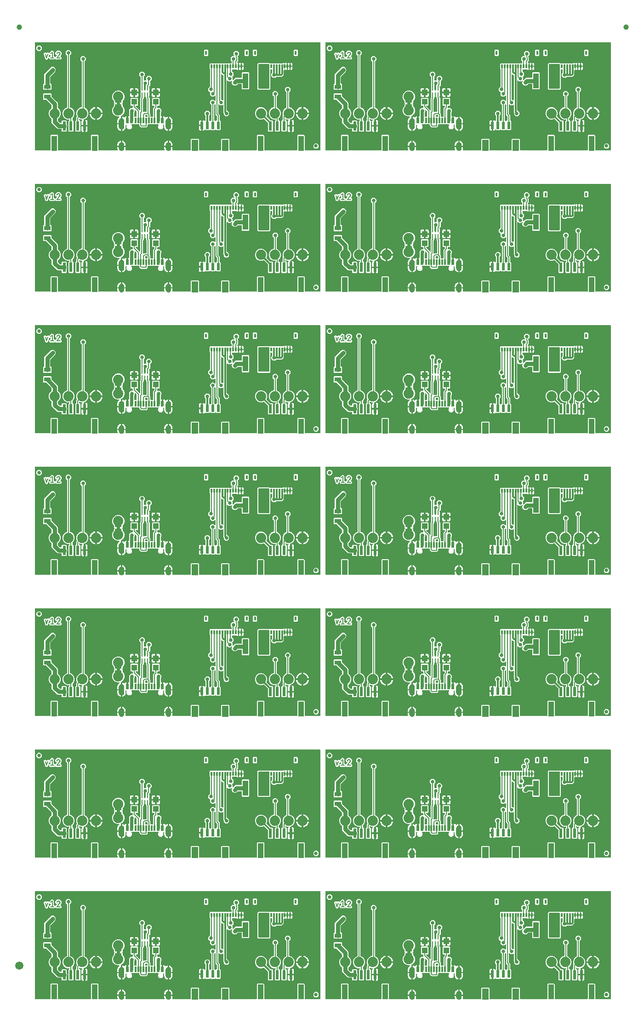
<source format=gtl>
G04 EAGLE Gerber RS-274X export*
G75*
%MOMM*%
%FSLAX34Y34*%
%LPD*%
%INTop Copper*%
%IPPOS*%
%AMOC8*
5,1,8,0,0,1.08239X$1,22.5*%
G01*
%ADD10C,0.203200*%
%ADD11C,0.635000*%
%ADD12R,1.200000X2.000000*%
%ADD13R,0.600000X1.350000*%
%ADD14R,1.000000X1.100000*%
%ADD15R,0.300000X1.000000*%
%ADD16R,0.600000X1.000000*%
%ADD17C,0.755600*%
%ADD18R,0.250000X0.610000*%
%ADD19R,0.250000X0.560000*%
%ADD20R,0.600000X1.700000*%
%ADD21R,1.000000X2.700000*%
%ADD22C,1.879600*%
%ADD23R,1.270000X0.635000*%
%ADD24R,1.200000X0.800000*%
%ADD25R,1.000000X2.800000*%
%ADD26R,0.300000X0.800000*%
%ADD27R,0.400000X0.800000*%
%ADD28C,1.000000*%
%ADD29C,1.500000*%
%ADD30C,0.304800*%
%ADD31C,0.655600*%
%ADD32C,0.177800*%
%ADD33C,0.609600*%
%ADD34C,0.558800*%
%ADD35C,0.762000*%

G36*
X784375Y1564014D02*
X784375Y1564014D01*
X784380Y1564020D01*
X784385Y1564016D01*
X785442Y1564386D01*
X785447Y1564393D01*
X785452Y1564391D01*
X786400Y1564987D01*
X786403Y1564994D01*
X786409Y1564993D01*
X787200Y1565785D01*
X787202Y1565793D01*
X787207Y1565794D01*
X787803Y1566742D01*
X787802Y1566750D01*
X787808Y1566752D01*
X788178Y1567809D01*
X788176Y1567813D01*
X788179Y1567815D01*
X788177Y1567817D01*
X788180Y1567819D01*
X788305Y1568932D01*
X788303Y1568936D01*
X788306Y1568937D01*
X788306Y1570938D01*
X790847Y1570938D01*
X790847Y1568190D01*
X790555Y1566723D01*
X790243Y1565969D01*
X790232Y1565924D01*
X790213Y1565882D01*
X790204Y1565805D01*
X790187Y1565729D01*
X790191Y1565684D01*
X790186Y1565638D01*
X790203Y1565562D01*
X790210Y1565484D01*
X790228Y1565442D01*
X790238Y1565398D01*
X790278Y1565331D01*
X790310Y1565260D01*
X790341Y1565226D01*
X790364Y1565186D01*
X790424Y1565136D01*
X790476Y1565079D01*
X790516Y1565056D01*
X790551Y1565027D01*
X790624Y1564997D01*
X790692Y1564960D01*
X790737Y1564952D01*
X790779Y1564935D01*
X790915Y1564920D01*
X790934Y1564916D01*
X790939Y1564917D01*
X790946Y1564916D01*
X823536Y1564916D01*
X823556Y1564919D01*
X823576Y1564917D01*
X823677Y1564939D01*
X823779Y1564956D01*
X823797Y1564965D01*
X823816Y1564969D01*
X823905Y1565023D01*
X823997Y1565071D01*
X824010Y1565085D01*
X824027Y1565096D01*
X824095Y1565174D01*
X824166Y1565249D01*
X824174Y1565267D01*
X824187Y1565283D01*
X824226Y1565379D01*
X824270Y1565472D01*
X824272Y1565492D01*
X824279Y1565511D01*
X824298Y1565677D01*
X824298Y1584874D01*
X825340Y1585916D01*
X838813Y1585916D01*
X839855Y1584874D01*
X839855Y1565677D01*
X839858Y1565658D01*
X839856Y1565638D01*
X839878Y1565537D01*
X839895Y1565435D01*
X839904Y1565417D01*
X839908Y1565398D01*
X839962Y1565309D01*
X840010Y1565217D01*
X840024Y1565204D01*
X840035Y1565186D01*
X840113Y1565119D01*
X840188Y1565048D01*
X840206Y1565040D01*
X840222Y1565027D01*
X840318Y1564988D01*
X840411Y1564944D01*
X840431Y1564942D01*
X840450Y1564935D01*
X840616Y1564916D01*
X879536Y1564916D01*
X879556Y1564919D01*
X879576Y1564917D01*
X879677Y1564939D01*
X879779Y1564956D01*
X879797Y1564965D01*
X879816Y1564969D01*
X879905Y1565023D01*
X879997Y1565071D01*
X880010Y1565085D01*
X880027Y1565096D01*
X880095Y1565174D01*
X880166Y1565249D01*
X880174Y1565267D01*
X880187Y1565283D01*
X880226Y1565379D01*
X880270Y1565472D01*
X880272Y1565492D01*
X880279Y1565511D01*
X880298Y1565677D01*
X880298Y1584874D01*
X881340Y1585916D01*
X894813Y1585916D01*
X895855Y1584874D01*
X895855Y1565677D01*
X895858Y1565658D01*
X895856Y1565638D01*
X895878Y1565537D01*
X895895Y1565435D01*
X895904Y1565417D01*
X895908Y1565398D01*
X895962Y1565309D01*
X896010Y1565217D01*
X896024Y1565204D01*
X896035Y1565186D01*
X896113Y1565119D01*
X896188Y1565048D01*
X896206Y1565040D01*
X896222Y1565027D01*
X896318Y1564988D01*
X896411Y1564944D01*
X896431Y1564942D01*
X896450Y1564935D01*
X896616Y1564916D01*
X945286Y1564916D01*
X945306Y1564919D01*
X945326Y1564917D01*
X945427Y1564939D01*
X945529Y1564956D01*
X945547Y1564965D01*
X945566Y1564969D01*
X945655Y1565023D01*
X945747Y1565071D01*
X945760Y1565085D01*
X945777Y1565096D01*
X945845Y1565174D01*
X945916Y1565249D01*
X945924Y1565267D01*
X945937Y1565283D01*
X945976Y1565379D01*
X946020Y1565472D01*
X946022Y1565492D01*
X946029Y1565511D01*
X946048Y1565677D01*
X946048Y1592124D01*
X947090Y1593166D01*
X958563Y1593166D01*
X959605Y1592124D01*
X959605Y1565677D01*
X959608Y1565658D01*
X959606Y1565638D01*
X959628Y1565537D01*
X959645Y1565435D01*
X959654Y1565417D01*
X959658Y1565398D01*
X959712Y1565309D01*
X959760Y1565217D01*
X959774Y1565204D01*
X959785Y1565186D01*
X959863Y1565119D01*
X959938Y1565048D01*
X959956Y1565040D01*
X959972Y1565027D01*
X960068Y1564988D01*
X960161Y1564944D01*
X960181Y1564942D01*
X960200Y1564935D01*
X960366Y1564916D01*
X1019786Y1564916D01*
X1019806Y1564919D01*
X1019826Y1564917D01*
X1019927Y1564939D01*
X1020029Y1564956D01*
X1020047Y1564965D01*
X1020066Y1564969D01*
X1020155Y1565023D01*
X1020247Y1565071D01*
X1020260Y1565085D01*
X1020277Y1565096D01*
X1020345Y1565174D01*
X1020416Y1565249D01*
X1020424Y1565267D01*
X1020437Y1565283D01*
X1020476Y1565379D01*
X1020520Y1565472D01*
X1020522Y1565492D01*
X1020529Y1565511D01*
X1020548Y1565677D01*
X1020548Y1592124D01*
X1021590Y1593166D01*
X1033063Y1593166D01*
X1034105Y1592124D01*
X1034105Y1565677D01*
X1034108Y1565658D01*
X1034106Y1565638D01*
X1034128Y1565537D01*
X1034145Y1565435D01*
X1034154Y1565417D01*
X1034158Y1565398D01*
X1034212Y1565309D01*
X1034260Y1565217D01*
X1034274Y1565204D01*
X1034285Y1565186D01*
X1034363Y1565119D01*
X1034438Y1565048D01*
X1034456Y1565040D01*
X1034472Y1565027D01*
X1034568Y1564988D01*
X1034661Y1564944D01*
X1034681Y1564942D01*
X1034700Y1564935D01*
X1034866Y1564916D01*
X1062286Y1564916D01*
X1062306Y1564919D01*
X1062326Y1564917D01*
X1062427Y1564939D01*
X1062529Y1564956D01*
X1062547Y1564965D01*
X1062566Y1564969D01*
X1062655Y1565023D01*
X1062747Y1565071D01*
X1062760Y1565085D01*
X1062777Y1565096D01*
X1062845Y1565174D01*
X1062916Y1565249D01*
X1062924Y1565267D01*
X1062937Y1565283D01*
X1062976Y1565379D01*
X1063020Y1565472D01*
X1063022Y1565492D01*
X1063029Y1565511D01*
X1063048Y1565677D01*
X1063048Y1762887D01*
X1063044Y1762907D01*
X1063047Y1762927D01*
X1063025Y1763028D01*
X1063008Y1763130D01*
X1062999Y1763148D01*
X1062994Y1763167D01*
X1062941Y1763256D01*
X1062893Y1763348D01*
X1062878Y1763361D01*
X1062868Y1763378D01*
X1062789Y1763446D01*
X1062714Y1763517D01*
X1062696Y1763525D01*
X1062681Y1763538D01*
X1062585Y1763577D01*
X1062491Y1763621D01*
X1062472Y1763623D01*
X1062453Y1763630D01*
X1062286Y1763649D01*
X537866Y1763649D01*
X537847Y1763645D01*
X537827Y1763648D01*
X537726Y1763626D01*
X537624Y1763609D01*
X537606Y1763600D01*
X537587Y1763595D01*
X537498Y1763542D01*
X537406Y1763494D01*
X537393Y1763479D01*
X537375Y1763469D01*
X537308Y1763390D01*
X537237Y1763315D01*
X537229Y1763297D01*
X537216Y1763282D01*
X537177Y1763186D01*
X537133Y1763092D01*
X537131Y1763073D01*
X537124Y1763054D01*
X537105Y1762887D01*
X537105Y1565677D01*
X537108Y1565658D01*
X537106Y1565638D01*
X537128Y1565537D01*
X537145Y1565435D01*
X537154Y1565417D01*
X537158Y1565398D01*
X537212Y1565309D01*
X537260Y1565217D01*
X537274Y1565204D01*
X537285Y1565186D01*
X537363Y1565119D01*
X537438Y1565048D01*
X537456Y1565040D01*
X537472Y1565027D01*
X537568Y1564988D01*
X537661Y1564944D01*
X537681Y1564942D01*
X537700Y1564935D01*
X537866Y1564916D01*
X565286Y1564916D01*
X565306Y1564919D01*
X565326Y1564917D01*
X565427Y1564939D01*
X565529Y1564956D01*
X565547Y1564965D01*
X565566Y1564969D01*
X565655Y1565023D01*
X565747Y1565071D01*
X565760Y1565085D01*
X565777Y1565096D01*
X565845Y1565174D01*
X565916Y1565249D01*
X565924Y1565267D01*
X565937Y1565283D01*
X565976Y1565379D01*
X566020Y1565472D01*
X566022Y1565492D01*
X566029Y1565511D01*
X566048Y1565677D01*
X566048Y1592124D01*
X567090Y1593166D01*
X578563Y1593166D01*
X579605Y1592124D01*
X579605Y1565677D01*
X579608Y1565658D01*
X579606Y1565638D01*
X579628Y1565537D01*
X579645Y1565435D01*
X579654Y1565417D01*
X579658Y1565398D01*
X579712Y1565309D01*
X579760Y1565217D01*
X579774Y1565204D01*
X579785Y1565186D01*
X579863Y1565119D01*
X579938Y1565048D01*
X579956Y1565040D01*
X579972Y1565027D01*
X580068Y1564988D01*
X580161Y1564944D01*
X580181Y1564942D01*
X580200Y1564935D01*
X580366Y1564916D01*
X639786Y1564916D01*
X639806Y1564919D01*
X639826Y1564917D01*
X639927Y1564939D01*
X640029Y1564956D01*
X640047Y1564965D01*
X640066Y1564969D01*
X640155Y1565023D01*
X640247Y1565071D01*
X640260Y1565085D01*
X640277Y1565096D01*
X640345Y1565174D01*
X640416Y1565249D01*
X640424Y1565267D01*
X640437Y1565283D01*
X640476Y1565379D01*
X640520Y1565472D01*
X640522Y1565492D01*
X640529Y1565511D01*
X640548Y1565677D01*
X640548Y1592124D01*
X641590Y1593166D01*
X653063Y1593166D01*
X654105Y1592124D01*
X654105Y1565677D01*
X654108Y1565658D01*
X654106Y1565638D01*
X654128Y1565537D01*
X654145Y1565435D01*
X654154Y1565417D01*
X654158Y1565398D01*
X654212Y1565309D01*
X654260Y1565217D01*
X654274Y1565204D01*
X654285Y1565186D01*
X654363Y1565119D01*
X654438Y1565048D01*
X654456Y1565040D01*
X654472Y1565027D01*
X654568Y1564988D01*
X654661Y1564944D01*
X654681Y1564942D01*
X654700Y1564935D01*
X654866Y1564916D01*
X689207Y1564916D01*
X689252Y1564924D01*
X689298Y1564922D01*
X689373Y1564943D01*
X689449Y1564956D01*
X689490Y1564977D01*
X689534Y1564990D01*
X689598Y1565035D01*
X689667Y1565071D01*
X689698Y1565104D01*
X689736Y1565130D01*
X689782Y1565193D01*
X689836Y1565249D01*
X689855Y1565291D01*
X689883Y1565328D01*
X689907Y1565402D01*
X689940Y1565472D01*
X689945Y1565518D01*
X689959Y1565562D01*
X689958Y1565640D01*
X689967Y1565717D01*
X689957Y1565762D01*
X689957Y1565808D01*
X689919Y1565939D01*
X689915Y1565957D01*
X689912Y1565961D01*
X689910Y1565969D01*
X689597Y1566723D01*
X689306Y1568190D01*
X689306Y1570938D01*
X691847Y1570938D01*
X691847Y1568937D01*
X691850Y1568934D01*
X691847Y1568932D01*
X691973Y1567819D01*
X691979Y1567813D01*
X691975Y1567809D01*
X692345Y1566752D01*
X692352Y1566747D01*
X692350Y1566742D01*
X692946Y1565794D01*
X692953Y1565791D01*
X692952Y1565785D01*
X693744Y1564993D01*
X693752Y1564992D01*
X693753Y1564987D01*
X694701Y1564391D01*
X694709Y1564392D01*
X694711Y1564386D01*
X695768Y1564016D01*
X695775Y1564019D01*
X695778Y1564014D01*
X696891Y1563888D01*
X696898Y1563893D01*
X696902Y1563888D01*
X698015Y1564014D01*
X698020Y1564020D01*
X698025Y1564016D01*
X699082Y1564386D01*
X699087Y1564393D01*
X699092Y1564391D01*
X700040Y1564987D01*
X700043Y1564994D01*
X700049Y1564993D01*
X700840Y1565785D01*
X700842Y1565793D01*
X700847Y1565794D01*
X701443Y1566742D01*
X701442Y1566750D01*
X701448Y1566752D01*
X701818Y1567809D01*
X701816Y1567813D01*
X701819Y1567815D01*
X701817Y1567817D01*
X701820Y1567819D01*
X701945Y1568932D01*
X701943Y1568936D01*
X701946Y1568937D01*
X701946Y1570938D01*
X704487Y1570938D01*
X704487Y1568190D01*
X704195Y1566723D01*
X703883Y1565969D01*
X703872Y1565924D01*
X703853Y1565882D01*
X703844Y1565805D01*
X703827Y1565729D01*
X703831Y1565684D01*
X703826Y1565638D01*
X703843Y1565562D01*
X703850Y1565484D01*
X703868Y1565442D01*
X703878Y1565398D01*
X703918Y1565331D01*
X703950Y1565260D01*
X703981Y1565226D01*
X704004Y1565186D01*
X704064Y1565136D01*
X704116Y1565079D01*
X704156Y1565056D01*
X704191Y1565027D01*
X704264Y1564997D01*
X704332Y1564960D01*
X704377Y1564952D01*
X704419Y1564935D01*
X704555Y1564920D01*
X704574Y1564916D01*
X704579Y1564917D01*
X704586Y1564916D01*
X775567Y1564916D01*
X775612Y1564924D01*
X775658Y1564922D01*
X775733Y1564943D01*
X775809Y1564956D01*
X775850Y1564977D01*
X775894Y1564990D01*
X775958Y1565035D01*
X776027Y1565071D01*
X776058Y1565104D01*
X776096Y1565130D01*
X776143Y1565193D01*
X776196Y1565249D01*
X776215Y1565291D01*
X776243Y1565328D01*
X776267Y1565402D01*
X776300Y1565472D01*
X776305Y1565518D01*
X776319Y1565562D01*
X776318Y1565640D01*
X776327Y1565717D01*
X776317Y1565762D01*
X776317Y1565808D01*
X776279Y1565939D01*
X776275Y1565957D01*
X776272Y1565962D01*
X776270Y1565969D01*
X775957Y1566723D01*
X775666Y1568190D01*
X775666Y1570938D01*
X778207Y1570938D01*
X778207Y1568937D01*
X778210Y1568934D01*
X778207Y1568932D01*
X778333Y1567819D01*
X778339Y1567813D01*
X778335Y1567809D01*
X778705Y1566752D01*
X778712Y1566747D01*
X778710Y1566742D01*
X779306Y1565794D01*
X779313Y1565791D01*
X779312Y1565785D01*
X780104Y1564993D01*
X780112Y1564992D01*
X780113Y1564987D01*
X781061Y1564391D01*
X781069Y1564392D01*
X781071Y1564386D01*
X782128Y1564016D01*
X782135Y1564019D01*
X782138Y1564014D01*
X783251Y1563888D01*
X783258Y1563893D01*
X783262Y1563888D01*
X784375Y1564014D01*
G37*
G36*
X249298Y1564014D02*
X249298Y1564014D01*
X249304Y1564020D01*
X249309Y1564016D01*
X250366Y1564386D01*
X250370Y1564393D01*
X250376Y1564391D01*
X251324Y1564987D01*
X251327Y1564994D01*
X251332Y1564993D01*
X252124Y1565785D01*
X252125Y1565793D01*
X252131Y1565794D01*
X252727Y1566742D01*
X252726Y1566750D01*
X252731Y1566752D01*
X253101Y1567809D01*
X253100Y1567813D01*
X253102Y1567815D01*
X253100Y1567817D01*
X253104Y1567819D01*
X253229Y1568932D01*
X253227Y1568936D01*
X253229Y1568937D01*
X253229Y1570938D01*
X255771Y1570938D01*
X255771Y1568190D01*
X255479Y1566723D01*
X255166Y1565969D01*
X255156Y1565924D01*
X255137Y1565882D01*
X255128Y1565805D01*
X255110Y1565729D01*
X255115Y1565684D01*
X255110Y1565638D01*
X255126Y1565562D01*
X255133Y1565484D01*
X255152Y1565442D01*
X255162Y1565398D01*
X255202Y1565331D01*
X255233Y1565260D01*
X255264Y1565226D01*
X255288Y1565186D01*
X255347Y1565136D01*
X255400Y1565079D01*
X255440Y1565056D01*
X255475Y1565027D01*
X255547Y1564997D01*
X255615Y1564960D01*
X255660Y1564952D01*
X255703Y1564935D01*
X255839Y1564920D01*
X255857Y1564916D01*
X255862Y1564917D01*
X255870Y1564916D01*
X288460Y1564916D01*
X288480Y1564919D01*
X288499Y1564917D01*
X288601Y1564939D01*
X288703Y1564956D01*
X288720Y1564965D01*
X288740Y1564969D01*
X288829Y1565023D01*
X288920Y1565071D01*
X288934Y1565085D01*
X288951Y1565096D01*
X289018Y1565174D01*
X289090Y1565249D01*
X289098Y1565267D01*
X289111Y1565283D01*
X289150Y1565379D01*
X289193Y1565472D01*
X289195Y1565492D01*
X289203Y1565511D01*
X289221Y1565677D01*
X289221Y1584874D01*
X290263Y1585916D01*
X303737Y1585916D01*
X304779Y1584874D01*
X304779Y1565677D01*
X304782Y1565658D01*
X304780Y1565638D01*
X304802Y1565537D01*
X304818Y1565435D01*
X304828Y1565417D01*
X304832Y1565398D01*
X304885Y1565309D01*
X304934Y1565217D01*
X304948Y1565204D01*
X304958Y1565186D01*
X305037Y1565119D01*
X305112Y1565048D01*
X305130Y1565040D01*
X305145Y1565027D01*
X305241Y1564988D01*
X305335Y1564944D01*
X305355Y1564942D01*
X305373Y1564935D01*
X305540Y1564916D01*
X344460Y1564916D01*
X344480Y1564919D01*
X344499Y1564917D01*
X344601Y1564939D01*
X344703Y1564956D01*
X344720Y1564965D01*
X344740Y1564969D01*
X344829Y1565023D01*
X344920Y1565071D01*
X344934Y1565085D01*
X344951Y1565096D01*
X345018Y1565174D01*
X345090Y1565249D01*
X345098Y1565267D01*
X345111Y1565283D01*
X345150Y1565379D01*
X345193Y1565472D01*
X345195Y1565492D01*
X345203Y1565511D01*
X345221Y1565677D01*
X345221Y1584874D01*
X346263Y1585916D01*
X359737Y1585916D01*
X360779Y1584874D01*
X360779Y1565677D01*
X360782Y1565658D01*
X360780Y1565638D01*
X360802Y1565537D01*
X360818Y1565435D01*
X360828Y1565417D01*
X360832Y1565398D01*
X360885Y1565309D01*
X360934Y1565217D01*
X360948Y1565204D01*
X360958Y1565186D01*
X361037Y1565119D01*
X361112Y1565048D01*
X361130Y1565040D01*
X361145Y1565027D01*
X361241Y1564988D01*
X361335Y1564944D01*
X361355Y1564942D01*
X361373Y1564935D01*
X361540Y1564916D01*
X410210Y1564916D01*
X410230Y1564919D01*
X410249Y1564917D01*
X410351Y1564939D01*
X410453Y1564956D01*
X410470Y1564965D01*
X410490Y1564969D01*
X410579Y1565023D01*
X410670Y1565071D01*
X410684Y1565085D01*
X410701Y1565096D01*
X410768Y1565174D01*
X410840Y1565249D01*
X410848Y1565267D01*
X410861Y1565283D01*
X410900Y1565379D01*
X410943Y1565472D01*
X410945Y1565492D01*
X410953Y1565511D01*
X410971Y1565677D01*
X410971Y1592124D01*
X412013Y1593166D01*
X423487Y1593166D01*
X424529Y1592124D01*
X424529Y1565677D01*
X424532Y1565658D01*
X424530Y1565638D01*
X424552Y1565537D01*
X424568Y1565435D01*
X424578Y1565417D01*
X424582Y1565398D01*
X424635Y1565309D01*
X424684Y1565217D01*
X424698Y1565204D01*
X424708Y1565186D01*
X424787Y1565119D01*
X424862Y1565048D01*
X424880Y1565040D01*
X424895Y1565027D01*
X424991Y1564988D01*
X425085Y1564944D01*
X425105Y1564942D01*
X425123Y1564935D01*
X425290Y1564916D01*
X484710Y1564916D01*
X484730Y1564919D01*
X484749Y1564917D01*
X484851Y1564939D01*
X484953Y1564956D01*
X484970Y1564965D01*
X484990Y1564969D01*
X485079Y1565023D01*
X485170Y1565071D01*
X485184Y1565085D01*
X485201Y1565096D01*
X485268Y1565174D01*
X485340Y1565249D01*
X485348Y1565267D01*
X485361Y1565283D01*
X485400Y1565379D01*
X485443Y1565472D01*
X485445Y1565492D01*
X485453Y1565511D01*
X485471Y1565677D01*
X485471Y1592124D01*
X486513Y1593166D01*
X497987Y1593166D01*
X499029Y1592124D01*
X499029Y1565677D01*
X499032Y1565658D01*
X499030Y1565638D01*
X499052Y1565537D01*
X499068Y1565435D01*
X499078Y1565417D01*
X499082Y1565398D01*
X499135Y1565309D01*
X499184Y1565217D01*
X499198Y1565204D01*
X499208Y1565186D01*
X499287Y1565119D01*
X499362Y1565048D01*
X499380Y1565040D01*
X499395Y1565027D01*
X499491Y1564988D01*
X499585Y1564944D01*
X499605Y1564942D01*
X499623Y1564935D01*
X499790Y1564916D01*
X527210Y1564916D01*
X527230Y1564919D01*
X527249Y1564917D01*
X527351Y1564939D01*
X527453Y1564956D01*
X527470Y1564965D01*
X527490Y1564969D01*
X527579Y1565023D01*
X527670Y1565071D01*
X527684Y1565085D01*
X527701Y1565096D01*
X527768Y1565174D01*
X527840Y1565249D01*
X527848Y1565267D01*
X527861Y1565283D01*
X527900Y1565379D01*
X527943Y1565472D01*
X527945Y1565492D01*
X527953Y1565511D01*
X527971Y1565677D01*
X527971Y1762887D01*
X527968Y1762907D01*
X527970Y1762927D01*
X527948Y1763028D01*
X527932Y1763130D01*
X527922Y1763148D01*
X527918Y1763167D01*
X527865Y1763256D01*
X527816Y1763348D01*
X527802Y1763361D01*
X527792Y1763378D01*
X527713Y1763446D01*
X527638Y1763517D01*
X527620Y1763525D01*
X527605Y1763538D01*
X527509Y1763577D01*
X527415Y1763621D01*
X527395Y1763623D01*
X527377Y1763630D01*
X527210Y1763649D01*
X2790Y1763649D01*
X2770Y1763645D01*
X2751Y1763648D01*
X2649Y1763626D01*
X2547Y1763609D01*
X2530Y1763600D01*
X2510Y1763595D01*
X2421Y1763542D01*
X2330Y1763494D01*
X2316Y1763479D01*
X2299Y1763469D01*
X2232Y1763390D01*
X2160Y1763315D01*
X2152Y1763297D01*
X2139Y1763282D01*
X2100Y1763186D01*
X2057Y1763092D01*
X2055Y1763073D01*
X2047Y1763054D01*
X2029Y1762887D01*
X2029Y1565677D01*
X2032Y1565658D01*
X2030Y1565638D01*
X2052Y1565537D01*
X2068Y1565435D01*
X2078Y1565417D01*
X2082Y1565398D01*
X2135Y1565309D01*
X2184Y1565217D01*
X2198Y1565204D01*
X2208Y1565186D01*
X2287Y1565119D01*
X2362Y1565048D01*
X2380Y1565040D01*
X2395Y1565027D01*
X2491Y1564988D01*
X2585Y1564944D01*
X2605Y1564942D01*
X2623Y1564935D01*
X2790Y1564916D01*
X30210Y1564916D01*
X30230Y1564919D01*
X30249Y1564917D01*
X30351Y1564939D01*
X30453Y1564956D01*
X30470Y1564965D01*
X30490Y1564969D01*
X30579Y1565023D01*
X30670Y1565071D01*
X30684Y1565085D01*
X30701Y1565096D01*
X30768Y1565174D01*
X30840Y1565249D01*
X30848Y1565267D01*
X30861Y1565283D01*
X30900Y1565379D01*
X30943Y1565472D01*
X30945Y1565492D01*
X30953Y1565511D01*
X30971Y1565677D01*
X30971Y1592124D01*
X32013Y1593166D01*
X43487Y1593166D01*
X44529Y1592124D01*
X44529Y1565677D01*
X44532Y1565658D01*
X44530Y1565638D01*
X44552Y1565537D01*
X44568Y1565435D01*
X44578Y1565417D01*
X44582Y1565398D01*
X44635Y1565309D01*
X44684Y1565217D01*
X44698Y1565204D01*
X44708Y1565186D01*
X44787Y1565119D01*
X44862Y1565048D01*
X44880Y1565040D01*
X44895Y1565027D01*
X44991Y1564988D01*
X45085Y1564944D01*
X45105Y1564942D01*
X45123Y1564935D01*
X45290Y1564916D01*
X104710Y1564916D01*
X104730Y1564919D01*
X104749Y1564917D01*
X104851Y1564939D01*
X104953Y1564956D01*
X104970Y1564965D01*
X104990Y1564969D01*
X105079Y1565023D01*
X105170Y1565071D01*
X105184Y1565085D01*
X105201Y1565096D01*
X105268Y1565174D01*
X105340Y1565249D01*
X105348Y1565267D01*
X105361Y1565283D01*
X105400Y1565379D01*
X105443Y1565472D01*
X105445Y1565492D01*
X105453Y1565511D01*
X105471Y1565677D01*
X105471Y1592124D01*
X106513Y1593166D01*
X117987Y1593166D01*
X119029Y1592124D01*
X119029Y1565677D01*
X119032Y1565658D01*
X119030Y1565638D01*
X119052Y1565537D01*
X119068Y1565435D01*
X119078Y1565417D01*
X119082Y1565398D01*
X119135Y1565309D01*
X119184Y1565217D01*
X119198Y1565204D01*
X119208Y1565186D01*
X119287Y1565119D01*
X119362Y1565048D01*
X119380Y1565040D01*
X119395Y1565027D01*
X119491Y1564988D01*
X119585Y1564944D01*
X119605Y1564942D01*
X119623Y1564935D01*
X119790Y1564916D01*
X154130Y1564916D01*
X154175Y1564924D01*
X154221Y1564922D01*
X154296Y1564943D01*
X154373Y1564956D01*
X154413Y1564977D01*
X154458Y1564990D01*
X154522Y1565035D01*
X154590Y1565071D01*
X154622Y1565104D01*
X154660Y1565130D01*
X154706Y1565193D01*
X154760Y1565249D01*
X154779Y1565291D01*
X154806Y1565328D01*
X154831Y1565402D01*
X154863Y1565472D01*
X154868Y1565518D01*
X154883Y1565562D01*
X154882Y1565640D01*
X154890Y1565717D01*
X154881Y1565762D01*
X154880Y1565808D01*
X154842Y1565939D01*
X154838Y1565957D01*
X154836Y1565961D01*
X154834Y1565969D01*
X154521Y1566723D01*
X154229Y1568190D01*
X154229Y1570938D01*
X156771Y1570938D01*
X156771Y1568937D01*
X156773Y1568934D01*
X156771Y1568932D01*
X156896Y1567819D01*
X156902Y1567813D01*
X156899Y1567809D01*
X157269Y1566752D01*
X157276Y1566747D01*
X157273Y1566742D01*
X157869Y1565794D01*
X157877Y1565791D01*
X157876Y1565785D01*
X158668Y1564993D01*
X158676Y1564992D01*
X158676Y1564987D01*
X159624Y1564391D01*
X159633Y1564392D01*
X159634Y1564386D01*
X160691Y1564016D01*
X160699Y1564019D01*
X160702Y1564014D01*
X161815Y1563888D01*
X161822Y1563893D01*
X161826Y1563888D01*
X162938Y1564014D01*
X162944Y1564020D01*
X162949Y1564016D01*
X164006Y1564386D01*
X164010Y1564393D01*
X164016Y1564391D01*
X164964Y1564987D01*
X164967Y1564994D01*
X164972Y1564993D01*
X165764Y1565785D01*
X165765Y1565793D01*
X165771Y1565794D01*
X166367Y1566742D01*
X166366Y1566750D01*
X166371Y1566752D01*
X166741Y1567809D01*
X166740Y1567813D01*
X166742Y1567815D01*
X166740Y1567817D01*
X166744Y1567819D01*
X166869Y1568932D01*
X166867Y1568936D01*
X166869Y1568937D01*
X166869Y1570938D01*
X169411Y1570938D01*
X169411Y1568190D01*
X169119Y1566723D01*
X168806Y1565969D01*
X168796Y1565924D01*
X168777Y1565882D01*
X168768Y1565805D01*
X168750Y1565729D01*
X168755Y1565684D01*
X168750Y1565638D01*
X168766Y1565562D01*
X168773Y1565484D01*
X168792Y1565442D01*
X168802Y1565398D01*
X168842Y1565331D01*
X168873Y1565260D01*
X168904Y1565226D01*
X168928Y1565186D01*
X168987Y1565136D01*
X169040Y1565079D01*
X169080Y1565056D01*
X169115Y1565027D01*
X169187Y1564997D01*
X169255Y1564960D01*
X169300Y1564952D01*
X169343Y1564935D01*
X169479Y1564920D01*
X169497Y1564916D01*
X169502Y1564917D01*
X169510Y1564916D01*
X240490Y1564916D01*
X240535Y1564924D01*
X240581Y1564922D01*
X240656Y1564943D01*
X240733Y1564956D01*
X240773Y1564977D01*
X240818Y1564990D01*
X240882Y1565035D01*
X240950Y1565071D01*
X240982Y1565104D01*
X241020Y1565130D01*
X241066Y1565193D01*
X241120Y1565249D01*
X241139Y1565291D01*
X241166Y1565328D01*
X241191Y1565402D01*
X241223Y1565472D01*
X241228Y1565518D01*
X241243Y1565562D01*
X241242Y1565640D01*
X241250Y1565717D01*
X241241Y1565762D01*
X241240Y1565808D01*
X241202Y1565939D01*
X241198Y1565957D01*
X241196Y1565962D01*
X241193Y1565969D01*
X240881Y1566723D01*
X240589Y1568190D01*
X240589Y1570938D01*
X243131Y1570938D01*
X243131Y1568937D01*
X243133Y1568934D01*
X243131Y1568932D01*
X243256Y1567819D01*
X243262Y1567813D01*
X243259Y1567809D01*
X243629Y1566752D01*
X243636Y1566747D01*
X243633Y1566742D01*
X244229Y1565794D01*
X244237Y1565791D01*
X244236Y1565785D01*
X245028Y1564993D01*
X245036Y1564992D01*
X245036Y1564987D01*
X245984Y1564391D01*
X245993Y1564392D01*
X245994Y1564386D01*
X247051Y1564016D01*
X247059Y1564019D01*
X247062Y1564014D01*
X248175Y1563888D01*
X248182Y1563893D01*
X248186Y1563888D01*
X249298Y1564014D01*
G37*
G36*
X784375Y1303537D02*
X784375Y1303537D01*
X784380Y1303543D01*
X784385Y1303539D01*
X785442Y1303909D01*
X785447Y1303916D01*
X785452Y1303914D01*
X786400Y1304510D01*
X786403Y1304517D01*
X786409Y1304516D01*
X787200Y1305308D01*
X787202Y1305316D01*
X787207Y1305317D01*
X787803Y1306265D01*
X787802Y1306273D01*
X787808Y1306275D01*
X788178Y1307332D01*
X788176Y1307336D01*
X788179Y1307338D01*
X788177Y1307340D01*
X788180Y1307342D01*
X788305Y1308455D01*
X788303Y1308459D01*
X788306Y1308460D01*
X788306Y1310461D01*
X790847Y1310461D01*
X790847Y1307713D01*
X790555Y1306246D01*
X790243Y1305492D01*
X790232Y1305447D01*
X790213Y1305405D01*
X790204Y1305328D01*
X790187Y1305252D01*
X790191Y1305207D01*
X790186Y1305161D01*
X790203Y1305085D01*
X790210Y1305007D01*
X790228Y1304965D01*
X790238Y1304921D01*
X790278Y1304854D01*
X790310Y1304783D01*
X790341Y1304749D01*
X790364Y1304709D01*
X790424Y1304659D01*
X790476Y1304602D01*
X790516Y1304579D01*
X790551Y1304550D01*
X790624Y1304520D01*
X790692Y1304483D01*
X790737Y1304475D01*
X790779Y1304458D01*
X790915Y1304443D01*
X790934Y1304439D01*
X790939Y1304440D01*
X790946Y1304439D01*
X823536Y1304439D01*
X823556Y1304442D01*
X823576Y1304440D01*
X823677Y1304462D01*
X823779Y1304479D01*
X823797Y1304488D01*
X823816Y1304492D01*
X823905Y1304546D01*
X823997Y1304594D01*
X824010Y1304608D01*
X824027Y1304619D01*
X824095Y1304697D01*
X824166Y1304772D01*
X824174Y1304790D01*
X824187Y1304806D01*
X824226Y1304902D01*
X824270Y1304995D01*
X824272Y1305015D01*
X824279Y1305034D01*
X824298Y1305200D01*
X824298Y1324397D01*
X825340Y1325439D01*
X838813Y1325439D01*
X839855Y1324397D01*
X839855Y1305200D01*
X839858Y1305181D01*
X839856Y1305161D01*
X839878Y1305060D01*
X839895Y1304958D01*
X839904Y1304940D01*
X839908Y1304921D01*
X839962Y1304832D01*
X840010Y1304740D01*
X840024Y1304727D01*
X840035Y1304709D01*
X840113Y1304642D01*
X840188Y1304571D01*
X840206Y1304563D01*
X840222Y1304550D01*
X840318Y1304511D01*
X840411Y1304467D01*
X840431Y1304465D01*
X840450Y1304458D01*
X840616Y1304439D01*
X879536Y1304439D01*
X879556Y1304442D01*
X879576Y1304440D01*
X879677Y1304462D01*
X879779Y1304479D01*
X879797Y1304488D01*
X879816Y1304492D01*
X879905Y1304546D01*
X879997Y1304594D01*
X880010Y1304608D01*
X880027Y1304619D01*
X880095Y1304697D01*
X880166Y1304772D01*
X880174Y1304790D01*
X880187Y1304806D01*
X880226Y1304902D01*
X880270Y1304995D01*
X880272Y1305015D01*
X880279Y1305034D01*
X880298Y1305200D01*
X880298Y1324397D01*
X881340Y1325439D01*
X894813Y1325439D01*
X895855Y1324397D01*
X895855Y1305200D01*
X895858Y1305181D01*
X895856Y1305161D01*
X895878Y1305060D01*
X895895Y1304958D01*
X895904Y1304940D01*
X895908Y1304921D01*
X895962Y1304832D01*
X896010Y1304740D01*
X896024Y1304727D01*
X896035Y1304709D01*
X896113Y1304642D01*
X896188Y1304571D01*
X896206Y1304563D01*
X896222Y1304550D01*
X896318Y1304511D01*
X896411Y1304467D01*
X896431Y1304465D01*
X896450Y1304458D01*
X896616Y1304439D01*
X945286Y1304439D01*
X945306Y1304442D01*
X945326Y1304440D01*
X945427Y1304462D01*
X945529Y1304479D01*
X945547Y1304488D01*
X945566Y1304492D01*
X945655Y1304546D01*
X945747Y1304594D01*
X945760Y1304608D01*
X945777Y1304619D01*
X945845Y1304697D01*
X945916Y1304772D01*
X945924Y1304790D01*
X945937Y1304806D01*
X945976Y1304902D01*
X946020Y1304995D01*
X946022Y1305015D01*
X946029Y1305034D01*
X946048Y1305200D01*
X946048Y1331647D01*
X947090Y1332689D01*
X958563Y1332689D01*
X959605Y1331647D01*
X959605Y1305200D01*
X959608Y1305181D01*
X959606Y1305161D01*
X959628Y1305060D01*
X959645Y1304958D01*
X959654Y1304940D01*
X959658Y1304921D01*
X959712Y1304832D01*
X959760Y1304740D01*
X959774Y1304727D01*
X959785Y1304709D01*
X959863Y1304642D01*
X959938Y1304571D01*
X959956Y1304563D01*
X959972Y1304550D01*
X960068Y1304511D01*
X960161Y1304467D01*
X960181Y1304465D01*
X960200Y1304458D01*
X960366Y1304439D01*
X1019786Y1304439D01*
X1019806Y1304442D01*
X1019826Y1304440D01*
X1019927Y1304462D01*
X1020029Y1304479D01*
X1020047Y1304488D01*
X1020066Y1304492D01*
X1020155Y1304546D01*
X1020247Y1304594D01*
X1020260Y1304608D01*
X1020277Y1304619D01*
X1020345Y1304697D01*
X1020416Y1304772D01*
X1020424Y1304790D01*
X1020437Y1304806D01*
X1020476Y1304902D01*
X1020520Y1304995D01*
X1020522Y1305015D01*
X1020529Y1305034D01*
X1020548Y1305200D01*
X1020548Y1331647D01*
X1021590Y1332689D01*
X1033063Y1332689D01*
X1034105Y1331647D01*
X1034105Y1305200D01*
X1034108Y1305181D01*
X1034106Y1305161D01*
X1034128Y1305060D01*
X1034145Y1304958D01*
X1034154Y1304940D01*
X1034158Y1304921D01*
X1034212Y1304832D01*
X1034260Y1304740D01*
X1034274Y1304727D01*
X1034285Y1304709D01*
X1034363Y1304642D01*
X1034438Y1304571D01*
X1034456Y1304563D01*
X1034472Y1304550D01*
X1034568Y1304511D01*
X1034661Y1304467D01*
X1034681Y1304465D01*
X1034700Y1304458D01*
X1034866Y1304439D01*
X1062286Y1304439D01*
X1062306Y1304442D01*
X1062326Y1304440D01*
X1062427Y1304462D01*
X1062529Y1304479D01*
X1062547Y1304488D01*
X1062566Y1304492D01*
X1062655Y1304546D01*
X1062747Y1304594D01*
X1062760Y1304608D01*
X1062777Y1304619D01*
X1062845Y1304697D01*
X1062916Y1304772D01*
X1062924Y1304790D01*
X1062937Y1304806D01*
X1062976Y1304902D01*
X1063020Y1304995D01*
X1063022Y1305015D01*
X1063029Y1305034D01*
X1063048Y1305200D01*
X1063048Y1502410D01*
X1063044Y1502430D01*
X1063047Y1502450D01*
X1063025Y1502551D01*
X1063008Y1502653D01*
X1062999Y1502671D01*
X1062994Y1502690D01*
X1062941Y1502779D01*
X1062893Y1502871D01*
X1062878Y1502884D01*
X1062868Y1502901D01*
X1062789Y1502969D01*
X1062714Y1503040D01*
X1062696Y1503048D01*
X1062681Y1503061D01*
X1062585Y1503100D01*
X1062491Y1503144D01*
X1062472Y1503146D01*
X1062453Y1503153D01*
X1062286Y1503172D01*
X537866Y1503172D01*
X537847Y1503168D01*
X537827Y1503171D01*
X537726Y1503149D01*
X537624Y1503132D01*
X537606Y1503123D01*
X537587Y1503118D01*
X537498Y1503065D01*
X537406Y1503017D01*
X537393Y1503002D01*
X537375Y1502992D01*
X537308Y1502913D01*
X537237Y1502838D01*
X537229Y1502820D01*
X537216Y1502805D01*
X537177Y1502709D01*
X537133Y1502615D01*
X537131Y1502596D01*
X537124Y1502577D01*
X537105Y1502410D01*
X537105Y1305200D01*
X537108Y1305181D01*
X537106Y1305161D01*
X537128Y1305060D01*
X537145Y1304958D01*
X537154Y1304940D01*
X537158Y1304921D01*
X537212Y1304832D01*
X537260Y1304740D01*
X537274Y1304727D01*
X537285Y1304709D01*
X537363Y1304642D01*
X537438Y1304571D01*
X537456Y1304563D01*
X537472Y1304550D01*
X537568Y1304511D01*
X537661Y1304467D01*
X537681Y1304465D01*
X537700Y1304458D01*
X537866Y1304439D01*
X565286Y1304439D01*
X565306Y1304442D01*
X565326Y1304440D01*
X565427Y1304462D01*
X565529Y1304479D01*
X565547Y1304488D01*
X565566Y1304492D01*
X565655Y1304546D01*
X565747Y1304594D01*
X565760Y1304608D01*
X565777Y1304619D01*
X565845Y1304697D01*
X565916Y1304772D01*
X565924Y1304790D01*
X565937Y1304806D01*
X565976Y1304902D01*
X566020Y1304995D01*
X566022Y1305015D01*
X566029Y1305034D01*
X566048Y1305200D01*
X566048Y1331647D01*
X567090Y1332689D01*
X578563Y1332689D01*
X579605Y1331647D01*
X579605Y1305200D01*
X579608Y1305181D01*
X579606Y1305161D01*
X579628Y1305060D01*
X579645Y1304958D01*
X579654Y1304940D01*
X579658Y1304921D01*
X579712Y1304832D01*
X579760Y1304740D01*
X579774Y1304727D01*
X579785Y1304709D01*
X579863Y1304642D01*
X579938Y1304571D01*
X579956Y1304563D01*
X579972Y1304550D01*
X580068Y1304511D01*
X580161Y1304467D01*
X580181Y1304465D01*
X580200Y1304458D01*
X580366Y1304439D01*
X639786Y1304439D01*
X639806Y1304442D01*
X639826Y1304440D01*
X639927Y1304462D01*
X640029Y1304479D01*
X640047Y1304488D01*
X640066Y1304492D01*
X640155Y1304546D01*
X640247Y1304594D01*
X640260Y1304608D01*
X640277Y1304619D01*
X640345Y1304697D01*
X640416Y1304772D01*
X640424Y1304790D01*
X640437Y1304806D01*
X640476Y1304902D01*
X640520Y1304995D01*
X640522Y1305015D01*
X640529Y1305034D01*
X640548Y1305200D01*
X640548Y1331647D01*
X641590Y1332689D01*
X653063Y1332689D01*
X654105Y1331647D01*
X654105Y1305200D01*
X654108Y1305181D01*
X654106Y1305161D01*
X654128Y1305060D01*
X654145Y1304958D01*
X654154Y1304940D01*
X654158Y1304921D01*
X654212Y1304832D01*
X654260Y1304740D01*
X654274Y1304727D01*
X654285Y1304709D01*
X654363Y1304642D01*
X654438Y1304571D01*
X654456Y1304563D01*
X654472Y1304550D01*
X654568Y1304511D01*
X654661Y1304467D01*
X654681Y1304465D01*
X654700Y1304458D01*
X654866Y1304439D01*
X689207Y1304439D01*
X689252Y1304447D01*
X689298Y1304445D01*
X689373Y1304466D01*
X689449Y1304479D01*
X689490Y1304500D01*
X689534Y1304513D01*
X689598Y1304558D01*
X689667Y1304594D01*
X689698Y1304627D01*
X689736Y1304653D01*
X689782Y1304716D01*
X689836Y1304772D01*
X689855Y1304814D01*
X689883Y1304851D01*
X689907Y1304925D01*
X689940Y1304995D01*
X689945Y1305041D01*
X689959Y1305085D01*
X689958Y1305163D01*
X689967Y1305240D01*
X689957Y1305285D01*
X689957Y1305331D01*
X689919Y1305462D01*
X689915Y1305480D01*
X689912Y1305484D01*
X689910Y1305492D01*
X689597Y1306246D01*
X689306Y1307713D01*
X689306Y1310461D01*
X691847Y1310461D01*
X691847Y1308460D01*
X691850Y1308457D01*
X691847Y1308455D01*
X691973Y1307342D01*
X691979Y1307336D01*
X691975Y1307332D01*
X692345Y1306275D01*
X692352Y1306270D01*
X692350Y1306265D01*
X692946Y1305317D01*
X692953Y1305314D01*
X692952Y1305308D01*
X693744Y1304516D01*
X693752Y1304515D01*
X693753Y1304510D01*
X694701Y1303914D01*
X694709Y1303915D01*
X694711Y1303909D01*
X695768Y1303539D01*
X695775Y1303542D01*
X695778Y1303537D01*
X696891Y1303411D01*
X696898Y1303416D01*
X696902Y1303411D01*
X698015Y1303537D01*
X698020Y1303543D01*
X698025Y1303539D01*
X699082Y1303909D01*
X699087Y1303916D01*
X699092Y1303914D01*
X700040Y1304510D01*
X700043Y1304517D01*
X700049Y1304516D01*
X700840Y1305308D01*
X700842Y1305316D01*
X700847Y1305317D01*
X701443Y1306265D01*
X701442Y1306273D01*
X701448Y1306275D01*
X701818Y1307332D01*
X701816Y1307336D01*
X701819Y1307338D01*
X701817Y1307340D01*
X701820Y1307342D01*
X701945Y1308455D01*
X701943Y1308459D01*
X701946Y1308460D01*
X701946Y1310461D01*
X704487Y1310461D01*
X704487Y1307713D01*
X704195Y1306246D01*
X703883Y1305492D01*
X703872Y1305447D01*
X703853Y1305405D01*
X703844Y1305328D01*
X703827Y1305252D01*
X703831Y1305207D01*
X703826Y1305161D01*
X703843Y1305085D01*
X703850Y1305007D01*
X703868Y1304965D01*
X703878Y1304921D01*
X703918Y1304854D01*
X703950Y1304783D01*
X703981Y1304749D01*
X704004Y1304709D01*
X704064Y1304659D01*
X704116Y1304602D01*
X704156Y1304579D01*
X704191Y1304550D01*
X704264Y1304520D01*
X704332Y1304483D01*
X704377Y1304475D01*
X704419Y1304458D01*
X704555Y1304443D01*
X704574Y1304439D01*
X704579Y1304440D01*
X704586Y1304439D01*
X775567Y1304439D01*
X775612Y1304447D01*
X775658Y1304445D01*
X775733Y1304466D01*
X775809Y1304479D01*
X775850Y1304500D01*
X775894Y1304513D01*
X775958Y1304558D01*
X776027Y1304594D01*
X776058Y1304627D01*
X776096Y1304653D01*
X776143Y1304716D01*
X776196Y1304772D01*
X776215Y1304814D01*
X776243Y1304851D01*
X776267Y1304925D01*
X776300Y1304995D01*
X776305Y1305041D01*
X776319Y1305085D01*
X776318Y1305163D01*
X776327Y1305240D01*
X776317Y1305285D01*
X776317Y1305331D01*
X776279Y1305462D01*
X776275Y1305480D01*
X776272Y1305485D01*
X776270Y1305492D01*
X775957Y1306246D01*
X775666Y1307713D01*
X775666Y1310461D01*
X778207Y1310461D01*
X778207Y1308460D01*
X778210Y1308457D01*
X778207Y1308455D01*
X778333Y1307342D01*
X778339Y1307336D01*
X778335Y1307332D01*
X778705Y1306275D01*
X778712Y1306270D01*
X778710Y1306265D01*
X779306Y1305317D01*
X779313Y1305314D01*
X779312Y1305308D01*
X780104Y1304516D01*
X780112Y1304515D01*
X780113Y1304510D01*
X781061Y1303914D01*
X781069Y1303915D01*
X781071Y1303909D01*
X782128Y1303539D01*
X782135Y1303542D01*
X782138Y1303537D01*
X783251Y1303411D01*
X783258Y1303416D01*
X783262Y1303411D01*
X784375Y1303537D01*
G37*
G36*
X784375Y1043034D02*
X784375Y1043034D01*
X784380Y1043040D01*
X784385Y1043037D01*
X785442Y1043407D01*
X785447Y1043414D01*
X785452Y1043411D01*
X786400Y1044007D01*
X786403Y1044015D01*
X786409Y1044014D01*
X787200Y1044806D01*
X787202Y1044814D01*
X787207Y1044814D01*
X787803Y1045762D01*
X787802Y1045771D01*
X787808Y1045772D01*
X788178Y1046829D01*
X788176Y1046833D01*
X788179Y1046835D01*
X788177Y1046838D01*
X788180Y1046840D01*
X788305Y1047953D01*
X788303Y1047956D01*
X788306Y1047958D01*
X788306Y1049959D01*
X790847Y1049959D01*
X790847Y1047210D01*
X790555Y1045744D01*
X790243Y1044989D01*
X790232Y1044945D01*
X790213Y1044903D01*
X790204Y1044826D01*
X790187Y1044750D01*
X790191Y1044704D01*
X790186Y1044659D01*
X790203Y1044582D01*
X790210Y1044505D01*
X790228Y1044463D01*
X790238Y1044418D01*
X790278Y1044351D01*
X790310Y1044280D01*
X790341Y1044246D01*
X790364Y1044207D01*
X790424Y1044156D01*
X790476Y1044099D01*
X790516Y1044077D01*
X790551Y1044047D01*
X790624Y1044018D01*
X790692Y1043981D01*
X790737Y1043972D01*
X790779Y1043955D01*
X790915Y1043940D01*
X790934Y1043937D01*
X790939Y1043938D01*
X790946Y1043937D01*
X823536Y1043937D01*
X823556Y1043940D01*
X823576Y1043938D01*
X823677Y1043960D01*
X823779Y1043976D01*
X823797Y1043986D01*
X823816Y1043990D01*
X823905Y1044043D01*
X823997Y1044092D01*
X824010Y1044106D01*
X824027Y1044116D01*
X824095Y1044195D01*
X824166Y1044270D01*
X824174Y1044288D01*
X824187Y1044303D01*
X824226Y1044399D01*
X824270Y1044493D01*
X824272Y1044513D01*
X824279Y1044531D01*
X824298Y1044698D01*
X824298Y1063895D01*
X825340Y1064937D01*
X838813Y1064937D01*
X839855Y1063895D01*
X839855Y1044698D01*
X839858Y1044678D01*
X839856Y1044659D01*
X839878Y1044557D01*
X839895Y1044455D01*
X839904Y1044438D01*
X839908Y1044418D01*
X839962Y1044329D01*
X840010Y1044238D01*
X840024Y1044224D01*
X840035Y1044207D01*
X840113Y1044140D01*
X840188Y1044068D01*
X840206Y1044060D01*
X840222Y1044047D01*
X840318Y1044008D01*
X840411Y1043965D01*
X840431Y1043963D01*
X840450Y1043955D01*
X840616Y1043937D01*
X879536Y1043937D01*
X879556Y1043940D01*
X879576Y1043938D01*
X879677Y1043960D01*
X879779Y1043976D01*
X879797Y1043986D01*
X879816Y1043990D01*
X879905Y1044043D01*
X879997Y1044092D01*
X880010Y1044106D01*
X880027Y1044116D01*
X880095Y1044195D01*
X880166Y1044270D01*
X880174Y1044288D01*
X880187Y1044303D01*
X880226Y1044399D01*
X880270Y1044493D01*
X880272Y1044513D01*
X880279Y1044531D01*
X880298Y1044698D01*
X880298Y1063895D01*
X881340Y1064937D01*
X894813Y1064937D01*
X895855Y1063895D01*
X895855Y1044698D01*
X895858Y1044678D01*
X895856Y1044659D01*
X895878Y1044557D01*
X895895Y1044455D01*
X895904Y1044438D01*
X895908Y1044418D01*
X895962Y1044329D01*
X896010Y1044238D01*
X896024Y1044224D01*
X896035Y1044207D01*
X896113Y1044140D01*
X896188Y1044068D01*
X896206Y1044060D01*
X896222Y1044047D01*
X896318Y1044008D01*
X896411Y1043965D01*
X896431Y1043963D01*
X896450Y1043955D01*
X896616Y1043937D01*
X945286Y1043937D01*
X945306Y1043940D01*
X945326Y1043938D01*
X945427Y1043960D01*
X945529Y1043976D01*
X945547Y1043986D01*
X945566Y1043990D01*
X945655Y1044043D01*
X945747Y1044092D01*
X945760Y1044106D01*
X945777Y1044116D01*
X945845Y1044195D01*
X945916Y1044270D01*
X945924Y1044288D01*
X945937Y1044303D01*
X945976Y1044399D01*
X946020Y1044493D01*
X946022Y1044513D01*
X946029Y1044531D01*
X946048Y1044698D01*
X946048Y1071145D01*
X947090Y1072187D01*
X958563Y1072187D01*
X959605Y1071145D01*
X959605Y1044698D01*
X959608Y1044678D01*
X959606Y1044659D01*
X959628Y1044557D01*
X959645Y1044455D01*
X959654Y1044438D01*
X959658Y1044418D01*
X959712Y1044329D01*
X959760Y1044238D01*
X959774Y1044224D01*
X959785Y1044207D01*
X959863Y1044140D01*
X959938Y1044068D01*
X959956Y1044060D01*
X959972Y1044047D01*
X960068Y1044008D01*
X960161Y1043965D01*
X960181Y1043963D01*
X960200Y1043955D01*
X960366Y1043937D01*
X1019786Y1043937D01*
X1019806Y1043940D01*
X1019826Y1043938D01*
X1019927Y1043960D01*
X1020029Y1043976D01*
X1020047Y1043986D01*
X1020066Y1043990D01*
X1020155Y1044043D01*
X1020247Y1044092D01*
X1020260Y1044106D01*
X1020277Y1044116D01*
X1020345Y1044195D01*
X1020416Y1044270D01*
X1020424Y1044288D01*
X1020437Y1044303D01*
X1020476Y1044399D01*
X1020520Y1044493D01*
X1020522Y1044513D01*
X1020529Y1044531D01*
X1020548Y1044698D01*
X1020548Y1071145D01*
X1021590Y1072187D01*
X1033063Y1072187D01*
X1034105Y1071145D01*
X1034105Y1044698D01*
X1034108Y1044678D01*
X1034106Y1044659D01*
X1034128Y1044557D01*
X1034145Y1044455D01*
X1034154Y1044438D01*
X1034158Y1044418D01*
X1034212Y1044329D01*
X1034260Y1044238D01*
X1034274Y1044224D01*
X1034285Y1044207D01*
X1034363Y1044140D01*
X1034438Y1044068D01*
X1034456Y1044060D01*
X1034472Y1044047D01*
X1034568Y1044008D01*
X1034661Y1043965D01*
X1034681Y1043963D01*
X1034700Y1043955D01*
X1034866Y1043937D01*
X1062286Y1043937D01*
X1062306Y1043940D01*
X1062326Y1043938D01*
X1062427Y1043960D01*
X1062529Y1043976D01*
X1062547Y1043986D01*
X1062566Y1043990D01*
X1062655Y1044043D01*
X1062747Y1044092D01*
X1062760Y1044106D01*
X1062777Y1044116D01*
X1062845Y1044195D01*
X1062916Y1044270D01*
X1062924Y1044288D01*
X1062937Y1044303D01*
X1062976Y1044399D01*
X1063020Y1044493D01*
X1063022Y1044513D01*
X1063029Y1044531D01*
X1063048Y1044698D01*
X1063048Y1241908D01*
X1063044Y1241928D01*
X1063047Y1241947D01*
X1063025Y1242049D01*
X1063008Y1242151D01*
X1062999Y1242168D01*
X1062994Y1242188D01*
X1062941Y1242277D01*
X1062893Y1242368D01*
X1062878Y1242382D01*
X1062868Y1242399D01*
X1062789Y1242466D01*
X1062714Y1242538D01*
X1062696Y1242546D01*
X1062681Y1242559D01*
X1062585Y1242598D01*
X1062491Y1242641D01*
X1062472Y1242643D01*
X1062453Y1242651D01*
X1062286Y1242669D01*
X537866Y1242669D01*
X537847Y1242666D01*
X537827Y1242668D01*
X537726Y1242646D01*
X537624Y1242630D01*
X537606Y1242620D01*
X537587Y1242616D01*
X537498Y1242563D01*
X537406Y1242514D01*
X537393Y1242500D01*
X537375Y1242490D01*
X537308Y1242411D01*
X537237Y1242336D01*
X537229Y1242318D01*
X537216Y1242303D01*
X537177Y1242207D01*
X537133Y1242113D01*
X537131Y1242093D01*
X537124Y1242075D01*
X537105Y1241908D01*
X537105Y1044698D01*
X537108Y1044678D01*
X537106Y1044659D01*
X537128Y1044557D01*
X537145Y1044455D01*
X537154Y1044438D01*
X537158Y1044418D01*
X537212Y1044329D01*
X537260Y1044238D01*
X537274Y1044224D01*
X537285Y1044207D01*
X537363Y1044140D01*
X537438Y1044068D01*
X537456Y1044060D01*
X537472Y1044047D01*
X537568Y1044008D01*
X537661Y1043965D01*
X537681Y1043963D01*
X537700Y1043955D01*
X537866Y1043937D01*
X565286Y1043937D01*
X565306Y1043940D01*
X565326Y1043938D01*
X565427Y1043960D01*
X565529Y1043976D01*
X565547Y1043986D01*
X565566Y1043990D01*
X565655Y1044043D01*
X565747Y1044092D01*
X565760Y1044106D01*
X565777Y1044116D01*
X565845Y1044195D01*
X565916Y1044270D01*
X565924Y1044288D01*
X565937Y1044303D01*
X565976Y1044399D01*
X566020Y1044493D01*
X566022Y1044513D01*
X566029Y1044531D01*
X566048Y1044698D01*
X566048Y1071145D01*
X567090Y1072187D01*
X578563Y1072187D01*
X579605Y1071145D01*
X579605Y1044698D01*
X579608Y1044678D01*
X579606Y1044659D01*
X579628Y1044557D01*
X579645Y1044455D01*
X579654Y1044438D01*
X579658Y1044418D01*
X579712Y1044329D01*
X579760Y1044238D01*
X579774Y1044224D01*
X579785Y1044207D01*
X579863Y1044140D01*
X579938Y1044068D01*
X579956Y1044060D01*
X579972Y1044047D01*
X580068Y1044008D01*
X580161Y1043965D01*
X580181Y1043963D01*
X580200Y1043955D01*
X580366Y1043937D01*
X639786Y1043937D01*
X639806Y1043940D01*
X639826Y1043938D01*
X639927Y1043960D01*
X640029Y1043976D01*
X640047Y1043986D01*
X640066Y1043990D01*
X640155Y1044043D01*
X640247Y1044092D01*
X640260Y1044106D01*
X640277Y1044116D01*
X640345Y1044195D01*
X640416Y1044270D01*
X640424Y1044288D01*
X640437Y1044303D01*
X640476Y1044399D01*
X640520Y1044493D01*
X640522Y1044513D01*
X640529Y1044531D01*
X640548Y1044698D01*
X640548Y1071145D01*
X641590Y1072187D01*
X653063Y1072187D01*
X654105Y1071145D01*
X654105Y1044698D01*
X654108Y1044678D01*
X654106Y1044659D01*
X654128Y1044557D01*
X654145Y1044455D01*
X654154Y1044438D01*
X654158Y1044418D01*
X654212Y1044329D01*
X654260Y1044238D01*
X654274Y1044224D01*
X654285Y1044207D01*
X654363Y1044140D01*
X654438Y1044068D01*
X654456Y1044060D01*
X654472Y1044047D01*
X654568Y1044008D01*
X654661Y1043965D01*
X654681Y1043963D01*
X654700Y1043955D01*
X654866Y1043937D01*
X689207Y1043937D01*
X689252Y1043944D01*
X689298Y1043942D01*
X689373Y1043964D01*
X689449Y1043976D01*
X689490Y1043998D01*
X689534Y1044011D01*
X689598Y1044055D01*
X689667Y1044092D01*
X689698Y1044125D01*
X689736Y1044151D01*
X689782Y1044213D01*
X689836Y1044270D01*
X689855Y1044312D01*
X689883Y1044348D01*
X689907Y1044422D01*
X689940Y1044493D01*
X689945Y1044539D01*
X689959Y1044582D01*
X689958Y1044660D01*
X689967Y1044737D01*
X689957Y1044782D01*
X689957Y1044828D01*
X689919Y1044960D01*
X689915Y1044978D01*
X689912Y1044982D01*
X689910Y1044989D01*
X689597Y1045744D01*
X689306Y1047210D01*
X689306Y1049959D01*
X691847Y1049959D01*
X691847Y1047958D01*
X691850Y1047955D01*
X691847Y1047953D01*
X691973Y1046840D01*
X691979Y1046834D01*
X691975Y1046829D01*
X692345Y1045772D01*
X692352Y1045768D01*
X692350Y1045762D01*
X692946Y1044814D01*
X692953Y1044811D01*
X692952Y1044806D01*
X693744Y1044014D01*
X693752Y1044013D01*
X693753Y1044007D01*
X694701Y1043411D01*
X694709Y1043412D01*
X694711Y1043407D01*
X695768Y1043037D01*
X695775Y1043039D01*
X695778Y1043034D01*
X696891Y1042909D01*
X696898Y1042913D01*
X696902Y1042909D01*
X698015Y1043034D01*
X698020Y1043040D01*
X698025Y1043037D01*
X699082Y1043407D01*
X699087Y1043414D01*
X699092Y1043411D01*
X700040Y1044007D01*
X700043Y1044015D01*
X700049Y1044014D01*
X700840Y1044806D01*
X700842Y1044814D01*
X700847Y1044814D01*
X701443Y1045762D01*
X701442Y1045771D01*
X701448Y1045772D01*
X701818Y1046829D01*
X701816Y1046833D01*
X701819Y1046835D01*
X701817Y1046838D01*
X701820Y1046840D01*
X701945Y1047953D01*
X701943Y1047956D01*
X701946Y1047958D01*
X701946Y1049959D01*
X704487Y1049959D01*
X704487Y1047210D01*
X704195Y1045744D01*
X703883Y1044989D01*
X703872Y1044945D01*
X703853Y1044903D01*
X703844Y1044826D01*
X703827Y1044750D01*
X703831Y1044704D01*
X703826Y1044659D01*
X703843Y1044582D01*
X703850Y1044505D01*
X703868Y1044463D01*
X703878Y1044418D01*
X703918Y1044351D01*
X703950Y1044280D01*
X703981Y1044246D01*
X704004Y1044207D01*
X704064Y1044156D01*
X704116Y1044099D01*
X704156Y1044077D01*
X704191Y1044047D01*
X704264Y1044018D01*
X704332Y1043981D01*
X704377Y1043972D01*
X704419Y1043955D01*
X704555Y1043940D01*
X704574Y1043937D01*
X704579Y1043938D01*
X704586Y1043937D01*
X775567Y1043937D01*
X775612Y1043944D01*
X775658Y1043942D01*
X775733Y1043964D01*
X775809Y1043976D01*
X775850Y1043998D01*
X775894Y1044011D01*
X775958Y1044055D01*
X776027Y1044092D01*
X776058Y1044125D01*
X776096Y1044151D01*
X776143Y1044214D01*
X776196Y1044270D01*
X776215Y1044312D01*
X776243Y1044348D01*
X776267Y1044422D01*
X776300Y1044493D01*
X776305Y1044539D01*
X776319Y1044582D01*
X776318Y1044660D01*
X776327Y1044737D01*
X776317Y1044782D01*
X776317Y1044828D01*
X776279Y1044959D01*
X776275Y1044978D01*
X776272Y1044982D01*
X776270Y1044989D01*
X775957Y1045744D01*
X775666Y1047210D01*
X775666Y1049959D01*
X778207Y1049959D01*
X778207Y1047958D01*
X778210Y1047955D01*
X778207Y1047953D01*
X778333Y1046840D01*
X778339Y1046834D01*
X778335Y1046829D01*
X778705Y1045772D01*
X778712Y1045768D01*
X778710Y1045762D01*
X779306Y1044814D01*
X779313Y1044811D01*
X779312Y1044806D01*
X780104Y1044014D01*
X780112Y1044013D01*
X780113Y1044007D01*
X781061Y1043411D01*
X781069Y1043412D01*
X781071Y1043407D01*
X782128Y1043037D01*
X782135Y1043039D01*
X782138Y1043034D01*
X783251Y1042909D01*
X783258Y1042913D01*
X783262Y1042909D01*
X784375Y1043034D01*
G37*
G36*
X249298Y1043034D02*
X249298Y1043034D01*
X249304Y1043040D01*
X249309Y1043037D01*
X250366Y1043407D01*
X250370Y1043414D01*
X250376Y1043411D01*
X251324Y1044007D01*
X251327Y1044015D01*
X251332Y1044014D01*
X252124Y1044806D01*
X252125Y1044814D01*
X252131Y1044814D01*
X252727Y1045762D01*
X252726Y1045771D01*
X252731Y1045772D01*
X253101Y1046829D01*
X253100Y1046833D01*
X253102Y1046835D01*
X253100Y1046838D01*
X253104Y1046840D01*
X253229Y1047953D01*
X253227Y1047956D01*
X253229Y1047958D01*
X253229Y1049959D01*
X255771Y1049959D01*
X255771Y1047210D01*
X255479Y1045744D01*
X255166Y1044989D01*
X255156Y1044945D01*
X255137Y1044903D01*
X255128Y1044826D01*
X255110Y1044750D01*
X255115Y1044704D01*
X255110Y1044659D01*
X255126Y1044582D01*
X255133Y1044505D01*
X255152Y1044463D01*
X255162Y1044418D01*
X255202Y1044351D01*
X255233Y1044280D01*
X255264Y1044246D01*
X255288Y1044207D01*
X255347Y1044156D01*
X255400Y1044099D01*
X255440Y1044077D01*
X255475Y1044047D01*
X255547Y1044018D01*
X255615Y1043981D01*
X255660Y1043972D01*
X255703Y1043955D01*
X255839Y1043940D01*
X255857Y1043937D01*
X255862Y1043938D01*
X255870Y1043937D01*
X288460Y1043937D01*
X288480Y1043940D01*
X288499Y1043938D01*
X288601Y1043960D01*
X288703Y1043976D01*
X288720Y1043986D01*
X288740Y1043990D01*
X288829Y1044043D01*
X288920Y1044092D01*
X288934Y1044106D01*
X288951Y1044116D01*
X289018Y1044195D01*
X289090Y1044270D01*
X289098Y1044288D01*
X289111Y1044303D01*
X289150Y1044399D01*
X289193Y1044493D01*
X289195Y1044513D01*
X289203Y1044531D01*
X289221Y1044698D01*
X289221Y1063895D01*
X290263Y1064937D01*
X303737Y1064937D01*
X304779Y1063895D01*
X304779Y1044698D01*
X304782Y1044678D01*
X304780Y1044659D01*
X304802Y1044557D01*
X304818Y1044455D01*
X304828Y1044438D01*
X304832Y1044418D01*
X304885Y1044329D01*
X304934Y1044238D01*
X304948Y1044224D01*
X304958Y1044207D01*
X305037Y1044140D01*
X305112Y1044068D01*
X305130Y1044060D01*
X305145Y1044047D01*
X305241Y1044008D01*
X305335Y1043965D01*
X305355Y1043963D01*
X305373Y1043955D01*
X305540Y1043937D01*
X344460Y1043937D01*
X344480Y1043940D01*
X344499Y1043938D01*
X344601Y1043960D01*
X344703Y1043976D01*
X344720Y1043986D01*
X344740Y1043990D01*
X344829Y1044043D01*
X344920Y1044092D01*
X344934Y1044106D01*
X344951Y1044116D01*
X345018Y1044195D01*
X345090Y1044270D01*
X345098Y1044288D01*
X345111Y1044303D01*
X345150Y1044399D01*
X345193Y1044493D01*
X345195Y1044513D01*
X345203Y1044531D01*
X345221Y1044698D01*
X345221Y1063895D01*
X346263Y1064937D01*
X359737Y1064937D01*
X360779Y1063895D01*
X360779Y1044698D01*
X360782Y1044678D01*
X360780Y1044659D01*
X360802Y1044557D01*
X360818Y1044455D01*
X360828Y1044438D01*
X360832Y1044418D01*
X360885Y1044329D01*
X360934Y1044238D01*
X360948Y1044224D01*
X360958Y1044207D01*
X361037Y1044140D01*
X361112Y1044068D01*
X361130Y1044060D01*
X361145Y1044047D01*
X361241Y1044008D01*
X361335Y1043965D01*
X361355Y1043963D01*
X361373Y1043955D01*
X361540Y1043937D01*
X410210Y1043937D01*
X410230Y1043940D01*
X410249Y1043938D01*
X410351Y1043960D01*
X410453Y1043976D01*
X410470Y1043986D01*
X410490Y1043990D01*
X410579Y1044043D01*
X410670Y1044092D01*
X410684Y1044106D01*
X410701Y1044116D01*
X410768Y1044195D01*
X410840Y1044270D01*
X410848Y1044288D01*
X410861Y1044303D01*
X410900Y1044399D01*
X410943Y1044493D01*
X410945Y1044513D01*
X410953Y1044531D01*
X410971Y1044698D01*
X410971Y1071145D01*
X412013Y1072187D01*
X423487Y1072187D01*
X424529Y1071145D01*
X424529Y1044698D01*
X424532Y1044678D01*
X424530Y1044659D01*
X424552Y1044557D01*
X424568Y1044455D01*
X424578Y1044438D01*
X424582Y1044418D01*
X424635Y1044329D01*
X424684Y1044238D01*
X424698Y1044224D01*
X424708Y1044207D01*
X424787Y1044140D01*
X424862Y1044068D01*
X424880Y1044060D01*
X424895Y1044047D01*
X424991Y1044008D01*
X425085Y1043965D01*
X425105Y1043963D01*
X425123Y1043955D01*
X425290Y1043937D01*
X484710Y1043937D01*
X484730Y1043940D01*
X484749Y1043938D01*
X484851Y1043960D01*
X484953Y1043976D01*
X484970Y1043986D01*
X484990Y1043990D01*
X485079Y1044043D01*
X485170Y1044092D01*
X485184Y1044106D01*
X485201Y1044116D01*
X485268Y1044195D01*
X485340Y1044270D01*
X485348Y1044288D01*
X485361Y1044303D01*
X485400Y1044399D01*
X485443Y1044493D01*
X485445Y1044513D01*
X485453Y1044531D01*
X485471Y1044698D01*
X485471Y1071145D01*
X486513Y1072187D01*
X497987Y1072187D01*
X499029Y1071145D01*
X499029Y1044698D01*
X499032Y1044678D01*
X499030Y1044659D01*
X499052Y1044557D01*
X499068Y1044455D01*
X499078Y1044438D01*
X499082Y1044418D01*
X499135Y1044329D01*
X499184Y1044238D01*
X499198Y1044224D01*
X499208Y1044207D01*
X499287Y1044140D01*
X499362Y1044068D01*
X499380Y1044060D01*
X499395Y1044047D01*
X499491Y1044008D01*
X499585Y1043965D01*
X499605Y1043963D01*
X499623Y1043955D01*
X499790Y1043937D01*
X527210Y1043937D01*
X527230Y1043940D01*
X527249Y1043938D01*
X527351Y1043960D01*
X527453Y1043976D01*
X527470Y1043986D01*
X527490Y1043990D01*
X527579Y1044043D01*
X527670Y1044092D01*
X527684Y1044106D01*
X527701Y1044116D01*
X527768Y1044195D01*
X527840Y1044270D01*
X527848Y1044288D01*
X527861Y1044303D01*
X527900Y1044399D01*
X527943Y1044493D01*
X527945Y1044513D01*
X527953Y1044531D01*
X527971Y1044698D01*
X527971Y1241908D01*
X527968Y1241928D01*
X527970Y1241947D01*
X527948Y1242049D01*
X527932Y1242151D01*
X527922Y1242168D01*
X527918Y1242188D01*
X527865Y1242277D01*
X527816Y1242368D01*
X527802Y1242382D01*
X527792Y1242399D01*
X527713Y1242466D01*
X527638Y1242538D01*
X527620Y1242546D01*
X527605Y1242559D01*
X527509Y1242598D01*
X527415Y1242641D01*
X527395Y1242643D01*
X527377Y1242651D01*
X527210Y1242669D01*
X2790Y1242669D01*
X2770Y1242666D01*
X2751Y1242668D01*
X2649Y1242646D01*
X2547Y1242630D01*
X2530Y1242620D01*
X2510Y1242616D01*
X2421Y1242563D01*
X2330Y1242514D01*
X2316Y1242500D01*
X2299Y1242490D01*
X2232Y1242411D01*
X2160Y1242336D01*
X2152Y1242318D01*
X2139Y1242303D01*
X2100Y1242207D01*
X2057Y1242113D01*
X2055Y1242093D01*
X2047Y1242075D01*
X2029Y1241908D01*
X2029Y1044698D01*
X2032Y1044678D01*
X2030Y1044659D01*
X2052Y1044557D01*
X2068Y1044455D01*
X2078Y1044438D01*
X2082Y1044418D01*
X2135Y1044329D01*
X2184Y1044238D01*
X2198Y1044224D01*
X2208Y1044207D01*
X2287Y1044140D01*
X2362Y1044068D01*
X2380Y1044060D01*
X2395Y1044047D01*
X2491Y1044008D01*
X2585Y1043965D01*
X2605Y1043963D01*
X2623Y1043955D01*
X2790Y1043937D01*
X30210Y1043937D01*
X30230Y1043940D01*
X30249Y1043938D01*
X30351Y1043960D01*
X30453Y1043976D01*
X30470Y1043986D01*
X30490Y1043990D01*
X30579Y1044043D01*
X30670Y1044092D01*
X30684Y1044106D01*
X30701Y1044116D01*
X30768Y1044195D01*
X30840Y1044270D01*
X30848Y1044288D01*
X30861Y1044303D01*
X30900Y1044399D01*
X30943Y1044493D01*
X30945Y1044513D01*
X30953Y1044531D01*
X30971Y1044698D01*
X30971Y1071145D01*
X32013Y1072187D01*
X43487Y1072187D01*
X44529Y1071145D01*
X44529Y1044698D01*
X44532Y1044678D01*
X44530Y1044659D01*
X44552Y1044557D01*
X44568Y1044455D01*
X44578Y1044438D01*
X44582Y1044418D01*
X44635Y1044329D01*
X44684Y1044238D01*
X44698Y1044224D01*
X44708Y1044207D01*
X44787Y1044140D01*
X44862Y1044068D01*
X44880Y1044060D01*
X44895Y1044047D01*
X44991Y1044008D01*
X45085Y1043965D01*
X45105Y1043963D01*
X45123Y1043955D01*
X45290Y1043937D01*
X104710Y1043937D01*
X104730Y1043940D01*
X104749Y1043938D01*
X104851Y1043960D01*
X104953Y1043976D01*
X104970Y1043986D01*
X104990Y1043990D01*
X105079Y1044043D01*
X105170Y1044092D01*
X105184Y1044106D01*
X105201Y1044116D01*
X105268Y1044195D01*
X105340Y1044270D01*
X105348Y1044288D01*
X105361Y1044303D01*
X105400Y1044399D01*
X105443Y1044493D01*
X105445Y1044513D01*
X105453Y1044531D01*
X105471Y1044698D01*
X105471Y1071145D01*
X106513Y1072187D01*
X117987Y1072187D01*
X119029Y1071145D01*
X119029Y1044698D01*
X119032Y1044678D01*
X119030Y1044659D01*
X119052Y1044557D01*
X119068Y1044455D01*
X119078Y1044438D01*
X119082Y1044418D01*
X119135Y1044329D01*
X119184Y1044238D01*
X119198Y1044224D01*
X119208Y1044207D01*
X119287Y1044140D01*
X119362Y1044068D01*
X119380Y1044060D01*
X119395Y1044047D01*
X119491Y1044008D01*
X119585Y1043965D01*
X119605Y1043963D01*
X119623Y1043955D01*
X119790Y1043937D01*
X154130Y1043937D01*
X154175Y1043944D01*
X154221Y1043942D01*
X154296Y1043964D01*
X154373Y1043976D01*
X154413Y1043998D01*
X154458Y1044011D01*
X154522Y1044055D01*
X154590Y1044092D01*
X154622Y1044125D01*
X154660Y1044151D01*
X154706Y1044213D01*
X154760Y1044270D01*
X154779Y1044312D01*
X154806Y1044348D01*
X154831Y1044422D01*
X154863Y1044493D01*
X154868Y1044539D01*
X154883Y1044582D01*
X154882Y1044660D01*
X154890Y1044737D01*
X154881Y1044782D01*
X154880Y1044828D01*
X154842Y1044960D01*
X154838Y1044978D01*
X154836Y1044982D01*
X154834Y1044989D01*
X154521Y1045744D01*
X154229Y1047210D01*
X154229Y1049959D01*
X156771Y1049959D01*
X156771Y1047958D01*
X156773Y1047955D01*
X156771Y1047953D01*
X156896Y1046840D01*
X156902Y1046834D01*
X156899Y1046829D01*
X157269Y1045772D01*
X157276Y1045768D01*
X157273Y1045762D01*
X157869Y1044814D01*
X157877Y1044811D01*
X157876Y1044806D01*
X158668Y1044014D01*
X158676Y1044013D01*
X158676Y1044007D01*
X159624Y1043411D01*
X159633Y1043412D01*
X159634Y1043407D01*
X160691Y1043037D01*
X160699Y1043039D01*
X160702Y1043034D01*
X161815Y1042909D01*
X161822Y1042913D01*
X161826Y1042909D01*
X162938Y1043034D01*
X162944Y1043040D01*
X162949Y1043037D01*
X164006Y1043407D01*
X164010Y1043414D01*
X164016Y1043411D01*
X164964Y1044007D01*
X164967Y1044015D01*
X164972Y1044014D01*
X165764Y1044806D01*
X165765Y1044814D01*
X165771Y1044814D01*
X166367Y1045762D01*
X166366Y1045771D01*
X166371Y1045772D01*
X166741Y1046829D01*
X166740Y1046833D01*
X166742Y1046835D01*
X166740Y1046838D01*
X166744Y1046840D01*
X166869Y1047953D01*
X166867Y1047956D01*
X166869Y1047958D01*
X166869Y1049959D01*
X169411Y1049959D01*
X169411Y1047210D01*
X169119Y1045744D01*
X168806Y1044989D01*
X168796Y1044945D01*
X168777Y1044903D01*
X168768Y1044826D01*
X168750Y1044750D01*
X168755Y1044704D01*
X168750Y1044659D01*
X168766Y1044582D01*
X168773Y1044505D01*
X168792Y1044463D01*
X168802Y1044418D01*
X168842Y1044351D01*
X168873Y1044280D01*
X168904Y1044246D01*
X168928Y1044207D01*
X168987Y1044156D01*
X169040Y1044099D01*
X169080Y1044077D01*
X169115Y1044047D01*
X169187Y1044018D01*
X169255Y1043981D01*
X169300Y1043972D01*
X169343Y1043955D01*
X169479Y1043940D01*
X169497Y1043937D01*
X169502Y1043938D01*
X169510Y1043937D01*
X240490Y1043937D01*
X240535Y1043944D01*
X240581Y1043942D01*
X240656Y1043964D01*
X240733Y1043976D01*
X240773Y1043998D01*
X240818Y1044011D01*
X240882Y1044055D01*
X240950Y1044092D01*
X240982Y1044125D01*
X241020Y1044151D01*
X241066Y1044214D01*
X241120Y1044270D01*
X241139Y1044312D01*
X241166Y1044348D01*
X241191Y1044422D01*
X241223Y1044493D01*
X241228Y1044539D01*
X241243Y1044582D01*
X241242Y1044660D01*
X241250Y1044737D01*
X241241Y1044782D01*
X241240Y1044828D01*
X241202Y1044959D01*
X241198Y1044978D01*
X241196Y1044982D01*
X241193Y1044989D01*
X240881Y1045744D01*
X240589Y1047210D01*
X240589Y1049959D01*
X243131Y1049959D01*
X243131Y1047958D01*
X243133Y1047955D01*
X243131Y1047953D01*
X243256Y1046840D01*
X243262Y1046834D01*
X243259Y1046829D01*
X243629Y1045772D01*
X243636Y1045768D01*
X243633Y1045762D01*
X244229Y1044814D01*
X244237Y1044811D01*
X244236Y1044806D01*
X245028Y1044014D01*
X245036Y1044013D01*
X245036Y1044007D01*
X245984Y1043411D01*
X245993Y1043412D01*
X245994Y1043407D01*
X247051Y1043037D01*
X247059Y1043039D01*
X247062Y1043034D01*
X248175Y1042909D01*
X248182Y1042913D01*
X248186Y1042909D01*
X249298Y1043034D01*
G37*
G36*
X784375Y261603D02*
X784375Y261603D01*
X784380Y261609D01*
X784385Y261606D01*
X785442Y261976D01*
X785447Y261983D01*
X785452Y261980D01*
X786400Y262576D01*
X786403Y262584D01*
X786409Y262583D01*
X787200Y263375D01*
X787202Y263383D01*
X787207Y263383D01*
X787803Y264331D01*
X787802Y264340D01*
X787808Y264341D01*
X788178Y265398D01*
X788176Y265402D01*
X788179Y265404D01*
X788177Y265407D01*
X788180Y265409D01*
X788305Y266522D01*
X788303Y266525D01*
X788306Y266527D01*
X788306Y268528D01*
X790847Y268528D01*
X790847Y265779D01*
X790555Y264313D01*
X790243Y263558D01*
X790232Y263514D01*
X790213Y263472D01*
X790204Y263395D01*
X790187Y263319D01*
X790191Y263273D01*
X790186Y263228D01*
X790203Y263151D01*
X790210Y263074D01*
X790228Y263032D01*
X790238Y262987D01*
X790278Y262920D01*
X790310Y262849D01*
X790341Y262815D01*
X790364Y262776D01*
X790424Y262725D01*
X790476Y262668D01*
X790516Y262646D01*
X790551Y262616D01*
X790624Y262587D01*
X790692Y262550D01*
X790737Y262541D01*
X790779Y262524D01*
X790915Y262509D01*
X790934Y262506D01*
X790939Y262507D01*
X790946Y262506D01*
X823536Y262506D01*
X823556Y262509D01*
X823576Y262507D01*
X823677Y262529D01*
X823779Y262545D01*
X823797Y262555D01*
X823816Y262559D01*
X823905Y262612D01*
X823997Y262661D01*
X824010Y262675D01*
X824027Y262685D01*
X824095Y262764D01*
X824166Y262839D01*
X824174Y262857D01*
X824187Y262872D01*
X824226Y262968D01*
X824270Y263062D01*
X824272Y263082D01*
X824279Y263100D01*
X824298Y263267D01*
X824298Y282464D01*
X825340Y283506D01*
X838813Y283506D01*
X839855Y282464D01*
X839855Y263267D01*
X839858Y263247D01*
X839856Y263228D01*
X839878Y263126D01*
X839895Y263024D01*
X839904Y263007D01*
X839908Y262987D01*
X839962Y262898D01*
X840010Y262807D01*
X840024Y262793D01*
X840035Y262776D01*
X840113Y262709D01*
X840188Y262637D01*
X840206Y262629D01*
X840222Y262616D01*
X840318Y262577D01*
X840411Y262534D01*
X840431Y262532D01*
X840450Y262524D01*
X840616Y262506D01*
X879536Y262506D01*
X879556Y262509D01*
X879576Y262507D01*
X879677Y262529D01*
X879779Y262545D01*
X879797Y262555D01*
X879816Y262559D01*
X879905Y262612D01*
X879997Y262661D01*
X880010Y262675D01*
X880027Y262685D01*
X880095Y262764D01*
X880166Y262839D01*
X880174Y262857D01*
X880187Y262872D01*
X880226Y262968D01*
X880270Y263062D01*
X880272Y263082D01*
X880279Y263100D01*
X880298Y263267D01*
X880298Y282464D01*
X881340Y283506D01*
X894813Y283506D01*
X895855Y282464D01*
X895855Y263267D01*
X895858Y263247D01*
X895856Y263228D01*
X895878Y263126D01*
X895895Y263024D01*
X895904Y263007D01*
X895908Y262987D01*
X895962Y262898D01*
X896010Y262807D01*
X896024Y262793D01*
X896035Y262776D01*
X896113Y262709D01*
X896188Y262637D01*
X896206Y262629D01*
X896222Y262616D01*
X896318Y262577D01*
X896411Y262534D01*
X896431Y262532D01*
X896450Y262524D01*
X896616Y262506D01*
X945286Y262506D01*
X945306Y262509D01*
X945326Y262507D01*
X945427Y262529D01*
X945529Y262545D01*
X945547Y262555D01*
X945566Y262559D01*
X945655Y262612D01*
X945747Y262661D01*
X945760Y262675D01*
X945777Y262685D01*
X945845Y262764D01*
X945916Y262839D01*
X945924Y262857D01*
X945937Y262872D01*
X945976Y262968D01*
X946020Y263062D01*
X946022Y263082D01*
X946029Y263100D01*
X946048Y263267D01*
X946048Y289714D01*
X947090Y290756D01*
X958563Y290756D01*
X959605Y289714D01*
X959605Y263267D01*
X959608Y263247D01*
X959606Y263228D01*
X959628Y263126D01*
X959645Y263024D01*
X959654Y263007D01*
X959658Y262987D01*
X959712Y262898D01*
X959760Y262807D01*
X959774Y262793D01*
X959785Y262776D01*
X959863Y262709D01*
X959938Y262637D01*
X959956Y262629D01*
X959972Y262616D01*
X960068Y262577D01*
X960161Y262534D01*
X960181Y262532D01*
X960200Y262524D01*
X960366Y262506D01*
X1019786Y262506D01*
X1019806Y262509D01*
X1019826Y262507D01*
X1019927Y262529D01*
X1020029Y262545D01*
X1020047Y262555D01*
X1020066Y262559D01*
X1020155Y262612D01*
X1020247Y262661D01*
X1020260Y262675D01*
X1020277Y262685D01*
X1020345Y262764D01*
X1020416Y262839D01*
X1020424Y262857D01*
X1020437Y262872D01*
X1020476Y262968D01*
X1020520Y263062D01*
X1020522Y263082D01*
X1020529Y263100D01*
X1020548Y263267D01*
X1020548Y289714D01*
X1021590Y290756D01*
X1033063Y290756D01*
X1034105Y289714D01*
X1034105Y263267D01*
X1034108Y263247D01*
X1034106Y263228D01*
X1034128Y263126D01*
X1034145Y263024D01*
X1034154Y263007D01*
X1034158Y262987D01*
X1034212Y262898D01*
X1034260Y262807D01*
X1034274Y262793D01*
X1034285Y262776D01*
X1034363Y262709D01*
X1034438Y262637D01*
X1034456Y262629D01*
X1034472Y262616D01*
X1034568Y262577D01*
X1034661Y262534D01*
X1034681Y262532D01*
X1034700Y262524D01*
X1034866Y262506D01*
X1062286Y262506D01*
X1062306Y262509D01*
X1062326Y262507D01*
X1062427Y262529D01*
X1062529Y262545D01*
X1062547Y262555D01*
X1062566Y262559D01*
X1062655Y262612D01*
X1062747Y262661D01*
X1062760Y262675D01*
X1062777Y262685D01*
X1062845Y262764D01*
X1062916Y262839D01*
X1062924Y262857D01*
X1062937Y262872D01*
X1062976Y262968D01*
X1063020Y263062D01*
X1063022Y263082D01*
X1063029Y263100D01*
X1063048Y263267D01*
X1063048Y460477D01*
X1063044Y460497D01*
X1063047Y460516D01*
X1063025Y460618D01*
X1063008Y460720D01*
X1062999Y460737D01*
X1062994Y460757D01*
X1062941Y460846D01*
X1062893Y460937D01*
X1062878Y460951D01*
X1062868Y460968D01*
X1062789Y461035D01*
X1062714Y461107D01*
X1062696Y461115D01*
X1062681Y461128D01*
X1062585Y461167D01*
X1062491Y461210D01*
X1062472Y461212D01*
X1062453Y461220D01*
X1062286Y461238D01*
X537866Y461238D01*
X537847Y461235D01*
X537827Y461237D01*
X537726Y461215D01*
X537624Y461199D01*
X537606Y461189D01*
X537587Y461185D01*
X537498Y461132D01*
X537406Y461083D01*
X537393Y461069D01*
X537375Y461059D01*
X537308Y460980D01*
X537237Y460905D01*
X537229Y460887D01*
X537216Y460872D01*
X537177Y460776D01*
X537133Y460682D01*
X537131Y460662D01*
X537124Y460644D01*
X537105Y460477D01*
X537105Y263267D01*
X537108Y263247D01*
X537106Y263228D01*
X537128Y263126D01*
X537145Y263024D01*
X537154Y263007D01*
X537158Y262987D01*
X537212Y262898D01*
X537260Y262807D01*
X537274Y262793D01*
X537285Y262776D01*
X537363Y262709D01*
X537438Y262637D01*
X537456Y262629D01*
X537472Y262616D01*
X537568Y262577D01*
X537661Y262534D01*
X537681Y262532D01*
X537700Y262524D01*
X537866Y262506D01*
X565286Y262506D01*
X565306Y262509D01*
X565326Y262507D01*
X565427Y262529D01*
X565529Y262545D01*
X565547Y262555D01*
X565566Y262559D01*
X565655Y262612D01*
X565747Y262661D01*
X565760Y262675D01*
X565777Y262685D01*
X565845Y262764D01*
X565916Y262839D01*
X565924Y262857D01*
X565937Y262872D01*
X565976Y262968D01*
X566020Y263062D01*
X566022Y263082D01*
X566029Y263100D01*
X566048Y263267D01*
X566048Y289714D01*
X567090Y290756D01*
X578563Y290756D01*
X579605Y289714D01*
X579605Y263267D01*
X579608Y263247D01*
X579606Y263228D01*
X579628Y263126D01*
X579645Y263024D01*
X579654Y263007D01*
X579658Y262987D01*
X579712Y262898D01*
X579760Y262807D01*
X579774Y262793D01*
X579785Y262776D01*
X579863Y262709D01*
X579938Y262637D01*
X579956Y262629D01*
X579972Y262616D01*
X580068Y262577D01*
X580161Y262534D01*
X580181Y262532D01*
X580200Y262524D01*
X580366Y262506D01*
X639786Y262506D01*
X639806Y262509D01*
X639826Y262507D01*
X639927Y262529D01*
X640029Y262545D01*
X640047Y262555D01*
X640066Y262559D01*
X640155Y262612D01*
X640247Y262661D01*
X640260Y262675D01*
X640277Y262685D01*
X640345Y262764D01*
X640416Y262839D01*
X640424Y262857D01*
X640437Y262872D01*
X640476Y262968D01*
X640520Y263062D01*
X640522Y263082D01*
X640529Y263100D01*
X640548Y263267D01*
X640548Y289714D01*
X641590Y290756D01*
X653063Y290756D01*
X654105Y289714D01*
X654105Y263267D01*
X654108Y263247D01*
X654106Y263228D01*
X654128Y263126D01*
X654145Y263024D01*
X654154Y263007D01*
X654158Y262987D01*
X654212Y262898D01*
X654260Y262807D01*
X654274Y262793D01*
X654285Y262776D01*
X654363Y262709D01*
X654438Y262637D01*
X654456Y262629D01*
X654472Y262616D01*
X654568Y262577D01*
X654661Y262534D01*
X654681Y262532D01*
X654700Y262524D01*
X654866Y262506D01*
X689207Y262506D01*
X689252Y262513D01*
X689298Y262511D01*
X689373Y262533D01*
X689449Y262545D01*
X689490Y262567D01*
X689534Y262580D01*
X689598Y262624D01*
X689667Y262661D01*
X689698Y262694D01*
X689736Y262720D01*
X689782Y262782D01*
X689836Y262839D01*
X689855Y262881D01*
X689883Y262917D01*
X689907Y262991D01*
X689940Y263062D01*
X689945Y263108D01*
X689959Y263151D01*
X689958Y263229D01*
X689967Y263306D01*
X689957Y263351D01*
X689957Y263397D01*
X689919Y263529D01*
X689915Y263547D01*
X689912Y263551D01*
X689910Y263558D01*
X689597Y264313D01*
X689306Y265779D01*
X689306Y268528D01*
X691847Y268528D01*
X691847Y266527D01*
X691850Y266524D01*
X691847Y266522D01*
X691973Y265409D01*
X691979Y265403D01*
X691975Y265398D01*
X692345Y264341D01*
X692352Y264337D01*
X692350Y264331D01*
X692946Y263383D01*
X692953Y263380D01*
X692952Y263375D01*
X693744Y262583D01*
X693752Y262582D01*
X693753Y262576D01*
X694701Y261980D01*
X694709Y261981D01*
X694711Y261976D01*
X695768Y261606D01*
X695775Y261608D01*
X695778Y261603D01*
X696891Y261478D01*
X696898Y261482D01*
X696902Y261478D01*
X698015Y261603D01*
X698020Y261609D01*
X698025Y261606D01*
X699082Y261976D01*
X699087Y261983D01*
X699092Y261980D01*
X700040Y262576D01*
X700043Y262584D01*
X700049Y262583D01*
X700840Y263375D01*
X700842Y263383D01*
X700847Y263383D01*
X701443Y264331D01*
X701442Y264340D01*
X701448Y264341D01*
X701818Y265398D01*
X701816Y265402D01*
X701819Y265404D01*
X701817Y265407D01*
X701820Y265409D01*
X701945Y266522D01*
X701943Y266525D01*
X701946Y266527D01*
X701946Y268528D01*
X704487Y268528D01*
X704487Y265779D01*
X704195Y264313D01*
X703883Y263558D01*
X703872Y263514D01*
X703853Y263472D01*
X703844Y263395D01*
X703827Y263319D01*
X703831Y263273D01*
X703826Y263228D01*
X703843Y263151D01*
X703850Y263074D01*
X703868Y263032D01*
X703878Y262987D01*
X703918Y262920D01*
X703950Y262849D01*
X703981Y262815D01*
X704004Y262776D01*
X704064Y262725D01*
X704116Y262668D01*
X704156Y262646D01*
X704191Y262616D01*
X704264Y262587D01*
X704332Y262550D01*
X704377Y262541D01*
X704419Y262524D01*
X704555Y262509D01*
X704574Y262506D01*
X704579Y262507D01*
X704586Y262506D01*
X775567Y262506D01*
X775612Y262513D01*
X775658Y262511D01*
X775733Y262533D01*
X775809Y262545D01*
X775850Y262567D01*
X775894Y262580D01*
X775958Y262624D01*
X776027Y262661D01*
X776058Y262694D01*
X776096Y262720D01*
X776143Y262783D01*
X776196Y262839D01*
X776215Y262881D01*
X776243Y262917D01*
X776267Y262991D01*
X776300Y263062D01*
X776305Y263108D01*
X776319Y263151D01*
X776318Y263229D01*
X776327Y263306D01*
X776317Y263351D01*
X776317Y263397D01*
X776279Y263528D01*
X776275Y263547D01*
X776272Y263551D01*
X776270Y263558D01*
X775957Y264313D01*
X775666Y265779D01*
X775666Y268528D01*
X778207Y268528D01*
X778207Y266527D01*
X778210Y266524D01*
X778207Y266522D01*
X778333Y265409D01*
X778339Y265403D01*
X778335Y265398D01*
X778705Y264341D01*
X778712Y264337D01*
X778710Y264331D01*
X779306Y263383D01*
X779313Y263380D01*
X779312Y263375D01*
X780104Y262583D01*
X780112Y262582D01*
X780113Y262576D01*
X781061Y261980D01*
X781069Y261981D01*
X781071Y261976D01*
X782128Y261606D01*
X782135Y261608D01*
X782138Y261603D01*
X783251Y261478D01*
X783258Y261482D01*
X783262Y261478D01*
X784375Y261603D01*
G37*
G36*
X249298Y1303537D02*
X249298Y1303537D01*
X249304Y1303543D01*
X249309Y1303539D01*
X250366Y1303909D01*
X250370Y1303916D01*
X250376Y1303914D01*
X251324Y1304510D01*
X251327Y1304517D01*
X251332Y1304516D01*
X252124Y1305308D01*
X252125Y1305316D01*
X252131Y1305317D01*
X252727Y1306265D01*
X252726Y1306273D01*
X252731Y1306275D01*
X253101Y1307332D01*
X253100Y1307336D01*
X253102Y1307338D01*
X253100Y1307340D01*
X253104Y1307342D01*
X253229Y1308455D01*
X253227Y1308459D01*
X253229Y1308460D01*
X253229Y1310461D01*
X255771Y1310461D01*
X255771Y1307713D01*
X255479Y1306246D01*
X255166Y1305492D01*
X255156Y1305447D01*
X255137Y1305405D01*
X255128Y1305328D01*
X255110Y1305252D01*
X255115Y1305207D01*
X255110Y1305161D01*
X255126Y1305085D01*
X255133Y1305007D01*
X255152Y1304965D01*
X255162Y1304921D01*
X255202Y1304854D01*
X255233Y1304783D01*
X255264Y1304749D01*
X255288Y1304709D01*
X255347Y1304659D01*
X255400Y1304602D01*
X255440Y1304579D01*
X255475Y1304550D01*
X255547Y1304520D01*
X255615Y1304483D01*
X255660Y1304475D01*
X255703Y1304458D01*
X255839Y1304443D01*
X255857Y1304439D01*
X255862Y1304440D01*
X255870Y1304439D01*
X288460Y1304439D01*
X288480Y1304442D01*
X288499Y1304440D01*
X288601Y1304462D01*
X288703Y1304479D01*
X288720Y1304488D01*
X288740Y1304492D01*
X288829Y1304546D01*
X288920Y1304594D01*
X288934Y1304608D01*
X288951Y1304619D01*
X289018Y1304697D01*
X289090Y1304772D01*
X289098Y1304790D01*
X289111Y1304806D01*
X289150Y1304902D01*
X289193Y1304995D01*
X289195Y1305015D01*
X289203Y1305034D01*
X289221Y1305200D01*
X289221Y1324397D01*
X290263Y1325439D01*
X303737Y1325439D01*
X304779Y1324397D01*
X304779Y1305200D01*
X304782Y1305181D01*
X304780Y1305161D01*
X304802Y1305060D01*
X304818Y1304958D01*
X304828Y1304940D01*
X304832Y1304921D01*
X304885Y1304832D01*
X304934Y1304740D01*
X304948Y1304727D01*
X304958Y1304709D01*
X305037Y1304642D01*
X305112Y1304571D01*
X305130Y1304563D01*
X305145Y1304550D01*
X305241Y1304511D01*
X305335Y1304467D01*
X305355Y1304465D01*
X305373Y1304458D01*
X305540Y1304439D01*
X344460Y1304439D01*
X344480Y1304442D01*
X344499Y1304440D01*
X344601Y1304462D01*
X344703Y1304479D01*
X344720Y1304488D01*
X344740Y1304492D01*
X344829Y1304546D01*
X344920Y1304594D01*
X344934Y1304608D01*
X344951Y1304619D01*
X345018Y1304697D01*
X345090Y1304772D01*
X345098Y1304790D01*
X345111Y1304806D01*
X345150Y1304902D01*
X345193Y1304995D01*
X345195Y1305015D01*
X345203Y1305034D01*
X345221Y1305200D01*
X345221Y1324397D01*
X346263Y1325439D01*
X359737Y1325439D01*
X360779Y1324397D01*
X360779Y1305200D01*
X360782Y1305181D01*
X360780Y1305161D01*
X360802Y1305060D01*
X360818Y1304958D01*
X360828Y1304940D01*
X360832Y1304921D01*
X360885Y1304832D01*
X360934Y1304740D01*
X360948Y1304727D01*
X360958Y1304709D01*
X361037Y1304642D01*
X361112Y1304571D01*
X361130Y1304563D01*
X361145Y1304550D01*
X361241Y1304511D01*
X361335Y1304467D01*
X361355Y1304465D01*
X361373Y1304458D01*
X361540Y1304439D01*
X410210Y1304439D01*
X410230Y1304442D01*
X410249Y1304440D01*
X410351Y1304462D01*
X410453Y1304479D01*
X410470Y1304488D01*
X410490Y1304492D01*
X410579Y1304546D01*
X410670Y1304594D01*
X410684Y1304608D01*
X410701Y1304619D01*
X410768Y1304697D01*
X410840Y1304772D01*
X410848Y1304790D01*
X410861Y1304806D01*
X410900Y1304902D01*
X410943Y1304995D01*
X410945Y1305015D01*
X410953Y1305034D01*
X410971Y1305200D01*
X410971Y1331647D01*
X412013Y1332689D01*
X423487Y1332689D01*
X424529Y1331647D01*
X424529Y1305200D01*
X424532Y1305181D01*
X424530Y1305161D01*
X424552Y1305060D01*
X424568Y1304958D01*
X424578Y1304940D01*
X424582Y1304921D01*
X424635Y1304832D01*
X424684Y1304740D01*
X424698Y1304727D01*
X424708Y1304709D01*
X424787Y1304642D01*
X424862Y1304571D01*
X424880Y1304563D01*
X424895Y1304550D01*
X424991Y1304511D01*
X425085Y1304467D01*
X425105Y1304465D01*
X425123Y1304458D01*
X425290Y1304439D01*
X484710Y1304439D01*
X484730Y1304442D01*
X484749Y1304440D01*
X484851Y1304462D01*
X484953Y1304479D01*
X484970Y1304488D01*
X484990Y1304492D01*
X485079Y1304546D01*
X485170Y1304594D01*
X485184Y1304608D01*
X485201Y1304619D01*
X485268Y1304697D01*
X485340Y1304772D01*
X485348Y1304790D01*
X485361Y1304806D01*
X485400Y1304902D01*
X485443Y1304995D01*
X485445Y1305015D01*
X485453Y1305034D01*
X485471Y1305200D01*
X485471Y1331647D01*
X486513Y1332689D01*
X497987Y1332689D01*
X499029Y1331647D01*
X499029Y1305200D01*
X499032Y1305181D01*
X499030Y1305161D01*
X499052Y1305060D01*
X499068Y1304958D01*
X499078Y1304940D01*
X499082Y1304921D01*
X499135Y1304832D01*
X499184Y1304740D01*
X499198Y1304727D01*
X499208Y1304709D01*
X499287Y1304642D01*
X499362Y1304571D01*
X499380Y1304563D01*
X499395Y1304550D01*
X499491Y1304511D01*
X499585Y1304467D01*
X499605Y1304465D01*
X499623Y1304458D01*
X499790Y1304439D01*
X527210Y1304439D01*
X527230Y1304442D01*
X527249Y1304440D01*
X527351Y1304462D01*
X527453Y1304479D01*
X527470Y1304488D01*
X527490Y1304492D01*
X527579Y1304546D01*
X527670Y1304594D01*
X527684Y1304608D01*
X527701Y1304619D01*
X527768Y1304697D01*
X527840Y1304772D01*
X527848Y1304790D01*
X527861Y1304806D01*
X527900Y1304902D01*
X527943Y1304995D01*
X527945Y1305015D01*
X527953Y1305034D01*
X527971Y1305200D01*
X527971Y1502410D01*
X527968Y1502430D01*
X527970Y1502450D01*
X527948Y1502551D01*
X527932Y1502653D01*
X527922Y1502671D01*
X527918Y1502690D01*
X527865Y1502779D01*
X527816Y1502871D01*
X527802Y1502884D01*
X527792Y1502901D01*
X527713Y1502969D01*
X527638Y1503040D01*
X527620Y1503048D01*
X527605Y1503061D01*
X527509Y1503100D01*
X527415Y1503144D01*
X527395Y1503146D01*
X527377Y1503153D01*
X527210Y1503172D01*
X2790Y1503172D01*
X2770Y1503168D01*
X2751Y1503171D01*
X2649Y1503149D01*
X2547Y1503132D01*
X2530Y1503123D01*
X2510Y1503118D01*
X2421Y1503065D01*
X2330Y1503017D01*
X2316Y1503002D01*
X2299Y1502992D01*
X2232Y1502913D01*
X2160Y1502838D01*
X2152Y1502820D01*
X2139Y1502805D01*
X2100Y1502709D01*
X2057Y1502615D01*
X2055Y1502596D01*
X2047Y1502577D01*
X2029Y1502410D01*
X2029Y1305200D01*
X2032Y1305181D01*
X2030Y1305161D01*
X2052Y1305060D01*
X2068Y1304958D01*
X2078Y1304940D01*
X2082Y1304921D01*
X2135Y1304832D01*
X2184Y1304740D01*
X2198Y1304727D01*
X2208Y1304709D01*
X2287Y1304642D01*
X2362Y1304571D01*
X2380Y1304563D01*
X2395Y1304550D01*
X2491Y1304511D01*
X2585Y1304467D01*
X2605Y1304465D01*
X2623Y1304458D01*
X2790Y1304439D01*
X30210Y1304439D01*
X30230Y1304442D01*
X30249Y1304440D01*
X30351Y1304462D01*
X30453Y1304479D01*
X30470Y1304488D01*
X30490Y1304492D01*
X30579Y1304546D01*
X30670Y1304594D01*
X30684Y1304608D01*
X30701Y1304619D01*
X30768Y1304697D01*
X30840Y1304772D01*
X30848Y1304790D01*
X30861Y1304806D01*
X30900Y1304902D01*
X30943Y1304995D01*
X30945Y1305015D01*
X30953Y1305034D01*
X30971Y1305200D01*
X30971Y1331647D01*
X32013Y1332689D01*
X43487Y1332689D01*
X44529Y1331647D01*
X44529Y1305200D01*
X44532Y1305181D01*
X44530Y1305161D01*
X44552Y1305060D01*
X44568Y1304958D01*
X44578Y1304940D01*
X44582Y1304921D01*
X44635Y1304832D01*
X44684Y1304740D01*
X44698Y1304727D01*
X44708Y1304709D01*
X44787Y1304642D01*
X44862Y1304571D01*
X44880Y1304563D01*
X44895Y1304550D01*
X44991Y1304511D01*
X45085Y1304467D01*
X45105Y1304465D01*
X45123Y1304458D01*
X45290Y1304439D01*
X104710Y1304439D01*
X104730Y1304442D01*
X104749Y1304440D01*
X104851Y1304462D01*
X104953Y1304479D01*
X104970Y1304488D01*
X104990Y1304492D01*
X105079Y1304546D01*
X105170Y1304594D01*
X105184Y1304608D01*
X105201Y1304619D01*
X105268Y1304697D01*
X105340Y1304772D01*
X105348Y1304790D01*
X105361Y1304806D01*
X105400Y1304902D01*
X105443Y1304995D01*
X105445Y1305015D01*
X105453Y1305034D01*
X105471Y1305200D01*
X105471Y1331647D01*
X106513Y1332689D01*
X117987Y1332689D01*
X119029Y1331647D01*
X119029Y1305200D01*
X119032Y1305181D01*
X119030Y1305161D01*
X119052Y1305060D01*
X119068Y1304958D01*
X119078Y1304940D01*
X119082Y1304921D01*
X119135Y1304832D01*
X119184Y1304740D01*
X119198Y1304727D01*
X119208Y1304709D01*
X119287Y1304642D01*
X119362Y1304571D01*
X119380Y1304563D01*
X119395Y1304550D01*
X119491Y1304511D01*
X119585Y1304467D01*
X119605Y1304465D01*
X119623Y1304458D01*
X119790Y1304439D01*
X154130Y1304439D01*
X154175Y1304447D01*
X154221Y1304445D01*
X154296Y1304466D01*
X154373Y1304479D01*
X154413Y1304500D01*
X154458Y1304513D01*
X154522Y1304558D01*
X154590Y1304594D01*
X154622Y1304627D01*
X154660Y1304653D01*
X154706Y1304716D01*
X154760Y1304772D01*
X154779Y1304814D01*
X154806Y1304851D01*
X154831Y1304925D01*
X154863Y1304995D01*
X154868Y1305041D01*
X154883Y1305085D01*
X154882Y1305163D01*
X154890Y1305240D01*
X154881Y1305285D01*
X154880Y1305331D01*
X154842Y1305462D01*
X154838Y1305480D01*
X154836Y1305484D01*
X154834Y1305492D01*
X154521Y1306246D01*
X154229Y1307713D01*
X154229Y1310461D01*
X156771Y1310461D01*
X156771Y1308460D01*
X156773Y1308457D01*
X156771Y1308455D01*
X156896Y1307342D01*
X156902Y1307336D01*
X156899Y1307332D01*
X157269Y1306275D01*
X157276Y1306270D01*
X157273Y1306265D01*
X157869Y1305317D01*
X157877Y1305314D01*
X157876Y1305308D01*
X158668Y1304516D01*
X158676Y1304515D01*
X158676Y1304510D01*
X159624Y1303914D01*
X159633Y1303915D01*
X159634Y1303909D01*
X160691Y1303539D01*
X160699Y1303542D01*
X160702Y1303537D01*
X161815Y1303411D01*
X161822Y1303416D01*
X161826Y1303411D01*
X162938Y1303537D01*
X162944Y1303543D01*
X162949Y1303539D01*
X164006Y1303909D01*
X164010Y1303916D01*
X164016Y1303914D01*
X164964Y1304510D01*
X164967Y1304517D01*
X164972Y1304516D01*
X165764Y1305308D01*
X165765Y1305316D01*
X165771Y1305317D01*
X166367Y1306265D01*
X166366Y1306273D01*
X166371Y1306275D01*
X166741Y1307332D01*
X166740Y1307336D01*
X166742Y1307338D01*
X166740Y1307340D01*
X166744Y1307342D01*
X166869Y1308455D01*
X166867Y1308459D01*
X166869Y1308460D01*
X166869Y1310461D01*
X169411Y1310461D01*
X169411Y1307713D01*
X169119Y1306246D01*
X168806Y1305492D01*
X168796Y1305447D01*
X168777Y1305405D01*
X168768Y1305328D01*
X168750Y1305252D01*
X168755Y1305207D01*
X168750Y1305161D01*
X168766Y1305085D01*
X168773Y1305007D01*
X168792Y1304965D01*
X168802Y1304921D01*
X168842Y1304854D01*
X168873Y1304783D01*
X168904Y1304749D01*
X168928Y1304709D01*
X168987Y1304659D01*
X169040Y1304602D01*
X169080Y1304579D01*
X169115Y1304550D01*
X169187Y1304520D01*
X169255Y1304483D01*
X169300Y1304475D01*
X169343Y1304458D01*
X169479Y1304443D01*
X169497Y1304439D01*
X169502Y1304440D01*
X169510Y1304439D01*
X240490Y1304439D01*
X240535Y1304447D01*
X240581Y1304445D01*
X240656Y1304466D01*
X240733Y1304479D01*
X240773Y1304500D01*
X240818Y1304513D01*
X240882Y1304558D01*
X240950Y1304594D01*
X240982Y1304627D01*
X241020Y1304653D01*
X241066Y1304716D01*
X241120Y1304772D01*
X241139Y1304814D01*
X241166Y1304851D01*
X241191Y1304925D01*
X241223Y1304995D01*
X241228Y1305041D01*
X241243Y1305085D01*
X241242Y1305163D01*
X241250Y1305240D01*
X241241Y1305285D01*
X241240Y1305331D01*
X241202Y1305462D01*
X241198Y1305480D01*
X241196Y1305485D01*
X241193Y1305492D01*
X240881Y1306246D01*
X240589Y1307713D01*
X240589Y1310461D01*
X243131Y1310461D01*
X243131Y1308460D01*
X243133Y1308457D01*
X243131Y1308455D01*
X243256Y1307342D01*
X243262Y1307336D01*
X243259Y1307332D01*
X243629Y1306275D01*
X243636Y1306270D01*
X243633Y1306265D01*
X244229Y1305317D01*
X244237Y1305314D01*
X244236Y1305308D01*
X245028Y1304516D01*
X245036Y1304515D01*
X245036Y1304510D01*
X245984Y1303914D01*
X245993Y1303915D01*
X245994Y1303909D01*
X247051Y1303539D01*
X247059Y1303542D01*
X247062Y1303537D01*
X248175Y1303411D01*
X248182Y1303416D01*
X248186Y1303411D01*
X249298Y1303537D01*
G37*
G36*
X784375Y782557D02*
X784375Y782557D01*
X784380Y782563D01*
X784385Y782560D01*
X785442Y782930D01*
X785447Y782937D01*
X785452Y782934D01*
X786400Y783530D01*
X786403Y783538D01*
X786409Y783537D01*
X787200Y784329D01*
X787202Y784337D01*
X787207Y784337D01*
X787803Y785285D01*
X787802Y785294D01*
X787808Y785295D01*
X788178Y786352D01*
X788176Y786356D01*
X788179Y786358D01*
X788177Y786361D01*
X788180Y786363D01*
X788305Y787476D01*
X788303Y787479D01*
X788306Y787481D01*
X788306Y789482D01*
X790847Y789482D01*
X790847Y786733D01*
X790555Y785267D01*
X790243Y784512D01*
X790232Y784468D01*
X790213Y784426D01*
X790204Y784349D01*
X790187Y784273D01*
X790191Y784227D01*
X790186Y784182D01*
X790203Y784105D01*
X790210Y784028D01*
X790228Y783986D01*
X790238Y783941D01*
X790278Y783874D01*
X790310Y783803D01*
X790341Y783769D01*
X790364Y783730D01*
X790424Y783679D01*
X790476Y783622D01*
X790516Y783600D01*
X790551Y783570D01*
X790624Y783541D01*
X790692Y783504D01*
X790737Y783495D01*
X790779Y783478D01*
X790915Y783463D01*
X790934Y783460D01*
X790939Y783461D01*
X790946Y783460D01*
X823536Y783460D01*
X823556Y783463D01*
X823576Y783461D01*
X823677Y783483D01*
X823779Y783499D01*
X823797Y783509D01*
X823816Y783513D01*
X823905Y783566D01*
X823997Y783615D01*
X824010Y783629D01*
X824027Y783639D01*
X824095Y783718D01*
X824166Y783793D01*
X824174Y783811D01*
X824187Y783826D01*
X824226Y783922D01*
X824270Y784016D01*
X824272Y784036D01*
X824279Y784054D01*
X824298Y784221D01*
X824298Y803418D01*
X825340Y804460D01*
X838813Y804460D01*
X839855Y803418D01*
X839855Y784221D01*
X839858Y784201D01*
X839856Y784182D01*
X839878Y784080D01*
X839895Y783978D01*
X839904Y783961D01*
X839908Y783941D01*
X839962Y783852D01*
X840010Y783761D01*
X840024Y783747D01*
X840035Y783730D01*
X840113Y783663D01*
X840188Y783591D01*
X840206Y783583D01*
X840222Y783570D01*
X840318Y783531D01*
X840411Y783488D01*
X840431Y783486D01*
X840450Y783478D01*
X840616Y783460D01*
X879536Y783460D01*
X879556Y783463D01*
X879576Y783461D01*
X879677Y783483D01*
X879779Y783499D01*
X879797Y783509D01*
X879816Y783513D01*
X879905Y783566D01*
X879997Y783615D01*
X880010Y783629D01*
X880027Y783639D01*
X880095Y783718D01*
X880166Y783793D01*
X880174Y783811D01*
X880187Y783826D01*
X880226Y783922D01*
X880270Y784016D01*
X880272Y784036D01*
X880279Y784054D01*
X880298Y784221D01*
X880298Y803418D01*
X881340Y804460D01*
X894813Y804460D01*
X895855Y803418D01*
X895855Y784221D01*
X895858Y784201D01*
X895856Y784182D01*
X895878Y784080D01*
X895895Y783978D01*
X895904Y783961D01*
X895908Y783941D01*
X895962Y783852D01*
X896010Y783761D01*
X896024Y783747D01*
X896035Y783730D01*
X896113Y783663D01*
X896188Y783591D01*
X896206Y783583D01*
X896222Y783570D01*
X896318Y783531D01*
X896411Y783488D01*
X896431Y783486D01*
X896450Y783478D01*
X896616Y783460D01*
X945286Y783460D01*
X945306Y783463D01*
X945326Y783461D01*
X945427Y783483D01*
X945529Y783499D01*
X945547Y783509D01*
X945566Y783513D01*
X945655Y783566D01*
X945747Y783615D01*
X945760Y783629D01*
X945777Y783639D01*
X945845Y783718D01*
X945916Y783793D01*
X945924Y783811D01*
X945937Y783826D01*
X945976Y783922D01*
X946020Y784016D01*
X946022Y784036D01*
X946029Y784054D01*
X946048Y784221D01*
X946048Y810668D01*
X947090Y811710D01*
X958563Y811710D01*
X959605Y810668D01*
X959605Y784221D01*
X959608Y784201D01*
X959606Y784182D01*
X959628Y784080D01*
X959645Y783978D01*
X959654Y783961D01*
X959658Y783941D01*
X959712Y783852D01*
X959760Y783761D01*
X959774Y783747D01*
X959785Y783730D01*
X959863Y783663D01*
X959938Y783591D01*
X959956Y783583D01*
X959972Y783570D01*
X960068Y783531D01*
X960161Y783488D01*
X960181Y783486D01*
X960200Y783478D01*
X960366Y783460D01*
X1019786Y783460D01*
X1019806Y783463D01*
X1019826Y783461D01*
X1019927Y783483D01*
X1020029Y783499D01*
X1020047Y783509D01*
X1020066Y783513D01*
X1020155Y783566D01*
X1020247Y783615D01*
X1020260Y783629D01*
X1020277Y783639D01*
X1020345Y783718D01*
X1020416Y783793D01*
X1020424Y783811D01*
X1020437Y783826D01*
X1020476Y783922D01*
X1020520Y784016D01*
X1020522Y784036D01*
X1020529Y784054D01*
X1020548Y784221D01*
X1020548Y810668D01*
X1021590Y811710D01*
X1033063Y811710D01*
X1034105Y810668D01*
X1034105Y784221D01*
X1034108Y784201D01*
X1034106Y784182D01*
X1034128Y784080D01*
X1034145Y783978D01*
X1034154Y783961D01*
X1034158Y783941D01*
X1034212Y783852D01*
X1034260Y783761D01*
X1034274Y783747D01*
X1034285Y783730D01*
X1034363Y783663D01*
X1034438Y783591D01*
X1034456Y783583D01*
X1034472Y783570D01*
X1034568Y783531D01*
X1034661Y783488D01*
X1034681Y783486D01*
X1034700Y783478D01*
X1034866Y783460D01*
X1062286Y783460D01*
X1062306Y783463D01*
X1062326Y783461D01*
X1062427Y783483D01*
X1062529Y783499D01*
X1062547Y783509D01*
X1062566Y783513D01*
X1062655Y783566D01*
X1062747Y783615D01*
X1062760Y783629D01*
X1062777Y783639D01*
X1062845Y783718D01*
X1062916Y783793D01*
X1062924Y783811D01*
X1062937Y783826D01*
X1062976Y783922D01*
X1063020Y784016D01*
X1063022Y784036D01*
X1063029Y784054D01*
X1063048Y784221D01*
X1063048Y981431D01*
X1063044Y981451D01*
X1063047Y981470D01*
X1063025Y981572D01*
X1063008Y981674D01*
X1062999Y981691D01*
X1062994Y981711D01*
X1062941Y981800D01*
X1062893Y981891D01*
X1062878Y981905D01*
X1062868Y981922D01*
X1062789Y981989D01*
X1062714Y982061D01*
X1062696Y982069D01*
X1062681Y982082D01*
X1062585Y982121D01*
X1062491Y982164D01*
X1062472Y982166D01*
X1062453Y982174D01*
X1062286Y982192D01*
X537866Y982192D01*
X537847Y982189D01*
X537827Y982191D01*
X537726Y982169D01*
X537624Y982153D01*
X537606Y982143D01*
X537587Y982139D01*
X537498Y982086D01*
X537406Y982037D01*
X537393Y982023D01*
X537375Y982013D01*
X537308Y981934D01*
X537237Y981859D01*
X537229Y981841D01*
X537216Y981826D01*
X537177Y981730D01*
X537133Y981636D01*
X537131Y981616D01*
X537124Y981598D01*
X537105Y981431D01*
X537105Y784221D01*
X537108Y784201D01*
X537106Y784182D01*
X537128Y784080D01*
X537145Y783978D01*
X537154Y783961D01*
X537158Y783941D01*
X537212Y783852D01*
X537260Y783761D01*
X537274Y783747D01*
X537285Y783730D01*
X537363Y783663D01*
X537438Y783591D01*
X537456Y783583D01*
X537472Y783570D01*
X537568Y783531D01*
X537661Y783488D01*
X537681Y783486D01*
X537700Y783478D01*
X537866Y783460D01*
X565286Y783460D01*
X565306Y783463D01*
X565326Y783461D01*
X565427Y783483D01*
X565529Y783499D01*
X565547Y783509D01*
X565566Y783513D01*
X565655Y783566D01*
X565747Y783615D01*
X565760Y783629D01*
X565777Y783639D01*
X565845Y783718D01*
X565916Y783793D01*
X565924Y783811D01*
X565937Y783826D01*
X565976Y783922D01*
X566020Y784016D01*
X566022Y784036D01*
X566029Y784054D01*
X566048Y784221D01*
X566048Y810668D01*
X567090Y811710D01*
X578563Y811710D01*
X579605Y810668D01*
X579605Y784221D01*
X579608Y784201D01*
X579606Y784182D01*
X579628Y784080D01*
X579645Y783978D01*
X579654Y783961D01*
X579658Y783941D01*
X579712Y783852D01*
X579760Y783761D01*
X579774Y783747D01*
X579785Y783730D01*
X579863Y783663D01*
X579938Y783591D01*
X579956Y783583D01*
X579972Y783570D01*
X580068Y783531D01*
X580161Y783488D01*
X580181Y783486D01*
X580200Y783478D01*
X580366Y783460D01*
X639786Y783460D01*
X639806Y783463D01*
X639826Y783461D01*
X639927Y783483D01*
X640029Y783499D01*
X640047Y783509D01*
X640066Y783513D01*
X640155Y783566D01*
X640247Y783615D01*
X640260Y783629D01*
X640277Y783639D01*
X640345Y783718D01*
X640416Y783793D01*
X640424Y783811D01*
X640437Y783826D01*
X640476Y783922D01*
X640520Y784016D01*
X640522Y784036D01*
X640529Y784054D01*
X640548Y784221D01*
X640548Y810668D01*
X641590Y811710D01*
X653063Y811710D01*
X654105Y810668D01*
X654105Y784221D01*
X654108Y784201D01*
X654106Y784182D01*
X654128Y784080D01*
X654145Y783978D01*
X654154Y783961D01*
X654158Y783941D01*
X654212Y783852D01*
X654260Y783761D01*
X654274Y783747D01*
X654285Y783730D01*
X654363Y783663D01*
X654438Y783591D01*
X654456Y783583D01*
X654472Y783570D01*
X654568Y783531D01*
X654661Y783488D01*
X654681Y783486D01*
X654700Y783478D01*
X654866Y783460D01*
X689207Y783460D01*
X689252Y783467D01*
X689298Y783465D01*
X689373Y783487D01*
X689449Y783499D01*
X689490Y783521D01*
X689534Y783534D01*
X689598Y783578D01*
X689667Y783615D01*
X689698Y783648D01*
X689736Y783674D01*
X689782Y783736D01*
X689836Y783793D01*
X689855Y783835D01*
X689883Y783871D01*
X689907Y783945D01*
X689940Y784016D01*
X689945Y784062D01*
X689959Y784105D01*
X689958Y784183D01*
X689967Y784260D01*
X689957Y784305D01*
X689957Y784351D01*
X689919Y784483D01*
X689915Y784501D01*
X689912Y784505D01*
X689910Y784512D01*
X689597Y785267D01*
X689306Y786733D01*
X689306Y789482D01*
X691847Y789482D01*
X691847Y787481D01*
X691850Y787478D01*
X691847Y787476D01*
X691973Y786363D01*
X691979Y786357D01*
X691975Y786352D01*
X692345Y785295D01*
X692352Y785291D01*
X692350Y785285D01*
X692946Y784337D01*
X692953Y784334D01*
X692952Y784329D01*
X693744Y783537D01*
X693752Y783536D01*
X693753Y783530D01*
X694701Y782934D01*
X694709Y782935D01*
X694711Y782930D01*
X695768Y782560D01*
X695775Y782562D01*
X695778Y782557D01*
X696891Y782432D01*
X696898Y782436D01*
X696902Y782432D01*
X698015Y782557D01*
X698020Y782563D01*
X698025Y782560D01*
X699082Y782930D01*
X699087Y782937D01*
X699092Y782934D01*
X700040Y783530D01*
X700043Y783538D01*
X700049Y783537D01*
X700840Y784329D01*
X700842Y784337D01*
X700847Y784337D01*
X701443Y785285D01*
X701442Y785294D01*
X701448Y785295D01*
X701818Y786352D01*
X701816Y786356D01*
X701819Y786358D01*
X701817Y786361D01*
X701820Y786363D01*
X701945Y787476D01*
X701943Y787479D01*
X701946Y787481D01*
X701946Y789482D01*
X704487Y789482D01*
X704487Y786733D01*
X704195Y785267D01*
X703883Y784512D01*
X703872Y784468D01*
X703853Y784426D01*
X703844Y784349D01*
X703827Y784273D01*
X703831Y784227D01*
X703826Y784182D01*
X703843Y784105D01*
X703850Y784028D01*
X703868Y783986D01*
X703878Y783941D01*
X703918Y783874D01*
X703950Y783803D01*
X703981Y783769D01*
X704004Y783730D01*
X704064Y783679D01*
X704116Y783622D01*
X704156Y783600D01*
X704191Y783570D01*
X704264Y783541D01*
X704332Y783504D01*
X704377Y783495D01*
X704419Y783478D01*
X704555Y783463D01*
X704574Y783460D01*
X704579Y783461D01*
X704586Y783460D01*
X775567Y783460D01*
X775612Y783467D01*
X775658Y783465D01*
X775733Y783487D01*
X775809Y783499D01*
X775850Y783521D01*
X775894Y783534D01*
X775958Y783578D01*
X776027Y783615D01*
X776058Y783648D01*
X776096Y783674D01*
X776143Y783737D01*
X776196Y783793D01*
X776215Y783835D01*
X776243Y783871D01*
X776267Y783945D01*
X776300Y784016D01*
X776305Y784062D01*
X776319Y784105D01*
X776318Y784183D01*
X776327Y784260D01*
X776317Y784305D01*
X776317Y784351D01*
X776279Y784482D01*
X776275Y784501D01*
X776272Y784505D01*
X776270Y784512D01*
X775957Y785267D01*
X775666Y786733D01*
X775666Y789482D01*
X778207Y789482D01*
X778207Y787481D01*
X778210Y787478D01*
X778207Y787476D01*
X778333Y786363D01*
X778339Y786357D01*
X778335Y786352D01*
X778705Y785295D01*
X778712Y785291D01*
X778710Y785285D01*
X779306Y784337D01*
X779313Y784334D01*
X779312Y784329D01*
X780104Y783537D01*
X780112Y783536D01*
X780113Y783530D01*
X781061Y782934D01*
X781069Y782935D01*
X781071Y782930D01*
X782128Y782560D01*
X782135Y782562D01*
X782138Y782557D01*
X783251Y782432D01*
X783258Y782436D01*
X783262Y782432D01*
X784375Y782557D01*
G37*
G36*
X249298Y782557D02*
X249298Y782557D01*
X249304Y782563D01*
X249309Y782560D01*
X250366Y782930D01*
X250370Y782937D01*
X250376Y782934D01*
X251324Y783530D01*
X251327Y783538D01*
X251332Y783537D01*
X252124Y784329D01*
X252125Y784337D01*
X252131Y784337D01*
X252727Y785285D01*
X252726Y785294D01*
X252731Y785295D01*
X253101Y786352D01*
X253100Y786356D01*
X253102Y786358D01*
X253100Y786361D01*
X253104Y786363D01*
X253229Y787476D01*
X253227Y787479D01*
X253229Y787481D01*
X253229Y789482D01*
X255771Y789482D01*
X255771Y786733D01*
X255479Y785267D01*
X255166Y784512D01*
X255156Y784468D01*
X255137Y784426D01*
X255128Y784349D01*
X255110Y784273D01*
X255115Y784227D01*
X255110Y784182D01*
X255126Y784105D01*
X255133Y784028D01*
X255152Y783986D01*
X255162Y783941D01*
X255202Y783874D01*
X255233Y783803D01*
X255264Y783769D01*
X255288Y783730D01*
X255347Y783679D01*
X255400Y783622D01*
X255440Y783600D01*
X255475Y783570D01*
X255547Y783541D01*
X255615Y783504D01*
X255660Y783495D01*
X255703Y783478D01*
X255839Y783463D01*
X255857Y783460D01*
X255862Y783461D01*
X255870Y783460D01*
X288460Y783460D01*
X288480Y783463D01*
X288499Y783461D01*
X288601Y783483D01*
X288703Y783499D01*
X288720Y783509D01*
X288740Y783513D01*
X288829Y783566D01*
X288920Y783615D01*
X288934Y783629D01*
X288951Y783639D01*
X289018Y783718D01*
X289090Y783793D01*
X289098Y783811D01*
X289111Y783826D01*
X289150Y783922D01*
X289193Y784016D01*
X289195Y784036D01*
X289203Y784054D01*
X289221Y784221D01*
X289221Y803418D01*
X290263Y804460D01*
X303737Y804460D01*
X304779Y803418D01*
X304779Y784221D01*
X304782Y784201D01*
X304780Y784182D01*
X304802Y784080D01*
X304818Y783978D01*
X304828Y783961D01*
X304832Y783941D01*
X304885Y783852D01*
X304934Y783761D01*
X304948Y783747D01*
X304958Y783730D01*
X305037Y783663D01*
X305112Y783591D01*
X305130Y783583D01*
X305145Y783570D01*
X305241Y783531D01*
X305335Y783488D01*
X305355Y783486D01*
X305373Y783478D01*
X305540Y783460D01*
X344460Y783460D01*
X344480Y783463D01*
X344499Y783461D01*
X344601Y783483D01*
X344703Y783499D01*
X344720Y783509D01*
X344740Y783513D01*
X344829Y783566D01*
X344920Y783615D01*
X344934Y783629D01*
X344951Y783639D01*
X345018Y783718D01*
X345090Y783793D01*
X345098Y783811D01*
X345111Y783826D01*
X345150Y783922D01*
X345193Y784016D01*
X345195Y784036D01*
X345203Y784054D01*
X345221Y784221D01*
X345221Y803418D01*
X346263Y804460D01*
X359737Y804460D01*
X360779Y803418D01*
X360779Y784221D01*
X360782Y784201D01*
X360780Y784182D01*
X360802Y784080D01*
X360818Y783978D01*
X360828Y783961D01*
X360832Y783941D01*
X360885Y783852D01*
X360934Y783761D01*
X360948Y783747D01*
X360958Y783730D01*
X361037Y783663D01*
X361112Y783591D01*
X361130Y783583D01*
X361145Y783570D01*
X361241Y783531D01*
X361335Y783488D01*
X361355Y783486D01*
X361373Y783478D01*
X361540Y783460D01*
X410210Y783460D01*
X410230Y783463D01*
X410249Y783461D01*
X410351Y783483D01*
X410453Y783499D01*
X410470Y783509D01*
X410490Y783513D01*
X410579Y783566D01*
X410670Y783615D01*
X410684Y783629D01*
X410701Y783639D01*
X410768Y783718D01*
X410840Y783793D01*
X410848Y783811D01*
X410861Y783826D01*
X410900Y783922D01*
X410943Y784016D01*
X410945Y784036D01*
X410953Y784054D01*
X410971Y784221D01*
X410971Y810668D01*
X412013Y811710D01*
X423487Y811710D01*
X424529Y810668D01*
X424529Y784221D01*
X424532Y784201D01*
X424530Y784182D01*
X424552Y784080D01*
X424568Y783978D01*
X424578Y783961D01*
X424582Y783941D01*
X424635Y783852D01*
X424684Y783761D01*
X424698Y783747D01*
X424708Y783730D01*
X424787Y783663D01*
X424862Y783591D01*
X424880Y783583D01*
X424895Y783570D01*
X424991Y783531D01*
X425085Y783488D01*
X425105Y783486D01*
X425123Y783478D01*
X425290Y783460D01*
X484710Y783460D01*
X484730Y783463D01*
X484749Y783461D01*
X484851Y783483D01*
X484953Y783499D01*
X484970Y783509D01*
X484990Y783513D01*
X485079Y783566D01*
X485170Y783615D01*
X485184Y783629D01*
X485201Y783639D01*
X485268Y783718D01*
X485340Y783793D01*
X485348Y783811D01*
X485361Y783826D01*
X485400Y783922D01*
X485443Y784016D01*
X485445Y784036D01*
X485453Y784054D01*
X485471Y784221D01*
X485471Y810668D01*
X486513Y811710D01*
X497987Y811710D01*
X499029Y810668D01*
X499029Y784221D01*
X499032Y784201D01*
X499030Y784182D01*
X499052Y784080D01*
X499068Y783978D01*
X499078Y783961D01*
X499082Y783941D01*
X499135Y783852D01*
X499184Y783761D01*
X499198Y783747D01*
X499208Y783730D01*
X499287Y783663D01*
X499362Y783591D01*
X499380Y783583D01*
X499395Y783570D01*
X499491Y783531D01*
X499585Y783488D01*
X499605Y783486D01*
X499623Y783478D01*
X499790Y783460D01*
X527210Y783460D01*
X527230Y783463D01*
X527249Y783461D01*
X527351Y783483D01*
X527453Y783499D01*
X527470Y783509D01*
X527490Y783513D01*
X527579Y783566D01*
X527670Y783615D01*
X527684Y783629D01*
X527701Y783639D01*
X527768Y783718D01*
X527840Y783793D01*
X527848Y783811D01*
X527861Y783826D01*
X527900Y783922D01*
X527943Y784016D01*
X527945Y784036D01*
X527953Y784054D01*
X527971Y784221D01*
X527971Y981431D01*
X527968Y981451D01*
X527970Y981470D01*
X527948Y981572D01*
X527932Y981674D01*
X527922Y981691D01*
X527918Y981711D01*
X527865Y981800D01*
X527816Y981891D01*
X527802Y981905D01*
X527792Y981922D01*
X527713Y981989D01*
X527638Y982061D01*
X527620Y982069D01*
X527605Y982082D01*
X527509Y982121D01*
X527415Y982164D01*
X527395Y982166D01*
X527377Y982174D01*
X527210Y982192D01*
X2790Y982192D01*
X2770Y982189D01*
X2751Y982191D01*
X2649Y982169D01*
X2547Y982153D01*
X2530Y982143D01*
X2510Y982139D01*
X2421Y982086D01*
X2330Y982037D01*
X2316Y982023D01*
X2299Y982013D01*
X2232Y981934D01*
X2160Y981859D01*
X2152Y981841D01*
X2139Y981826D01*
X2100Y981730D01*
X2057Y981636D01*
X2055Y981616D01*
X2047Y981598D01*
X2029Y981431D01*
X2029Y784221D01*
X2032Y784201D01*
X2030Y784182D01*
X2052Y784080D01*
X2068Y783978D01*
X2078Y783961D01*
X2082Y783941D01*
X2135Y783852D01*
X2184Y783761D01*
X2198Y783747D01*
X2208Y783730D01*
X2287Y783663D01*
X2362Y783591D01*
X2380Y783583D01*
X2395Y783570D01*
X2491Y783531D01*
X2585Y783488D01*
X2605Y783486D01*
X2623Y783478D01*
X2790Y783460D01*
X30210Y783460D01*
X30230Y783463D01*
X30249Y783461D01*
X30351Y783483D01*
X30453Y783499D01*
X30470Y783509D01*
X30490Y783513D01*
X30579Y783566D01*
X30670Y783615D01*
X30684Y783629D01*
X30701Y783639D01*
X30768Y783718D01*
X30840Y783793D01*
X30848Y783811D01*
X30861Y783826D01*
X30900Y783922D01*
X30943Y784016D01*
X30945Y784036D01*
X30953Y784054D01*
X30971Y784221D01*
X30971Y810668D01*
X32013Y811710D01*
X43487Y811710D01*
X44529Y810668D01*
X44529Y784221D01*
X44532Y784201D01*
X44530Y784182D01*
X44552Y784080D01*
X44568Y783978D01*
X44578Y783961D01*
X44582Y783941D01*
X44635Y783852D01*
X44684Y783761D01*
X44698Y783747D01*
X44708Y783730D01*
X44787Y783663D01*
X44862Y783591D01*
X44880Y783583D01*
X44895Y783570D01*
X44991Y783531D01*
X45085Y783488D01*
X45105Y783486D01*
X45123Y783478D01*
X45290Y783460D01*
X104710Y783460D01*
X104730Y783463D01*
X104749Y783461D01*
X104851Y783483D01*
X104953Y783499D01*
X104970Y783509D01*
X104990Y783513D01*
X105079Y783566D01*
X105170Y783615D01*
X105184Y783629D01*
X105201Y783639D01*
X105268Y783718D01*
X105340Y783793D01*
X105348Y783811D01*
X105361Y783826D01*
X105400Y783922D01*
X105443Y784016D01*
X105445Y784036D01*
X105453Y784054D01*
X105471Y784221D01*
X105471Y810668D01*
X106513Y811710D01*
X117987Y811710D01*
X119029Y810668D01*
X119029Y784221D01*
X119032Y784201D01*
X119030Y784182D01*
X119052Y784080D01*
X119068Y783978D01*
X119078Y783961D01*
X119082Y783941D01*
X119135Y783852D01*
X119184Y783761D01*
X119198Y783747D01*
X119208Y783730D01*
X119287Y783663D01*
X119362Y783591D01*
X119380Y783583D01*
X119395Y783570D01*
X119491Y783531D01*
X119585Y783488D01*
X119605Y783486D01*
X119623Y783478D01*
X119790Y783460D01*
X154130Y783460D01*
X154175Y783467D01*
X154221Y783465D01*
X154296Y783487D01*
X154373Y783499D01*
X154413Y783521D01*
X154458Y783534D01*
X154522Y783578D01*
X154590Y783615D01*
X154622Y783648D01*
X154660Y783674D01*
X154706Y783736D01*
X154760Y783793D01*
X154779Y783835D01*
X154806Y783871D01*
X154831Y783945D01*
X154863Y784016D01*
X154868Y784062D01*
X154883Y784105D01*
X154882Y784183D01*
X154890Y784260D01*
X154881Y784305D01*
X154880Y784351D01*
X154842Y784483D01*
X154838Y784501D01*
X154836Y784505D01*
X154834Y784512D01*
X154521Y785267D01*
X154229Y786733D01*
X154229Y789482D01*
X156771Y789482D01*
X156771Y787481D01*
X156773Y787478D01*
X156771Y787476D01*
X156896Y786363D01*
X156902Y786357D01*
X156899Y786352D01*
X157269Y785295D01*
X157276Y785291D01*
X157273Y785285D01*
X157869Y784337D01*
X157877Y784334D01*
X157876Y784329D01*
X158668Y783537D01*
X158676Y783536D01*
X158676Y783530D01*
X159624Y782934D01*
X159633Y782935D01*
X159634Y782930D01*
X160691Y782560D01*
X160699Y782562D01*
X160702Y782557D01*
X161815Y782432D01*
X161822Y782436D01*
X161826Y782432D01*
X162938Y782557D01*
X162944Y782563D01*
X162949Y782560D01*
X164006Y782930D01*
X164010Y782937D01*
X164016Y782934D01*
X164964Y783530D01*
X164967Y783538D01*
X164972Y783537D01*
X165764Y784329D01*
X165765Y784337D01*
X165771Y784337D01*
X166367Y785285D01*
X166366Y785294D01*
X166371Y785295D01*
X166741Y786352D01*
X166740Y786356D01*
X166742Y786358D01*
X166740Y786361D01*
X166744Y786363D01*
X166869Y787476D01*
X166867Y787479D01*
X166869Y787481D01*
X166869Y789482D01*
X169411Y789482D01*
X169411Y786733D01*
X169119Y785267D01*
X168806Y784512D01*
X168796Y784468D01*
X168777Y784426D01*
X168768Y784349D01*
X168750Y784273D01*
X168755Y784227D01*
X168750Y784182D01*
X168766Y784105D01*
X168773Y784028D01*
X168792Y783986D01*
X168802Y783941D01*
X168842Y783874D01*
X168873Y783803D01*
X168904Y783769D01*
X168928Y783730D01*
X168987Y783679D01*
X169040Y783622D01*
X169080Y783600D01*
X169115Y783570D01*
X169187Y783541D01*
X169255Y783504D01*
X169300Y783495D01*
X169343Y783478D01*
X169479Y783463D01*
X169497Y783460D01*
X169502Y783461D01*
X169510Y783460D01*
X240490Y783460D01*
X240535Y783467D01*
X240581Y783465D01*
X240656Y783487D01*
X240733Y783499D01*
X240773Y783521D01*
X240818Y783534D01*
X240882Y783578D01*
X240950Y783615D01*
X240982Y783648D01*
X241020Y783674D01*
X241066Y783737D01*
X241120Y783793D01*
X241139Y783835D01*
X241166Y783871D01*
X241191Y783945D01*
X241223Y784016D01*
X241228Y784062D01*
X241243Y784105D01*
X241242Y784183D01*
X241250Y784260D01*
X241241Y784305D01*
X241240Y784351D01*
X241202Y784482D01*
X241198Y784501D01*
X241196Y784505D01*
X241193Y784512D01*
X240881Y785267D01*
X240589Y786733D01*
X240589Y789482D01*
X243131Y789482D01*
X243131Y787481D01*
X243133Y787478D01*
X243131Y787476D01*
X243256Y786363D01*
X243262Y786357D01*
X243259Y786352D01*
X243629Y785295D01*
X243636Y785291D01*
X243633Y785285D01*
X244229Y784337D01*
X244237Y784334D01*
X244236Y784329D01*
X245028Y783537D01*
X245036Y783536D01*
X245036Y783530D01*
X245984Y782934D01*
X245993Y782935D01*
X245994Y782930D01*
X247051Y782560D01*
X247059Y782562D01*
X247062Y782557D01*
X248175Y782432D01*
X248182Y782436D01*
X248186Y782432D01*
X249298Y782557D01*
G37*
G36*
X249298Y522080D02*
X249298Y522080D01*
X249304Y522086D01*
X249309Y522083D01*
X250366Y522453D01*
X250370Y522460D01*
X250376Y522457D01*
X251324Y523053D01*
X251327Y523061D01*
X251332Y523060D01*
X252124Y523852D01*
X252125Y523860D01*
X252131Y523860D01*
X252727Y524808D01*
X252726Y524817D01*
X252731Y524818D01*
X253101Y525875D01*
X253100Y525879D01*
X253102Y525881D01*
X253100Y525884D01*
X253104Y525886D01*
X253229Y526999D01*
X253227Y527002D01*
X253229Y527004D01*
X253229Y529005D01*
X255771Y529005D01*
X255771Y526256D01*
X255479Y524790D01*
X255166Y524035D01*
X255156Y523991D01*
X255137Y523949D01*
X255128Y523872D01*
X255110Y523796D01*
X255115Y523750D01*
X255110Y523705D01*
X255126Y523628D01*
X255133Y523551D01*
X255152Y523509D01*
X255162Y523464D01*
X255202Y523397D01*
X255233Y523326D01*
X255264Y523292D01*
X255288Y523253D01*
X255347Y523202D01*
X255400Y523145D01*
X255440Y523123D01*
X255475Y523093D01*
X255547Y523064D01*
X255615Y523027D01*
X255660Y523018D01*
X255703Y523001D01*
X255839Y522986D01*
X255857Y522983D01*
X255862Y522984D01*
X255870Y522983D01*
X288460Y522983D01*
X288480Y522986D01*
X288499Y522984D01*
X288601Y523006D01*
X288703Y523022D01*
X288720Y523032D01*
X288740Y523036D01*
X288829Y523089D01*
X288920Y523138D01*
X288934Y523152D01*
X288951Y523162D01*
X289018Y523241D01*
X289090Y523316D01*
X289098Y523334D01*
X289111Y523349D01*
X289150Y523445D01*
X289193Y523539D01*
X289195Y523559D01*
X289203Y523577D01*
X289221Y523744D01*
X289221Y542941D01*
X290263Y543983D01*
X303737Y543983D01*
X304779Y542941D01*
X304779Y523744D01*
X304782Y523724D01*
X304780Y523705D01*
X304802Y523603D01*
X304818Y523501D01*
X304828Y523484D01*
X304832Y523464D01*
X304885Y523375D01*
X304934Y523284D01*
X304948Y523270D01*
X304958Y523253D01*
X305037Y523186D01*
X305112Y523114D01*
X305130Y523106D01*
X305145Y523093D01*
X305241Y523054D01*
X305335Y523011D01*
X305355Y523009D01*
X305373Y523001D01*
X305540Y522983D01*
X344460Y522983D01*
X344480Y522986D01*
X344499Y522984D01*
X344601Y523006D01*
X344703Y523022D01*
X344720Y523032D01*
X344740Y523036D01*
X344829Y523089D01*
X344920Y523138D01*
X344934Y523152D01*
X344951Y523162D01*
X345018Y523241D01*
X345090Y523316D01*
X345098Y523334D01*
X345111Y523349D01*
X345150Y523445D01*
X345193Y523539D01*
X345195Y523559D01*
X345203Y523577D01*
X345221Y523744D01*
X345221Y542941D01*
X346263Y543983D01*
X359737Y543983D01*
X360779Y542941D01*
X360779Y523744D01*
X360782Y523724D01*
X360780Y523705D01*
X360802Y523603D01*
X360818Y523501D01*
X360828Y523484D01*
X360832Y523464D01*
X360885Y523375D01*
X360934Y523284D01*
X360948Y523270D01*
X360958Y523253D01*
X361037Y523186D01*
X361112Y523114D01*
X361130Y523106D01*
X361145Y523093D01*
X361241Y523054D01*
X361335Y523011D01*
X361355Y523009D01*
X361373Y523001D01*
X361540Y522983D01*
X410210Y522983D01*
X410230Y522986D01*
X410249Y522984D01*
X410351Y523006D01*
X410453Y523022D01*
X410470Y523032D01*
X410490Y523036D01*
X410579Y523089D01*
X410670Y523138D01*
X410684Y523152D01*
X410701Y523162D01*
X410768Y523241D01*
X410840Y523316D01*
X410848Y523334D01*
X410861Y523349D01*
X410900Y523445D01*
X410943Y523539D01*
X410945Y523559D01*
X410953Y523577D01*
X410971Y523744D01*
X410971Y550191D01*
X412013Y551233D01*
X423487Y551233D01*
X424529Y550191D01*
X424529Y523744D01*
X424532Y523724D01*
X424530Y523705D01*
X424552Y523603D01*
X424568Y523501D01*
X424578Y523484D01*
X424582Y523464D01*
X424635Y523375D01*
X424684Y523284D01*
X424698Y523270D01*
X424708Y523253D01*
X424787Y523186D01*
X424862Y523114D01*
X424880Y523106D01*
X424895Y523093D01*
X424991Y523054D01*
X425085Y523011D01*
X425105Y523009D01*
X425123Y523001D01*
X425290Y522983D01*
X484710Y522983D01*
X484730Y522986D01*
X484749Y522984D01*
X484851Y523006D01*
X484953Y523022D01*
X484970Y523032D01*
X484990Y523036D01*
X485079Y523089D01*
X485170Y523138D01*
X485184Y523152D01*
X485201Y523162D01*
X485268Y523241D01*
X485340Y523316D01*
X485348Y523334D01*
X485361Y523349D01*
X485400Y523445D01*
X485443Y523539D01*
X485445Y523559D01*
X485453Y523577D01*
X485471Y523744D01*
X485471Y550191D01*
X486513Y551233D01*
X497987Y551233D01*
X499029Y550191D01*
X499029Y523744D01*
X499032Y523724D01*
X499030Y523705D01*
X499052Y523603D01*
X499068Y523501D01*
X499078Y523484D01*
X499082Y523464D01*
X499135Y523375D01*
X499184Y523284D01*
X499198Y523270D01*
X499208Y523253D01*
X499287Y523186D01*
X499362Y523114D01*
X499380Y523106D01*
X499395Y523093D01*
X499491Y523054D01*
X499585Y523011D01*
X499605Y523009D01*
X499623Y523001D01*
X499790Y522983D01*
X527210Y522983D01*
X527230Y522986D01*
X527249Y522984D01*
X527351Y523006D01*
X527453Y523022D01*
X527470Y523032D01*
X527490Y523036D01*
X527579Y523089D01*
X527670Y523138D01*
X527684Y523152D01*
X527701Y523162D01*
X527768Y523241D01*
X527840Y523316D01*
X527848Y523334D01*
X527861Y523349D01*
X527900Y523445D01*
X527943Y523539D01*
X527945Y523559D01*
X527953Y523577D01*
X527971Y523744D01*
X527971Y720954D01*
X527968Y720974D01*
X527970Y720993D01*
X527948Y721095D01*
X527932Y721197D01*
X527922Y721214D01*
X527918Y721234D01*
X527865Y721323D01*
X527816Y721414D01*
X527802Y721428D01*
X527792Y721445D01*
X527713Y721512D01*
X527638Y721584D01*
X527620Y721592D01*
X527605Y721605D01*
X527509Y721644D01*
X527415Y721687D01*
X527395Y721689D01*
X527377Y721697D01*
X527210Y721715D01*
X2790Y721715D01*
X2770Y721712D01*
X2751Y721714D01*
X2649Y721692D01*
X2547Y721676D01*
X2530Y721666D01*
X2510Y721662D01*
X2421Y721609D01*
X2330Y721560D01*
X2316Y721546D01*
X2299Y721536D01*
X2232Y721457D01*
X2160Y721382D01*
X2152Y721364D01*
X2139Y721349D01*
X2100Y721253D01*
X2057Y721159D01*
X2055Y721139D01*
X2047Y721121D01*
X2029Y720954D01*
X2029Y523744D01*
X2032Y523724D01*
X2030Y523705D01*
X2052Y523603D01*
X2068Y523501D01*
X2078Y523484D01*
X2082Y523464D01*
X2135Y523375D01*
X2184Y523284D01*
X2198Y523270D01*
X2208Y523253D01*
X2287Y523186D01*
X2362Y523114D01*
X2380Y523106D01*
X2395Y523093D01*
X2491Y523054D01*
X2585Y523011D01*
X2605Y523009D01*
X2623Y523001D01*
X2790Y522983D01*
X30210Y522983D01*
X30230Y522986D01*
X30249Y522984D01*
X30351Y523006D01*
X30453Y523022D01*
X30470Y523032D01*
X30490Y523036D01*
X30579Y523089D01*
X30670Y523138D01*
X30684Y523152D01*
X30701Y523162D01*
X30768Y523241D01*
X30840Y523316D01*
X30848Y523334D01*
X30861Y523349D01*
X30900Y523445D01*
X30943Y523539D01*
X30945Y523559D01*
X30953Y523577D01*
X30971Y523744D01*
X30971Y550191D01*
X32013Y551233D01*
X43487Y551233D01*
X44529Y550191D01*
X44529Y523744D01*
X44532Y523724D01*
X44530Y523705D01*
X44552Y523603D01*
X44568Y523501D01*
X44578Y523484D01*
X44582Y523464D01*
X44635Y523375D01*
X44684Y523284D01*
X44698Y523270D01*
X44708Y523253D01*
X44787Y523186D01*
X44862Y523114D01*
X44880Y523106D01*
X44895Y523093D01*
X44991Y523054D01*
X45085Y523011D01*
X45105Y523009D01*
X45123Y523001D01*
X45290Y522983D01*
X104710Y522983D01*
X104730Y522986D01*
X104749Y522984D01*
X104851Y523006D01*
X104953Y523022D01*
X104970Y523032D01*
X104990Y523036D01*
X105079Y523089D01*
X105170Y523138D01*
X105184Y523152D01*
X105201Y523162D01*
X105268Y523241D01*
X105340Y523316D01*
X105348Y523334D01*
X105361Y523349D01*
X105400Y523445D01*
X105443Y523539D01*
X105445Y523559D01*
X105453Y523577D01*
X105471Y523744D01*
X105471Y550191D01*
X106513Y551233D01*
X117987Y551233D01*
X119029Y550191D01*
X119029Y523744D01*
X119032Y523724D01*
X119030Y523705D01*
X119052Y523603D01*
X119068Y523501D01*
X119078Y523484D01*
X119082Y523464D01*
X119135Y523375D01*
X119184Y523284D01*
X119198Y523270D01*
X119208Y523253D01*
X119287Y523186D01*
X119362Y523114D01*
X119380Y523106D01*
X119395Y523093D01*
X119491Y523054D01*
X119585Y523011D01*
X119605Y523009D01*
X119623Y523001D01*
X119790Y522983D01*
X154130Y522983D01*
X154175Y522990D01*
X154221Y522988D01*
X154296Y523010D01*
X154373Y523022D01*
X154413Y523044D01*
X154458Y523057D01*
X154522Y523101D01*
X154590Y523138D01*
X154622Y523171D01*
X154660Y523197D01*
X154706Y523259D01*
X154760Y523316D01*
X154779Y523358D01*
X154806Y523394D01*
X154831Y523468D01*
X154863Y523539D01*
X154868Y523585D01*
X154883Y523628D01*
X154882Y523706D01*
X154890Y523783D01*
X154881Y523828D01*
X154880Y523874D01*
X154842Y524006D01*
X154838Y524024D01*
X154836Y524028D01*
X154834Y524035D01*
X154521Y524790D01*
X154229Y526256D01*
X154229Y529005D01*
X156771Y529005D01*
X156771Y527004D01*
X156773Y527001D01*
X156771Y526999D01*
X156896Y525886D01*
X156902Y525880D01*
X156899Y525875D01*
X157269Y524818D01*
X157276Y524814D01*
X157273Y524808D01*
X157869Y523860D01*
X157877Y523857D01*
X157876Y523852D01*
X158668Y523060D01*
X158676Y523059D01*
X158676Y523053D01*
X159624Y522457D01*
X159633Y522458D01*
X159634Y522453D01*
X160691Y522083D01*
X160699Y522085D01*
X160702Y522080D01*
X161815Y521955D01*
X161822Y521959D01*
X161826Y521955D01*
X162938Y522080D01*
X162944Y522086D01*
X162949Y522083D01*
X164006Y522453D01*
X164010Y522460D01*
X164016Y522457D01*
X164964Y523053D01*
X164967Y523061D01*
X164972Y523060D01*
X165764Y523852D01*
X165765Y523860D01*
X165771Y523860D01*
X166367Y524808D01*
X166366Y524817D01*
X166371Y524818D01*
X166741Y525875D01*
X166740Y525879D01*
X166742Y525881D01*
X166740Y525884D01*
X166744Y525886D01*
X166869Y526999D01*
X166867Y527002D01*
X166869Y527004D01*
X166869Y529005D01*
X169411Y529005D01*
X169411Y526256D01*
X169119Y524790D01*
X168806Y524035D01*
X168796Y523991D01*
X168777Y523949D01*
X168768Y523872D01*
X168750Y523796D01*
X168755Y523750D01*
X168750Y523705D01*
X168766Y523628D01*
X168773Y523551D01*
X168792Y523509D01*
X168802Y523464D01*
X168842Y523397D01*
X168873Y523326D01*
X168904Y523292D01*
X168928Y523253D01*
X168987Y523202D01*
X169040Y523145D01*
X169080Y523123D01*
X169115Y523093D01*
X169187Y523064D01*
X169255Y523027D01*
X169300Y523018D01*
X169343Y523001D01*
X169479Y522986D01*
X169497Y522983D01*
X169502Y522984D01*
X169510Y522983D01*
X240490Y522983D01*
X240535Y522990D01*
X240581Y522988D01*
X240656Y523010D01*
X240733Y523022D01*
X240773Y523044D01*
X240818Y523057D01*
X240882Y523101D01*
X240950Y523138D01*
X240982Y523171D01*
X241020Y523197D01*
X241066Y523260D01*
X241120Y523316D01*
X241139Y523358D01*
X241166Y523394D01*
X241191Y523468D01*
X241223Y523539D01*
X241228Y523585D01*
X241243Y523628D01*
X241242Y523706D01*
X241250Y523783D01*
X241241Y523828D01*
X241240Y523874D01*
X241202Y524005D01*
X241198Y524024D01*
X241196Y524028D01*
X241193Y524035D01*
X240881Y524790D01*
X240589Y526256D01*
X240589Y529005D01*
X243131Y529005D01*
X243131Y527004D01*
X243133Y527001D01*
X243131Y526999D01*
X243256Y525886D01*
X243262Y525880D01*
X243259Y525875D01*
X243629Y524818D01*
X243636Y524814D01*
X243633Y524808D01*
X244229Y523860D01*
X244237Y523857D01*
X244236Y523852D01*
X245028Y523060D01*
X245036Y523059D01*
X245036Y523053D01*
X245984Y522457D01*
X245993Y522458D01*
X245994Y522453D01*
X247051Y522083D01*
X247059Y522085D01*
X247062Y522080D01*
X248175Y521955D01*
X248182Y521959D01*
X248186Y521955D01*
X249298Y522080D01*
G37*
G36*
X784375Y522080D02*
X784375Y522080D01*
X784380Y522086D01*
X784385Y522083D01*
X785442Y522453D01*
X785447Y522460D01*
X785452Y522457D01*
X786400Y523053D01*
X786403Y523061D01*
X786409Y523060D01*
X787200Y523852D01*
X787202Y523860D01*
X787207Y523860D01*
X787803Y524808D01*
X787802Y524817D01*
X787808Y524818D01*
X788178Y525875D01*
X788176Y525879D01*
X788179Y525881D01*
X788177Y525884D01*
X788180Y525886D01*
X788305Y526999D01*
X788303Y527002D01*
X788306Y527004D01*
X788306Y529005D01*
X790847Y529005D01*
X790847Y526256D01*
X790555Y524790D01*
X790243Y524035D01*
X790232Y523991D01*
X790213Y523949D01*
X790204Y523872D01*
X790187Y523796D01*
X790191Y523750D01*
X790186Y523705D01*
X790203Y523628D01*
X790210Y523551D01*
X790228Y523509D01*
X790238Y523464D01*
X790278Y523397D01*
X790310Y523326D01*
X790341Y523292D01*
X790364Y523253D01*
X790424Y523202D01*
X790476Y523145D01*
X790516Y523123D01*
X790551Y523093D01*
X790624Y523064D01*
X790692Y523027D01*
X790737Y523018D01*
X790779Y523001D01*
X790915Y522986D01*
X790934Y522983D01*
X790939Y522984D01*
X790946Y522983D01*
X823536Y522983D01*
X823556Y522986D01*
X823576Y522984D01*
X823677Y523006D01*
X823779Y523022D01*
X823797Y523032D01*
X823816Y523036D01*
X823905Y523089D01*
X823997Y523138D01*
X824010Y523152D01*
X824027Y523162D01*
X824095Y523241D01*
X824166Y523316D01*
X824174Y523334D01*
X824187Y523349D01*
X824226Y523445D01*
X824270Y523539D01*
X824272Y523559D01*
X824279Y523577D01*
X824298Y523744D01*
X824298Y542941D01*
X825340Y543983D01*
X838813Y543983D01*
X839855Y542941D01*
X839855Y523744D01*
X839858Y523724D01*
X839856Y523705D01*
X839878Y523603D01*
X839895Y523501D01*
X839904Y523484D01*
X839908Y523464D01*
X839962Y523375D01*
X840010Y523284D01*
X840024Y523270D01*
X840035Y523253D01*
X840113Y523186D01*
X840188Y523114D01*
X840206Y523106D01*
X840222Y523093D01*
X840318Y523054D01*
X840411Y523011D01*
X840431Y523009D01*
X840450Y523001D01*
X840616Y522983D01*
X879536Y522983D01*
X879556Y522986D01*
X879576Y522984D01*
X879677Y523006D01*
X879779Y523022D01*
X879797Y523032D01*
X879816Y523036D01*
X879905Y523089D01*
X879997Y523138D01*
X880010Y523152D01*
X880027Y523162D01*
X880095Y523241D01*
X880166Y523316D01*
X880174Y523334D01*
X880187Y523349D01*
X880226Y523445D01*
X880270Y523539D01*
X880272Y523559D01*
X880279Y523577D01*
X880298Y523744D01*
X880298Y542941D01*
X881340Y543983D01*
X894813Y543983D01*
X895855Y542941D01*
X895855Y523744D01*
X895858Y523724D01*
X895856Y523705D01*
X895878Y523603D01*
X895895Y523501D01*
X895904Y523484D01*
X895908Y523464D01*
X895962Y523375D01*
X896010Y523284D01*
X896024Y523270D01*
X896035Y523253D01*
X896113Y523186D01*
X896188Y523114D01*
X896206Y523106D01*
X896222Y523093D01*
X896318Y523054D01*
X896411Y523011D01*
X896431Y523009D01*
X896450Y523001D01*
X896616Y522983D01*
X945286Y522983D01*
X945306Y522986D01*
X945326Y522984D01*
X945427Y523006D01*
X945529Y523022D01*
X945547Y523032D01*
X945566Y523036D01*
X945655Y523089D01*
X945747Y523138D01*
X945760Y523152D01*
X945777Y523162D01*
X945845Y523241D01*
X945916Y523316D01*
X945924Y523334D01*
X945937Y523349D01*
X945976Y523445D01*
X946020Y523539D01*
X946022Y523559D01*
X946029Y523577D01*
X946048Y523744D01*
X946048Y550191D01*
X947090Y551233D01*
X958563Y551233D01*
X959605Y550191D01*
X959605Y523744D01*
X959608Y523724D01*
X959606Y523705D01*
X959628Y523603D01*
X959645Y523501D01*
X959654Y523484D01*
X959658Y523464D01*
X959712Y523375D01*
X959760Y523284D01*
X959774Y523270D01*
X959785Y523253D01*
X959863Y523186D01*
X959938Y523114D01*
X959956Y523106D01*
X959972Y523093D01*
X960068Y523054D01*
X960161Y523011D01*
X960181Y523009D01*
X960200Y523001D01*
X960366Y522983D01*
X1019786Y522983D01*
X1019806Y522986D01*
X1019826Y522984D01*
X1019927Y523006D01*
X1020029Y523022D01*
X1020047Y523032D01*
X1020066Y523036D01*
X1020155Y523089D01*
X1020247Y523138D01*
X1020260Y523152D01*
X1020277Y523162D01*
X1020345Y523241D01*
X1020416Y523316D01*
X1020424Y523334D01*
X1020437Y523349D01*
X1020476Y523445D01*
X1020520Y523539D01*
X1020522Y523559D01*
X1020529Y523577D01*
X1020548Y523744D01*
X1020548Y550191D01*
X1021590Y551233D01*
X1033063Y551233D01*
X1034105Y550191D01*
X1034105Y523744D01*
X1034108Y523724D01*
X1034106Y523705D01*
X1034128Y523603D01*
X1034145Y523501D01*
X1034154Y523484D01*
X1034158Y523464D01*
X1034212Y523375D01*
X1034260Y523284D01*
X1034274Y523270D01*
X1034285Y523253D01*
X1034363Y523186D01*
X1034438Y523114D01*
X1034456Y523106D01*
X1034472Y523093D01*
X1034568Y523054D01*
X1034661Y523011D01*
X1034681Y523009D01*
X1034700Y523001D01*
X1034866Y522983D01*
X1062286Y522983D01*
X1062306Y522986D01*
X1062326Y522984D01*
X1062427Y523006D01*
X1062529Y523022D01*
X1062547Y523032D01*
X1062566Y523036D01*
X1062655Y523089D01*
X1062747Y523138D01*
X1062760Y523152D01*
X1062777Y523162D01*
X1062845Y523241D01*
X1062916Y523316D01*
X1062924Y523334D01*
X1062937Y523349D01*
X1062976Y523445D01*
X1063020Y523539D01*
X1063022Y523559D01*
X1063029Y523577D01*
X1063048Y523744D01*
X1063048Y720954D01*
X1063044Y720974D01*
X1063047Y720993D01*
X1063025Y721095D01*
X1063008Y721197D01*
X1062999Y721214D01*
X1062994Y721234D01*
X1062941Y721323D01*
X1062893Y721414D01*
X1062878Y721428D01*
X1062868Y721445D01*
X1062789Y721512D01*
X1062714Y721584D01*
X1062696Y721592D01*
X1062681Y721605D01*
X1062585Y721644D01*
X1062491Y721687D01*
X1062472Y721689D01*
X1062453Y721697D01*
X1062286Y721715D01*
X537866Y721715D01*
X537847Y721712D01*
X537827Y721714D01*
X537726Y721692D01*
X537624Y721676D01*
X537606Y721666D01*
X537587Y721662D01*
X537498Y721609D01*
X537406Y721560D01*
X537393Y721546D01*
X537375Y721536D01*
X537308Y721457D01*
X537237Y721382D01*
X537229Y721364D01*
X537216Y721349D01*
X537177Y721253D01*
X537133Y721159D01*
X537131Y721139D01*
X537124Y721121D01*
X537105Y720954D01*
X537105Y523744D01*
X537108Y523724D01*
X537106Y523705D01*
X537128Y523603D01*
X537145Y523501D01*
X537154Y523484D01*
X537158Y523464D01*
X537212Y523375D01*
X537260Y523284D01*
X537274Y523270D01*
X537285Y523253D01*
X537363Y523186D01*
X537438Y523114D01*
X537456Y523106D01*
X537472Y523093D01*
X537568Y523054D01*
X537661Y523011D01*
X537681Y523009D01*
X537700Y523001D01*
X537866Y522983D01*
X565286Y522983D01*
X565306Y522986D01*
X565326Y522984D01*
X565427Y523006D01*
X565529Y523022D01*
X565547Y523032D01*
X565566Y523036D01*
X565655Y523089D01*
X565747Y523138D01*
X565760Y523152D01*
X565777Y523162D01*
X565845Y523241D01*
X565916Y523316D01*
X565924Y523334D01*
X565937Y523349D01*
X565976Y523445D01*
X566020Y523539D01*
X566022Y523559D01*
X566029Y523577D01*
X566048Y523744D01*
X566048Y550191D01*
X567090Y551233D01*
X578563Y551233D01*
X579605Y550191D01*
X579605Y523744D01*
X579608Y523724D01*
X579606Y523705D01*
X579628Y523603D01*
X579645Y523501D01*
X579654Y523484D01*
X579658Y523464D01*
X579712Y523375D01*
X579760Y523284D01*
X579774Y523270D01*
X579785Y523253D01*
X579863Y523186D01*
X579938Y523114D01*
X579956Y523106D01*
X579972Y523093D01*
X580068Y523054D01*
X580161Y523011D01*
X580181Y523009D01*
X580200Y523001D01*
X580366Y522983D01*
X639786Y522983D01*
X639806Y522986D01*
X639826Y522984D01*
X639927Y523006D01*
X640029Y523022D01*
X640047Y523032D01*
X640066Y523036D01*
X640155Y523089D01*
X640247Y523138D01*
X640260Y523152D01*
X640277Y523162D01*
X640345Y523241D01*
X640416Y523316D01*
X640424Y523334D01*
X640437Y523349D01*
X640476Y523445D01*
X640520Y523539D01*
X640522Y523559D01*
X640529Y523577D01*
X640548Y523744D01*
X640548Y550191D01*
X641590Y551233D01*
X653063Y551233D01*
X654105Y550191D01*
X654105Y523744D01*
X654108Y523724D01*
X654106Y523705D01*
X654128Y523603D01*
X654145Y523501D01*
X654154Y523484D01*
X654158Y523464D01*
X654212Y523375D01*
X654260Y523284D01*
X654274Y523270D01*
X654285Y523253D01*
X654363Y523186D01*
X654438Y523114D01*
X654456Y523106D01*
X654472Y523093D01*
X654568Y523054D01*
X654661Y523011D01*
X654681Y523009D01*
X654700Y523001D01*
X654866Y522983D01*
X689207Y522983D01*
X689252Y522990D01*
X689298Y522988D01*
X689373Y523010D01*
X689449Y523022D01*
X689490Y523044D01*
X689534Y523057D01*
X689598Y523101D01*
X689667Y523138D01*
X689698Y523171D01*
X689736Y523197D01*
X689782Y523259D01*
X689836Y523316D01*
X689855Y523358D01*
X689883Y523394D01*
X689907Y523468D01*
X689940Y523539D01*
X689945Y523585D01*
X689959Y523628D01*
X689958Y523706D01*
X689967Y523783D01*
X689957Y523828D01*
X689957Y523874D01*
X689919Y524006D01*
X689915Y524024D01*
X689912Y524028D01*
X689910Y524035D01*
X689597Y524790D01*
X689306Y526256D01*
X689306Y529005D01*
X691847Y529005D01*
X691847Y527004D01*
X691850Y527001D01*
X691847Y526999D01*
X691973Y525886D01*
X691979Y525880D01*
X691975Y525875D01*
X692345Y524818D01*
X692352Y524814D01*
X692350Y524808D01*
X692946Y523860D01*
X692953Y523857D01*
X692952Y523852D01*
X693744Y523060D01*
X693752Y523059D01*
X693753Y523053D01*
X694701Y522457D01*
X694709Y522458D01*
X694711Y522453D01*
X695768Y522083D01*
X695775Y522085D01*
X695778Y522080D01*
X696891Y521955D01*
X696898Y521959D01*
X696902Y521955D01*
X698015Y522080D01*
X698020Y522086D01*
X698025Y522083D01*
X699082Y522453D01*
X699087Y522460D01*
X699092Y522457D01*
X700040Y523053D01*
X700043Y523061D01*
X700049Y523060D01*
X700840Y523852D01*
X700842Y523860D01*
X700847Y523860D01*
X701443Y524808D01*
X701442Y524817D01*
X701448Y524818D01*
X701818Y525875D01*
X701816Y525879D01*
X701819Y525881D01*
X701817Y525884D01*
X701820Y525886D01*
X701945Y526999D01*
X701943Y527002D01*
X701946Y527004D01*
X701946Y529005D01*
X704487Y529005D01*
X704487Y526256D01*
X704195Y524790D01*
X703883Y524035D01*
X703872Y523991D01*
X703853Y523949D01*
X703844Y523872D01*
X703827Y523796D01*
X703831Y523750D01*
X703826Y523705D01*
X703843Y523628D01*
X703850Y523551D01*
X703868Y523509D01*
X703878Y523464D01*
X703918Y523397D01*
X703950Y523326D01*
X703981Y523292D01*
X704004Y523253D01*
X704064Y523202D01*
X704116Y523145D01*
X704156Y523123D01*
X704191Y523093D01*
X704264Y523064D01*
X704332Y523027D01*
X704377Y523018D01*
X704419Y523001D01*
X704555Y522986D01*
X704574Y522983D01*
X704579Y522984D01*
X704586Y522983D01*
X775567Y522983D01*
X775612Y522990D01*
X775658Y522988D01*
X775733Y523010D01*
X775809Y523022D01*
X775850Y523044D01*
X775894Y523057D01*
X775958Y523101D01*
X776027Y523138D01*
X776058Y523171D01*
X776096Y523197D01*
X776143Y523260D01*
X776196Y523316D01*
X776215Y523358D01*
X776243Y523394D01*
X776267Y523468D01*
X776300Y523539D01*
X776305Y523585D01*
X776319Y523628D01*
X776318Y523706D01*
X776327Y523783D01*
X776317Y523828D01*
X776317Y523874D01*
X776279Y524005D01*
X776275Y524024D01*
X776272Y524028D01*
X776270Y524035D01*
X775957Y524790D01*
X775666Y526256D01*
X775666Y529005D01*
X778207Y529005D01*
X778207Y527004D01*
X778210Y527001D01*
X778207Y526999D01*
X778333Y525886D01*
X778339Y525880D01*
X778335Y525875D01*
X778705Y524818D01*
X778712Y524814D01*
X778710Y524808D01*
X779306Y523860D01*
X779313Y523857D01*
X779312Y523852D01*
X780104Y523060D01*
X780112Y523059D01*
X780113Y523053D01*
X781061Y522457D01*
X781069Y522458D01*
X781071Y522453D01*
X782128Y522083D01*
X782135Y522085D01*
X782138Y522080D01*
X783251Y521955D01*
X783258Y521959D01*
X783262Y521955D01*
X784375Y522080D01*
G37*
G36*
X249298Y261603D02*
X249298Y261603D01*
X249304Y261609D01*
X249309Y261606D01*
X250366Y261976D01*
X250370Y261983D01*
X250376Y261980D01*
X251324Y262576D01*
X251327Y262584D01*
X251332Y262583D01*
X252124Y263375D01*
X252125Y263383D01*
X252131Y263383D01*
X252727Y264331D01*
X252726Y264340D01*
X252731Y264341D01*
X253101Y265398D01*
X253100Y265402D01*
X253102Y265404D01*
X253100Y265407D01*
X253104Y265409D01*
X253229Y266522D01*
X253227Y266525D01*
X253229Y266527D01*
X253229Y268528D01*
X255771Y268528D01*
X255771Y265779D01*
X255479Y264313D01*
X255166Y263558D01*
X255156Y263514D01*
X255137Y263472D01*
X255128Y263395D01*
X255110Y263319D01*
X255115Y263273D01*
X255110Y263228D01*
X255126Y263151D01*
X255133Y263074D01*
X255152Y263032D01*
X255162Y262987D01*
X255202Y262920D01*
X255233Y262849D01*
X255264Y262815D01*
X255288Y262776D01*
X255347Y262725D01*
X255400Y262668D01*
X255440Y262646D01*
X255475Y262616D01*
X255547Y262587D01*
X255615Y262550D01*
X255660Y262541D01*
X255703Y262524D01*
X255839Y262509D01*
X255857Y262506D01*
X255862Y262507D01*
X255870Y262506D01*
X288460Y262506D01*
X288480Y262509D01*
X288499Y262507D01*
X288601Y262529D01*
X288703Y262545D01*
X288720Y262555D01*
X288740Y262559D01*
X288829Y262612D01*
X288920Y262661D01*
X288934Y262675D01*
X288951Y262685D01*
X289018Y262764D01*
X289090Y262839D01*
X289098Y262857D01*
X289111Y262872D01*
X289150Y262968D01*
X289193Y263062D01*
X289195Y263082D01*
X289203Y263100D01*
X289221Y263267D01*
X289221Y282464D01*
X290263Y283506D01*
X303737Y283506D01*
X304779Y282464D01*
X304779Y263267D01*
X304782Y263247D01*
X304780Y263228D01*
X304802Y263126D01*
X304818Y263024D01*
X304828Y263007D01*
X304832Y262987D01*
X304885Y262898D01*
X304934Y262807D01*
X304948Y262793D01*
X304958Y262776D01*
X305037Y262709D01*
X305112Y262637D01*
X305130Y262629D01*
X305145Y262616D01*
X305241Y262577D01*
X305335Y262534D01*
X305355Y262532D01*
X305373Y262524D01*
X305540Y262506D01*
X344460Y262506D01*
X344480Y262509D01*
X344499Y262507D01*
X344601Y262529D01*
X344703Y262545D01*
X344720Y262555D01*
X344740Y262559D01*
X344829Y262612D01*
X344920Y262661D01*
X344934Y262675D01*
X344951Y262685D01*
X345018Y262764D01*
X345090Y262839D01*
X345098Y262857D01*
X345111Y262872D01*
X345150Y262968D01*
X345193Y263062D01*
X345195Y263082D01*
X345203Y263100D01*
X345221Y263267D01*
X345221Y282464D01*
X346263Y283506D01*
X359737Y283506D01*
X360779Y282464D01*
X360779Y263267D01*
X360782Y263247D01*
X360780Y263228D01*
X360802Y263126D01*
X360818Y263024D01*
X360828Y263007D01*
X360832Y262987D01*
X360885Y262898D01*
X360934Y262807D01*
X360948Y262793D01*
X360958Y262776D01*
X361037Y262709D01*
X361112Y262637D01*
X361130Y262629D01*
X361145Y262616D01*
X361241Y262577D01*
X361335Y262534D01*
X361355Y262532D01*
X361373Y262524D01*
X361540Y262506D01*
X410210Y262506D01*
X410230Y262509D01*
X410249Y262507D01*
X410351Y262529D01*
X410453Y262545D01*
X410470Y262555D01*
X410490Y262559D01*
X410579Y262612D01*
X410670Y262661D01*
X410684Y262675D01*
X410701Y262685D01*
X410768Y262764D01*
X410840Y262839D01*
X410848Y262857D01*
X410861Y262872D01*
X410900Y262968D01*
X410943Y263062D01*
X410945Y263082D01*
X410953Y263100D01*
X410971Y263267D01*
X410971Y289714D01*
X412013Y290756D01*
X423487Y290756D01*
X424529Y289714D01*
X424529Y263267D01*
X424532Y263247D01*
X424530Y263228D01*
X424552Y263126D01*
X424568Y263024D01*
X424578Y263007D01*
X424582Y262987D01*
X424635Y262898D01*
X424684Y262807D01*
X424698Y262793D01*
X424708Y262776D01*
X424787Y262709D01*
X424862Y262637D01*
X424880Y262629D01*
X424895Y262616D01*
X424991Y262577D01*
X425085Y262534D01*
X425105Y262532D01*
X425123Y262524D01*
X425290Y262506D01*
X484710Y262506D01*
X484730Y262509D01*
X484749Y262507D01*
X484851Y262529D01*
X484953Y262545D01*
X484970Y262555D01*
X484990Y262559D01*
X485079Y262612D01*
X485170Y262661D01*
X485184Y262675D01*
X485201Y262685D01*
X485268Y262764D01*
X485340Y262839D01*
X485348Y262857D01*
X485361Y262872D01*
X485400Y262968D01*
X485443Y263062D01*
X485445Y263082D01*
X485453Y263100D01*
X485471Y263267D01*
X485471Y289714D01*
X486513Y290756D01*
X497987Y290756D01*
X499029Y289714D01*
X499029Y263267D01*
X499032Y263247D01*
X499030Y263228D01*
X499052Y263126D01*
X499068Y263024D01*
X499078Y263007D01*
X499082Y262987D01*
X499135Y262898D01*
X499184Y262807D01*
X499198Y262793D01*
X499208Y262776D01*
X499287Y262709D01*
X499362Y262637D01*
X499380Y262629D01*
X499395Y262616D01*
X499491Y262577D01*
X499585Y262534D01*
X499605Y262532D01*
X499623Y262524D01*
X499790Y262506D01*
X527210Y262506D01*
X527230Y262509D01*
X527249Y262507D01*
X527351Y262529D01*
X527453Y262545D01*
X527470Y262555D01*
X527490Y262559D01*
X527579Y262612D01*
X527670Y262661D01*
X527684Y262675D01*
X527701Y262685D01*
X527768Y262764D01*
X527840Y262839D01*
X527848Y262857D01*
X527861Y262872D01*
X527900Y262968D01*
X527943Y263062D01*
X527945Y263082D01*
X527953Y263100D01*
X527971Y263267D01*
X527971Y460477D01*
X527968Y460497D01*
X527970Y460516D01*
X527948Y460618D01*
X527932Y460720D01*
X527922Y460737D01*
X527918Y460757D01*
X527865Y460846D01*
X527816Y460937D01*
X527802Y460951D01*
X527792Y460968D01*
X527713Y461035D01*
X527638Y461107D01*
X527620Y461115D01*
X527605Y461128D01*
X527509Y461167D01*
X527415Y461210D01*
X527395Y461212D01*
X527377Y461220D01*
X527210Y461238D01*
X2790Y461238D01*
X2770Y461235D01*
X2751Y461237D01*
X2649Y461215D01*
X2547Y461199D01*
X2530Y461189D01*
X2510Y461185D01*
X2421Y461132D01*
X2330Y461083D01*
X2316Y461069D01*
X2299Y461059D01*
X2232Y460980D01*
X2160Y460905D01*
X2152Y460887D01*
X2139Y460872D01*
X2100Y460776D01*
X2057Y460682D01*
X2055Y460662D01*
X2047Y460644D01*
X2029Y460477D01*
X2029Y263267D01*
X2032Y263247D01*
X2030Y263228D01*
X2052Y263126D01*
X2068Y263024D01*
X2078Y263007D01*
X2082Y262987D01*
X2135Y262898D01*
X2184Y262807D01*
X2198Y262793D01*
X2208Y262776D01*
X2287Y262709D01*
X2362Y262637D01*
X2380Y262629D01*
X2395Y262616D01*
X2491Y262577D01*
X2585Y262534D01*
X2605Y262532D01*
X2623Y262524D01*
X2790Y262506D01*
X30210Y262506D01*
X30230Y262509D01*
X30249Y262507D01*
X30351Y262529D01*
X30453Y262545D01*
X30470Y262555D01*
X30490Y262559D01*
X30579Y262612D01*
X30670Y262661D01*
X30684Y262675D01*
X30701Y262685D01*
X30768Y262764D01*
X30840Y262839D01*
X30848Y262857D01*
X30861Y262872D01*
X30900Y262968D01*
X30943Y263062D01*
X30945Y263082D01*
X30953Y263100D01*
X30971Y263267D01*
X30971Y289714D01*
X32013Y290756D01*
X43487Y290756D01*
X44529Y289714D01*
X44529Y263267D01*
X44532Y263247D01*
X44530Y263228D01*
X44552Y263126D01*
X44568Y263024D01*
X44578Y263007D01*
X44582Y262987D01*
X44635Y262898D01*
X44684Y262807D01*
X44698Y262793D01*
X44708Y262776D01*
X44787Y262709D01*
X44862Y262637D01*
X44880Y262629D01*
X44895Y262616D01*
X44991Y262577D01*
X45085Y262534D01*
X45105Y262532D01*
X45123Y262524D01*
X45290Y262506D01*
X104710Y262506D01*
X104730Y262509D01*
X104749Y262507D01*
X104851Y262529D01*
X104953Y262545D01*
X104970Y262555D01*
X104990Y262559D01*
X105079Y262612D01*
X105170Y262661D01*
X105184Y262675D01*
X105201Y262685D01*
X105268Y262764D01*
X105340Y262839D01*
X105348Y262857D01*
X105361Y262872D01*
X105400Y262968D01*
X105443Y263062D01*
X105445Y263082D01*
X105453Y263100D01*
X105471Y263267D01*
X105471Y289714D01*
X106513Y290756D01*
X117987Y290756D01*
X119029Y289714D01*
X119029Y263267D01*
X119032Y263247D01*
X119030Y263228D01*
X119052Y263126D01*
X119068Y263024D01*
X119078Y263007D01*
X119082Y262987D01*
X119135Y262898D01*
X119184Y262807D01*
X119198Y262793D01*
X119208Y262776D01*
X119287Y262709D01*
X119362Y262637D01*
X119380Y262629D01*
X119395Y262616D01*
X119491Y262577D01*
X119585Y262534D01*
X119605Y262532D01*
X119623Y262524D01*
X119790Y262506D01*
X154130Y262506D01*
X154175Y262513D01*
X154221Y262511D01*
X154296Y262533D01*
X154373Y262545D01*
X154413Y262567D01*
X154458Y262580D01*
X154522Y262624D01*
X154590Y262661D01*
X154622Y262694D01*
X154660Y262720D01*
X154706Y262782D01*
X154760Y262839D01*
X154779Y262881D01*
X154806Y262917D01*
X154831Y262991D01*
X154863Y263062D01*
X154868Y263108D01*
X154883Y263151D01*
X154882Y263229D01*
X154890Y263306D01*
X154881Y263351D01*
X154880Y263397D01*
X154842Y263529D01*
X154838Y263547D01*
X154836Y263551D01*
X154834Y263558D01*
X154521Y264313D01*
X154229Y265779D01*
X154229Y268528D01*
X156771Y268528D01*
X156771Y266527D01*
X156773Y266524D01*
X156771Y266522D01*
X156896Y265409D01*
X156902Y265403D01*
X156899Y265398D01*
X157269Y264341D01*
X157276Y264337D01*
X157273Y264331D01*
X157869Y263383D01*
X157877Y263380D01*
X157876Y263375D01*
X158668Y262583D01*
X158676Y262582D01*
X158676Y262576D01*
X159624Y261980D01*
X159633Y261981D01*
X159634Y261976D01*
X160691Y261606D01*
X160699Y261608D01*
X160702Y261603D01*
X161815Y261478D01*
X161822Y261482D01*
X161826Y261478D01*
X162938Y261603D01*
X162944Y261609D01*
X162949Y261606D01*
X164006Y261976D01*
X164010Y261983D01*
X164016Y261980D01*
X164964Y262576D01*
X164967Y262584D01*
X164972Y262583D01*
X165764Y263375D01*
X165765Y263383D01*
X165771Y263383D01*
X166367Y264331D01*
X166366Y264340D01*
X166371Y264341D01*
X166741Y265398D01*
X166740Y265402D01*
X166742Y265404D01*
X166740Y265407D01*
X166744Y265409D01*
X166869Y266522D01*
X166867Y266525D01*
X166869Y266527D01*
X166869Y268528D01*
X169411Y268528D01*
X169411Y265779D01*
X169119Y264313D01*
X168806Y263558D01*
X168796Y263514D01*
X168777Y263472D01*
X168768Y263395D01*
X168750Y263319D01*
X168755Y263273D01*
X168750Y263228D01*
X168766Y263151D01*
X168773Y263074D01*
X168792Y263032D01*
X168802Y262987D01*
X168842Y262920D01*
X168873Y262849D01*
X168904Y262815D01*
X168928Y262776D01*
X168987Y262725D01*
X169040Y262668D01*
X169080Y262646D01*
X169115Y262616D01*
X169187Y262587D01*
X169255Y262550D01*
X169300Y262541D01*
X169343Y262524D01*
X169479Y262509D01*
X169497Y262506D01*
X169502Y262507D01*
X169510Y262506D01*
X240490Y262506D01*
X240535Y262513D01*
X240581Y262511D01*
X240656Y262533D01*
X240733Y262545D01*
X240773Y262567D01*
X240818Y262580D01*
X240882Y262624D01*
X240950Y262661D01*
X240982Y262694D01*
X241020Y262720D01*
X241066Y262783D01*
X241120Y262839D01*
X241139Y262881D01*
X241166Y262917D01*
X241191Y262991D01*
X241223Y263062D01*
X241228Y263108D01*
X241243Y263151D01*
X241242Y263229D01*
X241250Y263306D01*
X241241Y263351D01*
X241240Y263397D01*
X241202Y263528D01*
X241198Y263547D01*
X241196Y263551D01*
X241193Y263558D01*
X240881Y264313D01*
X240589Y265779D01*
X240589Y268528D01*
X243131Y268528D01*
X243131Y266527D01*
X243133Y266524D01*
X243131Y266522D01*
X243256Y265409D01*
X243262Y265403D01*
X243259Y265398D01*
X243629Y264341D01*
X243636Y264337D01*
X243633Y264331D01*
X244229Y263383D01*
X244237Y263380D01*
X244236Y263375D01*
X245028Y262583D01*
X245036Y262582D01*
X245036Y262576D01*
X245984Y261980D01*
X245993Y261981D01*
X245994Y261976D01*
X247051Y261606D01*
X247059Y261608D01*
X247062Y261603D01*
X248175Y261478D01*
X248182Y261482D01*
X248186Y261478D01*
X249298Y261603D01*
G37*
G36*
X784375Y1126D02*
X784375Y1126D01*
X784380Y1132D01*
X784385Y1129D01*
X785442Y1499D01*
X785447Y1506D01*
X785452Y1503D01*
X786400Y2099D01*
X786403Y2107D01*
X786409Y2106D01*
X787200Y2898D01*
X787202Y2906D01*
X787207Y2906D01*
X787803Y3854D01*
X787802Y3863D01*
X787808Y3864D01*
X788178Y4921D01*
X788176Y4925D01*
X788179Y4927D01*
X788177Y4930D01*
X788180Y4932D01*
X788305Y6045D01*
X788303Y6048D01*
X788306Y6050D01*
X788306Y8051D01*
X790847Y8051D01*
X790847Y5302D01*
X790555Y3836D01*
X790243Y3081D01*
X790232Y3037D01*
X790213Y2995D01*
X790204Y2918D01*
X790187Y2842D01*
X790191Y2796D01*
X790186Y2751D01*
X790203Y2674D01*
X790210Y2597D01*
X790228Y2555D01*
X790238Y2510D01*
X790278Y2443D01*
X790310Y2372D01*
X790341Y2338D01*
X790364Y2299D01*
X790424Y2248D01*
X790476Y2191D01*
X790516Y2169D01*
X790551Y2139D01*
X790624Y2110D01*
X790692Y2073D01*
X790737Y2064D01*
X790779Y2047D01*
X790915Y2032D01*
X790934Y2029D01*
X790939Y2030D01*
X790946Y2029D01*
X823536Y2029D01*
X823556Y2032D01*
X823576Y2030D01*
X823677Y2052D01*
X823779Y2068D01*
X823797Y2078D01*
X823816Y2082D01*
X823905Y2135D01*
X823997Y2184D01*
X824010Y2198D01*
X824027Y2208D01*
X824095Y2287D01*
X824166Y2362D01*
X824174Y2380D01*
X824187Y2395D01*
X824226Y2491D01*
X824270Y2585D01*
X824272Y2605D01*
X824279Y2623D01*
X824298Y2790D01*
X824298Y21987D01*
X825340Y23029D01*
X838813Y23029D01*
X839855Y21987D01*
X839855Y2790D01*
X839858Y2770D01*
X839856Y2751D01*
X839878Y2649D01*
X839895Y2547D01*
X839904Y2530D01*
X839908Y2510D01*
X839962Y2421D01*
X840010Y2330D01*
X840024Y2316D01*
X840035Y2299D01*
X840113Y2232D01*
X840188Y2160D01*
X840206Y2152D01*
X840222Y2139D01*
X840318Y2100D01*
X840411Y2057D01*
X840431Y2055D01*
X840450Y2047D01*
X840616Y2029D01*
X879536Y2029D01*
X879556Y2032D01*
X879576Y2030D01*
X879677Y2052D01*
X879779Y2068D01*
X879797Y2078D01*
X879816Y2082D01*
X879905Y2135D01*
X879997Y2184D01*
X880010Y2198D01*
X880027Y2208D01*
X880095Y2287D01*
X880166Y2362D01*
X880174Y2380D01*
X880187Y2395D01*
X880226Y2491D01*
X880270Y2585D01*
X880272Y2605D01*
X880279Y2623D01*
X880298Y2790D01*
X880298Y21987D01*
X881340Y23029D01*
X894813Y23029D01*
X895855Y21987D01*
X895855Y2790D01*
X895858Y2770D01*
X895856Y2751D01*
X895878Y2649D01*
X895895Y2547D01*
X895904Y2530D01*
X895908Y2510D01*
X895962Y2421D01*
X896010Y2330D01*
X896024Y2316D01*
X896035Y2299D01*
X896113Y2232D01*
X896188Y2160D01*
X896206Y2152D01*
X896222Y2139D01*
X896318Y2100D01*
X896411Y2057D01*
X896431Y2055D01*
X896450Y2047D01*
X896616Y2029D01*
X945286Y2029D01*
X945306Y2032D01*
X945326Y2030D01*
X945427Y2052D01*
X945529Y2068D01*
X945547Y2078D01*
X945566Y2082D01*
X945655Y2135D01*
X945747Y2184D01*
X945760Y2198D01*
X945777Y2208D01*
X945845Y2287D01*
X945916Y2362D01*
X945924Y2380D01*
X945937Y2395D01*
X945976Y2491D01*
X946020Y2585D01*
X946022Y2605D01*
X946029Y2623D01*
X946048Y2790D01*
X946048Y29237D01*
X947090Y30279D01*
X958563Y30279D01*
X959605Y29237D01*
X959605Y2790D01*
X959608Y2770D01*
X959606Y2751D01*
X959628Y2649D01*
X959645Y2547D01*
X959654Y2530D01*
X959658Y2510D01*
X959712Y2421D01*
X959760Y2330D01*
X959774Y2316D01*
X959785Y2299D01*
X959863Y2232D01*
X959938Y2160D01*
X959956Y2152D01*
X959972Y2139D01*
X960068Y2100D01*
X960161Y2057D01*
X960181Y2055D01*
X960200Y2047D01*
X960366Y2029D01*
X1019786Y2029D01*
X1019806Y2032D01*
X1019826Y2030D01*
X1019927Y2052D01*
X1020029Y2068D01*
X1020047Y2078D01*
X1020066Y2082D01*
X1020155Y2135D01*
X1020247Y2184D01*
X1020260Y2198D01*
X1020277Y2208D01*
X1020345Y2287D01*
X1020416Y2362D01*
X1020424Y2380D01*
X1020437Y2395D01*
X1020476Y2491D01*
X1020520Y2585D01*
X1020522Y2605D01*
X1020529Y2623D01*
X1020548Y2790D01*
X1020548Y29237D01*
X1021590Y30279D01*
X1033063Y30279D01*
X1034105Y29237D01*
X1034105Y2790D01*
X1034108Y2770D01*
X1034106Y2751D01*
X1034128Y2649D01*
X1034145Y2547D01*
X1034154Y2530D01*
X1034158Y2510D01*
X1034212Y2421D01*
X1034260Y2330D01*
X1034274Y2316D01*
X1034285Y2299D01*
X1034363Y2232D01*
X1034438Y2160D01*
X1034456Y2152D01*
X1034472Y2139D01*
X1034568Y2100D01*
X1034661Y2057D01*
X1034681Y2055D01*
X1034700Y2047D01*
X1034866Y2029D01*
X1062286Y2029D01*
X1062306Y2032D01*
X1062326Y2030D01*
X1062427Y2052D01*
X1062529Y2068D01*
X1062547Y2078D01*
X1062566Y2082D01*
X1062655Y2135D01*
X1062747Y2184D01*
X1062760Y2198D01*
X1062777Y2208D01*
X1062845Y2287D01*
X1062916Y2362D01*
X1062924Y2380D01*
X1062937Y2395D01*
X1062976Y2491D01*
X1063020Y2585D01*
X1063022Y2605D01*
X1063029Y2623D01*
X1063048Y2790D01*
X1063048Y200000D01*
X1063044Y200020D01*
X1063047Y200039D01*
X1063025Y200141D01*
X1063008Y200243D01*
X1062999Y200260D01*
X1062994Y200280D01*
X1062941Y200369D01*
X1062893Y200460D01*
X1062878Y200474D01*
X1062868Y200491D01*
X1062789Y200558D01*
X1062714Y200630D01*
X1062696Y200638D01*
X1062681Y200651D01*
X1062585Y200690D01*
X1062491Y200733D01*
X1062472Y200735D01*
X1062453Y200743D01*
X1062286Y200761D01*
X537866Y200761D01*
X537847Y200758D01*
X537827Y200760D01*
X537726Y200738D01*
X537624Y200722D01*
X537606Y200712D01*
X537587Y200708D01*
X537498Y200655D01*
X537406Y200606D01*
X537393Y200592D01*
X537375Y200582D01*
X537308Y200503D01*
X537237Y200428D01*
X537229Y200410D01*
X537216Y200395D01*
X537177Y200299D01*
X537133Y200205D01*
X537131Y200185D01*
X537124Y200167D01*
X537105Y200000D01*
X537105Y2790D01*
X537108Y2770D01*
X537106Y2751D01*
X537128Y2649D01*
X537145Y2547D01*
X537154Y2530D01*
X537158Y2510D01*
X537212Y2421D01*
X537260Y2330D01*
X537274Y2316D01*
X537285Y2299D01*
X537363Y2232D01*
X537438Y2160D01*
X537456Y2152D01*
X537472Y2139D01*
X537568Y2100D01*
X537661Y2057D01*
X537681Y2055D01*
X537700Y2047D01*
X537866Y2029D01*
X565286Y2029D01*
X565306Y2032D01*
X565326Y2030D01*
X565427Y2052D01*
X565529Y2068D01*
X565547Y2078D01*
X565566Y2082D01*
X565655Y2135D01*
X565747Y2184D01*
X565760Y2198D01*
X565777Y2208D01*
X565845Y2287D01*
X565916Y2362D01*
X565924Y2380D01*
X565937Y2395D01*
X565976Y2491D01*
X566020Y2585D01*
X566022Y2605D01*
X566029Y2623D01*
X566048Y2790D01*
X566048Y29237D01*
X567090Y30279D01*
X578563Y30279D01*
X579605Y29237D01*
X579605Y2790D01*
X579608Y2770D01*
X579606Y2751D01*
X579628Y2649D01*
X579645Y2547D01*
X579654Y2530D01*
X579658Y2510D01*
X579712Y2421D01*
X579760Y2330D01*
X579774Y2316D01*
X579785Y2299D01*
X579863Y2232D01*
X579938Y2160D01*
X579956Y2152D01*
X579972Y2139D01*
X580068Y2100D01*
X580161Y2057D01*
X580181Y2055D01*
X580200Y2047D01*
X580366Y2029D01*
X639786Y2029D01*
X639806Y2032D01*
X639826Y2030D01*
X639927Y2052D01*
X640029Y2068D01*
X640047Y2078D01*
X640066Y2082D01*
X640155Y2135D01*
X640247Y2184D01*
X640260Y2198D01*
X640277Y2208D01*
X640345Y2287D01*
X640416Y2362D01*
X640424Y2380D01*
X640437Y2395D01*
X640476Y2491D01*
X640520Y2585D01*
X640522Y2605D01*
X640529Y2623D01*
X640548Y2790D01*
X640548Y29237D01*
X641590Y30279D01*
X653063Y30279D01*
X654105Y29237D01*
X654105Y2790D01*
X654108Y2770D01*
X654106Y2751D01*
X654128Y2649D01*
X654145Y2547D01*
X654154Y2530D01*
X654158Y2510D01*
X654212Y2421D01*
X654260Y2330D01*
X654274Y2316D01*
X654285Y2299D01*
X654363Y2232D01*
X654438Y2160D01*
X654456Y2152D01*
X654472Y2139D01*
X654568Y2100D01*
X654661Y2057D01*
X654681Y2055D01*
X654700Y2047D01*
X654866Y2029D01*
X689207Y2029D01*
X689252Y2036D01*
X689298Y2034D01*
X689373Y2056D01*
X689449Y2068D01*
X689490Y2090D01*
X689534Y2103D01*
X689598Y2147D01*
X689667Y2184D01*
X689698Y2217D01*
X689736Y2243D01*
X689782Y2305D01*
X689836Y2362D01*
X689855Y2404D01*
X689883Y2440D01*
X689907Y2514D01*
X689940Y2585D01*
X689945Y2631D01*
X689959Y2674D01*
X689958Y2752D01*
X689967Y2829D01*
X689957Y2874D01*
X689957Y2920D01*
X689919Y3052D01*
X689915Y3070D01*
X689912Y3074D01*
X689910Y3081D01*
X689597Y3836D01*
X689306Y5302D01*
X689306Y8051D01*
X691847Y8051D01*
X691847Y6050D01*
X691850Y6047D01*
X691847Y6045D01*
X691973Y4932D01*
X691979Y4926D01*
X691975Y4921D01*
X692345Y3864D01*
X692352Y3860D01*
X692350Y3854D01*
X692946Y2906D01*
X692953Y2903D01*
X692952Y2898D01*
X693744Y2106D01*
X693752Y2105D01*
X693753Y2099D01*
X694701Y1503D01*
X694709Y1504D01*
X694711Y1499D01*
X695768Y1129D01*
X695775Y1131D01*
X695778Y1126D01*
X696891Y1001D01*
X696898Y1005D01*
X696902Y1001D01*
X698015Y1126D01*
X698020Y1132D01*
X698025Y1129D01*
X699082Y1499D01*
X699087Y1506D01*
X699092Y1503D01*
X700040Y2099D01*
X700043Y2107D01*
X700049Y2106D01*
X700840Y2898D01*
X700842Y2906D01*
X700847Y2906D01*
X701443Y3854D01*
X701442Y3863D01*
X701448Y3864D01*
X701818Y4921D01*
X701816Y4925D01*
X701819Y4927D01*
X701817Y4930D01*
X701820Y4932D01*
X701945Y6045D01*
X701943Y6048D01*
X701946Y6050D01*
X701946Y8051D01*
X704487Y8051D01*
X704487Y5302D01*
X704195Y3836D01*
X703883Y3081D01*
X703872Y3037D01*
X703853Y2995D01*
X703844Y2918D01*
X703827Y2842D01*
X703831Y2796D01*
X703826Y2751D01*
X703843Y2674D01*
X703850Y2597D01*
X703868Y2555D01*
X703878Y2510D01*
X703918Y2443D01*
X703950Y2372D01*
X703981Y2338D01*
X704004Y2299D01*
X704064Y2248D01*
X704116Y2191D01*
X704156Y2169D01*
X704191Y2139D01*
X704264Y2110D01*
X704332Y2073D01*
X704377Y2064D01*
X704419Y2047D01*
X704555Y2032D01*
X704574Y2029D01*
X704579Y2030D01*
X704586Y2029D01*
X775567Y2029D01*
X775612Y2036D01*
X775658Y2034D01*
X775733Y2056D01*
X775809Y2068D01*
X775850Y2090D01*
X775894Y2103D01*
X775958Y2147D01*
X776027Y2184D01*
X776058Y2217D01*
X776096Y2243D01*
X776143Y2306D01*
X776196Y2362D01*
X776215Y2404D01*
X776243Y2440D01*
X776267Y2514D01*
X776300Y2585D01*
X776305Y2631D01*
X776319Y2674D01*
X776318Y2752D01*
X776327Y2829D01*
X776317Y2874D01*
X776317Y2920D01*
X776279Y3051D01*
X776275Y3070D01*
X776272Y3074D01*
X776270Y3081D01*
X775957Y3836D01*
X775666Y5302D01*
X775666Y8051D01*
X778207Y8051D01*
X778207Y6050D01*
X778210Y6047D01*
X778207Y6045D01*
X778333Y4932D01*
X778339Y4926D01*
X778335Y4921D01*
X778705Y3864D01*
X778712Y3860D01*
X778710Y3854D01*
X779306Y2906D01*
X779313Y2903D01*
X779312Y2898D01*
X780104Y2106D01*
X780112Y2105D01*
X780113Y2099D01*
X781061Y1503D01*
X781069Y1504D01*
X781071Y1499D01*
X782128Y1129D01*
X782135Y1131D01*
X782138Y1126D01*
X783251Y1001D01*
X783258Y1005D01*
X783262Y1001D01*
X784375Y1126D01*
G37*
G36*
X249298Y1126D02*
X249298Y1126D01*
X249304Y1132D01*
X249309Y1129D01*
X250366Y1499D01*
X250370Y1506D01*
X250376Y1503D01*
X251324Y2099D01*
X251327Y2107D01*
X251332Y2106D01*
X252124Y2898D01*
X252125Y2906D01*
X252131Y2906D01*
X252727Y3854D01*
X252726Y3863D01*
X252731Y3864D01*
X253101Y4921D01*
X253100Y4925D01*
X253102Y4927D01*
X253100Y4930D01*
X253104Y4932D01*
X253229Y6045D01*
X253227Y6048D01*
X253229Y6050D01*
X253229Y8051D01*
X255771Y8051D01*
X255771Y5302D01*
X255479Y3836D01*
X255166Y3081D01*
X255156Y3037D01*
X255137Y2995D01*
X255128Y2918D01*
X255110Y2842D01*
X255115Y2796D01*
X255110Y2751D01*
X255126Y2674D01*
X255133Y2597D01*
X255152Y2555D01*
X255162Y2510D01*
X255202Y2443D01*
X255233Y2372D01*
X255264Y2338D01*
X255288Y2299D01*
X255347Y2248D01*
X255400Y2191D01*
X255440Y2169D01*
X255475Y2139D01*
X255547Y2110D01*
X255615Y2073D01*
X255660Y2064D01*
X255703Y2047D01*
X255839Y2032D01*
X255857Y2029D01*
X255862Y2030D01*
X255870Y2029D01*
X288460Y2029D01*
X288480Y2032D01*
X288499Y2030D01*
X288601Y2052D01*
X288703Y2068D01*
X288720Y2078D01*
X288740Y2082D01*
X288829Y2135D01*
X288920Y2184D01*
X288934Y2198D01*
X288951Y2208D01*
X289018Y2287D01*
X289090Y2362D01*
X289098Y2380D01*
X289111Y2395D01*
X289150Y2491D01*
X289193Y2585D01*
X289195Y2605D01*
X289203Y2623D01*
X289221Y2790D01*
X289221Y21987D01*
X290263Y23029D01*
X303737Y23029D01*
X304779Y21987D01*
X304779Y2790D01*
X304782Y2770D01*
X304780Y2751D01*
X304802Y2649D01*
X304818Y2547D01*
X304828Y2530D01*
X304832Y2510D01*
X304885Y2421D01*
X304934Y2330D01*
X304948Y2316D01*
X304958Y2299D01*
X305037Y2232D01*
X305112Y2160D01*
X305130Y2152D01*
X305145Y2139D01*
X305241Y2100D01*
X305335Y2057D01*
X305355Y2055D01*
X305373Y2047D01*
X305540Y2029D01*
X344460Y2029D01*
X344480Y2032D01*
X344499Y2030D01*
X344601Y2052D01*
X344703Y2068D01*
X344720Y2078D01*
X344740Y2082D01*
X344829Y2135D01*
X344920Y2184D01*
X344934Y2198D01*
X344951Y2208D01*
X345018Y2287D01*
X345090Y2362D01*
X345098Y2380D01*
X345111Y2395D01*
X345150Y2491D01*
X345193Y2585D01*
X345195Y2605D01*
X345203Y2623D01*
X345221Y2790D01*
X345221Y21987D01*
X346263Y23029D01*
X359737Y23029D01*
X360779Y21987D01*
X360779Y2790D01*
X360782Y2770D01*
X360780Y2751D01*
X360802Y2649D01*
X360818Y2547D01*
X360828Y2530D01*
X360832Y2510D01*
X360885Y2421D01*
X360934Y2330D01*
X360948Y2316D01*
X360958Y2299D01*
X361037Y2232D01*
X361112Y2160D01*
X361130Y2152D01*
X361145Y2139D01*
X361241Y2100D01*
X361335Y2057D01*
X361355Y2055D01*
X361373Y2047D01*
X361540Y2029D01*
X410210Y2029D01*
X410230Y2032D01*
X410249Y2030D01*
X410351Y2052D01*
X410453Y2068D01*
X410470Y2078D01*
X410490Y2082D01*
X410579Y2135D01*
X410670Y2184D01*
X410684Y2198D01*
X410701Y2208D01*
X410768Y2287D01*
X410840Y2362D01*
X410848Y2380D01*
X410861Y2395D01*
X410900Y2491D01*
X410943Y2585D01*
X410945Y2605D01*
X410953Y2623D01*
X410971Y2790D01*
X410971Y29237D01*
X412013Y30279D01*
X423487Y30279D01*
X424529Y29237D01*
X424529Y2790D01*
X424532Y2770D01*
X424530Y2751D01*
X424552Y2649D01*
X424568Y2547D01*
X424578Y2530D01*
X424582Y2510D01*
X424635Y2421D01*
X424684Y2330D01*
X424698Y2316D01*
X424708Y2299D01*
X424787Y2232D01*
X424862Y2160D01*
X424880Y2152D01*
X424895Y2139D01*
X424991Y2100D01*
X425085Y2057D01*
X425105Y2055D01*
X425123Y2047D01*
X425290Y2029D01*
X484710Y2029D01*
X484730Y2032D01*
X484749Y2030D01*
X484851Y2052D01*
X484953Y2068D01*
X484970Y2078D01*
X484990Y2082D01*
X485079Y2135D01*
X485170Y2184D01*
X485184Y2198D01*
X485201Y2208D01*
X485268Y2287D01*
X485340Y2362D01*
X485348Y2380D01*
X485361Y2395D01*
X485400Y2491D01*
X485443Y2585D01*
X485445Y2605D01*
X485453Y2623D01*
X485471Y2790D01*
X485471Y29237D01*
X486513Y30279D01*
X497987Y30279D01*
X499029Y29237D01*
X499029Y2790D01*
X499032Y2770D01*
X499030Y2751D01*
X499052Y2649D01*
X499068Y2547D01*
X499078Y2530D01*
X499082Y2510D01*
X499135Y2421D01*
X499184Y2330D01*
X499198Y2316D01*
X499208Y2299D01*
X499287Y2232D01*
X499362Y2160D01*
X499380Y2152D01*
X499395Y2139D01*
X499491Y2100D01*
X499585Y2057D01*
X499605Y2055D01*
X499623Y2047D01*
X499790Y2029D01*
X527210Y2029D01*
X527230Y2032D01*
X527249Y2030D01*
X527351Y2052D01*
X527453Y2068D01*
X527470Y2078D01*
X527490Y2082D01*
X527579Y2135D01*
X527670Y2184D01*
X527684Y2198D01*
X527701Y2208D01*
X527768Y2287D01*
X527840Y2362D01*
X527848Y2380D01*
X527861Y2395D01*
X527900Y2491D01*
X527943Y2585D01*
X527945Y2605D01*
X527953Y2623D01*
X527971Y2790D01*
X527971Y200000D01*
X527968Y200020D01*
X527970Y200039D01*
X527948Y200141D01*
X527932Y200243D01*
X527922Y200260D01*
X527918Y200280D01*
X527865Y200369D01*
X527816Y200460D01*
X527802Y200474D01*
X527792Y200491D01*
X527713Y200558D01*
X527638Y200630D01*
X527620Y200638D01*
X527605Y200651D01*
X527509Y200690D01*
X527415Y200733D01*
X527395Y200735D01*
X527377Y200743D01*
X527210Y200761D01*
X2790Y200761D01*
X2770Y200758D01*
X2751Y200760D01*
X2649Y200738D01*
X2547Y200721D01*
X2530Y200712D01*
X2510Y200708D01*
X2421Y200655D01*
X2330Y200606D01*
X2316Y200592D01*
X2299Y200582D01*
X2232Y200503D01*
X2160Y200428D01*
X2152Y200410D01*
X2139Y200395D01*
X2100Y200299D01*
X2057Y200205D01*
X2055Y200185D01*
X2047Y200167D01*
X2029Y200000D01*
X2029Y2790D01*
X2032Y2770D01*
X2030Y2751D01*
X2052Y2649D01*
X2068Y2547D01*
X2078Y2530D01*
X2082Y2510D01*
X2135Y2421D01*
X2184Y2330D01*
X2198Y2316D01*
X2208Y2299D01*
X2287Y2232D01*
X2362Y2160D01*
X2380Y2152D01*
X2395Y2139D01*
X2491Y2100D01*
X2585Y2057D01*
X2605Y2055D01*
X2623Y2047D01*
X2790Y2029D01*
X30210Y2029D01*
X30230Y2032D01*
X30249Y2030D01*
X30351Y2052D01*
X30453Y2068D01*
X30470Y2078D01*
X30490Y2082D01*
X30579Y2135D01*
X30670Y2184D01*
X30684Y2198D01*
X30701Y2208D01*
X30768Y2287D01*
X30840Y2362D01*
X30848Y2380D01*
X30861Y2395D01*
X30900Y2491D01*
X30943Y2585D01*
X30945Y2605D01*
X30953Y2623D01*
X30971Y2790D01*
X30971Y29237D01*
X32013Y30279D01*
X43487Y30279D01*
X44529Y29237D01*
X44529Y2790D01*
X44532Y2770D01*
X44530Y2751D01*
X44552Y2649D01*
X44568Y2547D01*
X44578Y2530D01*
X44582Y2510D01*
X44635Y2421D01*
X44684Y2330D01*
X44698Y2316D01*
X44708Y2299D01*
X44787Y2232D01*
X44862Y2160D01*
X44880Y2152D01*
X44895Y2139D01*
X44991Y2100D01*
X45085Y2057D01*
X45105Y2055D01*
X45123Y2047D01*
X45290Y2029D01*
X104710Y2029D01*
X104730Y2032D01*
X104749Y2030D01*
X104851Y2052D01*
X104953Y2068D01*
X104970Y2078D01*
X104990Y2082D01*
X105079Y2135D01*
X105170Y2184D01*
X105184Y2198D01*
X105201Y2208D01*
X105268Y2287D01*
X105340Y2362D01*
X105348Y2380D01*
X105361Y2395D01*
X105400Y2491D01*
X105443Y2585D01*
X105445Y2605D01*
X105453Y2623D01*
X105471Y2790D01*
X105471Y29237D01*
X106513Y30279D01*
X117987Y30279D01*
X119029Y29237D01*
X119029Y2790D01*
X119032Y2770D01*
X119030Y2751D01*
X119052Y2649D01*
X119068Y2547D01*
X119078Y2530D01*
X119082Y2510D01*
X119135Y2421D01*
X119184Y2330D01*
X119198Y2316D01*
X119208Y2299D01*
X119287Y2232D01*
X119362Y2160D01*
X119380Y2152D01*
X119395Y2139D01*
X119491Y2100D01*
X119585Y2057D01*
X119605Y2055D01*
X119623Y2047D01*
X119790Y2029D01*
X154130Y2029D01*
X154175Y2036D01*
X154221Y2034D01*
X154296Y2056D01*
X154373Y2068D01*
X154413Y2090D01*
X154458Y2103D01*
X154522Y2147D01*
X154590Y2184D01*
X154622Y2217D01*
X154660Y2243D01*
X154706Y2305D01*
X154760Y2362D01*
X154779Y2404D01*
X154806Y2440D01*
X154831Y2514D01*
X154863Y2585D01*
X154868Y2631D01*
X154883Y2674D01*
X154882Y2752D01*
X154890Y2829D01*
X154881Y2874D01*
X154880Y2920D01*
X154842Y3052D01*
X154838Y3070D01*
X154836Y3074D01*
X154834Y3081D01*
X154521Y3836D01*
X154229Y5302D01*
X154229Y8051D01*
X156771Y8051D01*
X156771Y6050D01*
X156773Y6047D01*
X156771Y6045D01*
X156896Y4932D01*
X156902Y4926D01*
X156899Y4921D01*
X157269Y3864D01*
X157276Y3860D01*
X157273Y3854D01*
X157869Y2906D01*
X157877Y2903D01*
X157876Y2898D01*
X158668Y2106D01*
X158676Y2105D01*
X158676Y2099D01*
X159624Y1503D01*
X159633Y1504D01*
X159634Y1499D01*
X160691Y1129D01*
X160699Y1131D01*
X160702Y1126D01*
X161815Y1001D01*
X161822Y1005D01*
X161826Y1001D01*
X162938Y1126D01*
X162944Y1132D01*
X162949Y1129D01*
X164006Y1499D01*
X164010Y1506D01*
X164016Y1503D01*
X164964Y2099D01*
X164967Y2107D01*
X164972Y2106D01*
X165764Y2898D01*
X165765Y2906D01*
X165771Y2906D01*
X166367Y3854D01*
X166366Y3863D01*
X166371Y3864D01*
X166741Y4921D01*
X166740Y4925D01*
X166742Y4927D01*
X166740Y4930D01*
X166744Y4932D01*
X166869Y6045D01*
X166867Y6048D01*
X166869Y6050D01*
X166869Y8051D01*
X169411Y8051D01*
X169411Y5302D01*
X169119Y3836D01*
X168806Y3081D01*
X168796Y3037D01*
X168777Y2995D01*
X168768Y2918D01*
X168750Y2842D01*
X168755Y2796D01*
X168750Y2751D01*
X168766Y2674D01*
X168773Y2597D01*
X168792Y2555D01*
X168802Y2510D01*
X168842Y2443D01*
X168873Y2372D01*
X168904Y2338D01*
X168928Y2299D01*
X168987Y2248D01*
X169040Y2191D01*
X169080Y2169D01*
X169115Y2139D01*
X169187Y2110D01*
X169255Y2073D01*
X169300Y2064D01*
X169343Y2047D01*
X169479Y2032D01*
X169497Y2029D01*
X169502Y2030D01*
X169510Y2029D01*
X240490Y2029D01*
X240535Y2036D01*
X240581Y2034D01*
X240656Y2056D01*
X240733Y2068D01*
X240773Y2090D01*
X240818Y2103D01*
X240882Y2147D01*
X240950Y2184D01*
X240982Y2217D01*
X241020Y2243D01*
X241066Y2306D01*
X241120Y2362D01*
X241139Y2404D01*
X241166Y2440D01*
X241191Y2514D01*
X241223Y2585D01*
X241228Y2631D01*
X241243Y2674D01*
X241242Y2752D01*
X241250Y2829D01*
X241241Y2874D01*
X241240Y2920D01*
X241202Y3051D01*
X241198Y3070D01*
X241196Y3074D01*
X241193Y3081D01*
X240881Y3836D01*
X240589Y5302D01*
X240589Y8051D01*
X243131Y8051D01*
X243131Y6050D01*
X243133Y6047D01*
X243131Y6045D01*
X243256Y4932D01*
X243262Y4926D01*
X243259Y4921D01*
X243629Y3864D01*
X243636Y3860D01*
X243633Y3854D01*
X244229Y2906D01*
X244237Y2903D01*
X244236Y2898D01*
X245028Y2106D01*
X245036Y2105D01*
X245036Y2099D01*
X245984Y1503D01*
X245993Y1504D01*
X245994Y1499D01*
X247051Y1129D01*
X247059Y1131D01*
X247062Y1126D01*
X248175Y1001D01*
X248182Y1005D01*
X248186Y1001D01*
X249298Y1126D01*
G37*
%LPC*%
G36*
X846576Y1080617D02*
X846576Y1080617D01*
X846576Y1089170D01*
X846572Y1089189D01*
X846575Y1089209D01*
X846553Y1089311D01*
X846536Y1089413D01*
X846527Y1089430D01*
X846522Y1089450D01*
X846469Y1089539D01*
X846421Y1089630D01*
X846406Y1089644D01*
X846396Y1089661D01*
X846317Y1089728D01*
X846242Y1089799D01*
X846224Y1089808D01*
X846209Y1089821D01*
X846113Y1089859D01*
X846019Y1089903D01*
X846000Y1089905D01*
X845982Y1089912D01*
X846057Y1089925D01*
X846075Y1089934D01*
X846094Y1089938D01*
X846183Y1089991D01*
X846275Y1090040D01*
X846288Y1090054D01*
X846305Y1090064D01*
X846373Y1090143D01*
X846444Y1090218D01*
X846452Y1090236D01*
X846465Y1090251D01*
X846504Y1090348D01*
X846548Y1090441D01*
X846550Y1090461D01*
X846557Y1090479D01*
X846576Y1090646D01*
X846576Y1099199D01*
X848411Y1099199D01*
X849057Y1099026D01*
X849636Y1098691D01*
X850077Y1098251D01*
X850093Y1098239D01*
X850106Y1098223D01*
X850193Y1098167D01*
X850277Y1098107D01*
X850296Y1098101D01*
X850312Y1098090D01*
X850413Y1098065D01*
X850512Y1098035D01*
X850532Y1098035D01*
X850551Y1098030D01*
X850654Y1098038D01*
X850758Y1098041D01*
X850776Y1098048D01*
X850796Y1098049D01*
X850891Y1098090D01*
X850989Y1098126D01*
X851004Y1098138D01*
X851023Y1098146D01*
X851153Y1098251D01*
X851551Y1098648D01*
X851604Y1098722D01*
X851663Y1098791D01*
X851675Y1098821D01*
X851694Y1098848D01*
X851721Y1098935D01*
X851755Y1099019D01*
X851760Y1099060D01*
X851767Y1099083D01*
X851766Y1099115D01*
X851774Y1099186D01*
X851774Y1107744D01*
X851759Y1107834D01*
X851752Y1107925D01*
X851739Y1107955D01*
X851734Y1107987D01*
X851691Y1108068D01*
X851656Y1108151D01*
X851630Y1108184D01*
X851619Y1108204D01*
X851595Y1108226D01*
X851551Y1108282D01*
X850020Y1109813D01*
X850020Y1114003D01*
X852982Y1116965D01*
X857171Y1116965D01*
X860133Y1114003D01*
X860133Y1109813D01*
X858602Y1108282D01*
X858549Y1108208D01*
X858490Y1108139D01*
X858477Y1108109D01*
X858459Y1108083D01*
X858432Y1107996D01*
X858398Y1107911D01*
X858393Y1107870D01*
X858386Y1107848D01*
X858387Y1107815D01*
X858379Y1107744D01*
X858379Y1099186D01*
X858394Y1099096D01*
X858401Y1099005D01*
X858414Y1098975D01*
X858419Y1098943D01*
X858461Y1098863D01*
X858497Y1098779D01*
X858523Y1098747D01*
X858534Y1098726D01*
X858557Y1098704D01*
X858602Y1098648D01*
X859538Y1097712D01*
X859554Y1097700D01*
X859567Y1097685D01*
X859654Y1097629D01*
X859738Y1097568D01*
X859757Y1097562D01*
X859774Y1097552D01*
X859874Y1097526D01*
X859973Y1097496D01*
X859993Y1097496D01*
X860012Y1097492D01*
X860115Y1097500D01*
X860219Y1097502D01*
X860238Y1097509D01*
X860257Y1097511D01*
X860352Y1097551D01*
X860450Y1097587D01*
X860465Y1097599D01*
X860484Y1097607D01*
X860615Y1097712D01*
X861340Y1098437D01*
X861647Y1098437D01*
X861667Y1098440D01*
X861687Y1098438D01*
X861788Y1098460D01*
X861890Y1098476D01*
X861908Y1098486D01*
X861927Y1098490D01*
X862016Y1098543D01*
X862108Y1098592D01*
X862121Y1098606D01*
X862138Y1098616D01*
X862206Y1098695D01*
X862277Y1098770D01*
X862285Y1098788D01*
X862298Y1098803D01*
X862337Y1098899D01*
X862381Y1098993D01*
X862383Y1099013D01*
X862390Y1099031D01*
X862409Y1099198D01*
X862409Y1127109D01*
X862394Y1127199D01*
X862387Y1127290D01*
X862374Y1127320D01*
X862369Y1127352D01*
X862326Y1127433D01*
X862291Y1127516D01*
X862265Y1127549D01*
X862254Y1127569D01*
X862230Y1127591D01*
X862186Y1127647D01*
X860020Y1129813D01*
X860020Y1134003D01*
X862982Y1136965D01*
X867171Y1136965D01*
X868609Y1135527D01*
X868667Y1135485D01*
X868719Y1135435D01*
X868767Y1135413D01*
X868809Y1135383D01*
X868877Y1135362D01*
X868942Y1135332D01*
X868994Y1135326D01*
X869044Y1135311D01*
X869116Y1135313D01*
X869187Y1135305D01*
X869238Y1135316D01*
X869290Y1135317D01*
X869357Y1135342D01*
X869427Y1135357D01*
X869472Y1135384D01*
X869521Y1135401D01*
X869577Y1135446D01*
X869638Y1135483D01*
X869672Y1135523D01*
X869713Y1135555D01*
X869752Y1135615D01*
X869798Y1135670D01*
X869818Y1135718D01*
X869846Y1135762D01*
X869863Y1135832D01*
X869890Y1135898D01*
X869898Y1135969D01*
X869906Y1136001D01*
X869904Y1136024D01*
X869909Y1136065D01*
X869909Y1143751D01*
X869897Y1143822D01*
X869895Y1143894D01*
X869877Y1143943D01*
X869869Y1143994D01*
X869835Y1144057D01*
X869811Y1144125D01*
X869778Y1144165D01*
X869754Y1144211D01*
X869702Y1144261D01*
X869657Y1144317D01*
X869613Y1144345D01*
X869575Y1144381D01*
X869511Y1144411D01*
X869450Y1144450D01*
X869400Y1144462D01*
X869352Y1144484D01*
X869281Y1144492D01*
X869212Y1144510D01*
X869160Y1144506D01*
X869108Y1144511D01*
X869038Y1144496D01*
X868966Y1144491D01*
X868919Y1144470D01*
X868868Y1144459D01*
X868806Y1144422D01*
X868740Y1144394D01*
X868684Y1144349D01*
X868656Y1144333D01*
X868641Y1144315D01*
X868609Y1144289D01*
X867171Y1142851D01*
X862982Y1142851D01*
X860020Y1145813D01*
X860020Y1150048D01*
X860046Y1150085D01*
X860067Y1150154D01*
X860098Y1150219D01*
X860103Y1150271D01*
X860119Y1150320D01*
X860117Y1150392D01*
X860125Y1150463D01*
X860114Y1150514D01*
X860112Y1150566D01*
X860088Y1150634D01*
X860073Y1150704D01*
X860046Y1150749D01*
X860028Y1150797D01*
X859983Y1150853D01*
X859946Y1150915D01*
X859907Y1150949D01*
X859874Y1150989D01*
X859814Y1151028D01*
X859759Y1151075D01*
X859711Y1151094D01*
X859667Y1151122D01*
X859598Y1151140D01*
X859571Y1151151D01*
X856575Y1154147D01*
X856575Y1158337D01*
X859686Y1161448D01*
X859739Y1161522D01*
X859798Y1161591D01*
X859810Y1161621D01*
X859829Y1161647D01*
X859856Y1161734D01*
X859890Y1161819D01*
X859895Y1161860D01*
X859902Y1161882D01*
X859901Y1161915D01*
X859909Y1161986D01*
X859909Y1192745D01*
X859894Y1192835D01*
X859887Y1192926D01*
X859874Y1192956D01*
X859869Y1192988D01*
X859826Y1193068D01*
X859791Y1193152D01*
X859765Y1193184D01*
X859754Y1193205D01*
X859730Y1193227D01*
X859686Y1193283D01*
X859298Y1193671D01*
X859298Y1203145D01*
X860340Y1204187D01*
X899147Y1204187D01*
X899167Y1204190D01*
X899187Y1204188D01*
X899288Y1204210D01*
X899390Y1204226D01*
X899408Y1204236D01*
X899427Y1204240D01*
X899516Y1204293D01*
X899608Y1204342D01*
X899621Y1204356D01*
X899638Y1204366D01*
X899706Y1204445D01*
X899777Y1204520D01*
X899785Y1204538D01*
X899798Y1204553D01*
X899837Y1204649D01*
X899881Y1204743D01*
X899883Y1204763D01*
X899890Y1204781D01*
X899909Y1204948D01*
X899909Y1207609D01*
X899906Y1207627D01*
X899908Y1207645D01*
X899893Y1207713D01*
X899887Y1207790D01*
X899874Y1207820D01*
X899869Y1207852D01*
X899858Y1207872D01*
X899855Y1207885D01*
X899824Y1207938D01*
X899791Y1208016D01*
X899765Y1208049D01*
X899754Y1208069D01*
X899734Y1208088D01*
X899729Y1208096D01*
X899721Y1208104D01*
X899686Y1208147D01*
X898020Y1209813D01*
X898020Y1214003D01*
X900982Y1216965D01*
X904031Y1216965D01*
X904101Y1216976D01*
X904173Y1216978D01*
X904222Y1216996D01*
X904273Y1217004D01*
X904337Y1217038D01*
X904404Y1217063D01*
X904445Y1217095D01*
X904491Y1217120D01*
X904540Y1217172D01*
X904596Y1217216D01*
X904624Y1217260D01*
X904660Y1217298D01*
X904690Y1217363D01*
X904729Y1217423D01*
X904742Y1217474D01*
X904764Y1217521D01*
X904772Y1217592D01*
X904789Y1217662D01*
X904785Y1217714D01*
X904791Y1217765D01*
X904776Y1217836D01*
X904770Y1217907D01*
X904750Y1217955D01*
X904739Y1218006D01*
X904702Y1218067D01*
X904674Y1218133D01*
X904629Y1218189D01*
X904612Y1218217D01*
X904595Y1218232D01*
X904569Y1218264D01*
X903020Y1219813D01*
X903020Y1224003D01*
X905982Y1226965D01*
X910171Y1226965D01*
X913133Y1224003D01*
X913133Y1219813D01*
X910967Y1217647D01*
X910914Y1217573D01*
X910855Y1217504D01*
X910842Y1217474D01*
X910824Y1217448D01*
X910797Y1217361D01*
X910763Y1217276D01*
X910758Y1217235D01*
X910751Y1217213D01*
X910752Y1217180D01*
X910744Y1217109D01*
X910744Y1216736D01*
X910747Y1216718D01*
X910745Y1216701D01*
X910760Y1216634D01*
X910766Y1216555D01*
X910779Y1216525D01*
X910784Y1216493D01*
X910795Y1216472D01*
X910797Y1216461D01*
X910827Y1216411D01*
X910862Y1216329D01*
X910888Y1216296D01*
X910899Y1216276D01*
X910920Y1216256D01*
X910924Y1216250D01*
X910930Y1216244D01*
X910967Y1216198D01*
X911689Y1215476D01*
X911689Y1208340D01*
X910467Y1207118D01*
X910414Y1207045D01*
X910355Y1206975D01*
X910342Y1206945D01*
X910324Y1206919D01*
X910297Y1206832D01*
X910263Y1206747D01*
X910258Y1206706D01*
X910251Y1206684D01*
X910252Y1206651D01*
X910244Y1206580D01*
X910244Y1205710D01*
X910247Y1205690D01*
X910245Y1205671D01*
X910267Y1205569D01*
X910284Y1205467D01*
X910293Y1205450D01*
X910297Y1205430D01*
X910351Y1205341D01*
X910399Y1205250D01*
X910413Y1205236D01*
X910424Y1205219D01*
X910502Y1205152D01*
X910577Y1205080D01*
X910595Y1205072D01*
X910611Y1205059D01*
X910707Y1205020D01*
X910800Y1204977D01*
X910820Y1204975D01*
X910839Y1204967D01*
X911005Y1204949D01*
X911815Y1204949D01*
X911815Y1198408D01*
X911815Y1191867D01*
X910742Y1191867D01*
X910096Y1192040D01*
X909516Y1192375D01*
X909485Y1192406D01*
X909411Y1192459D01*
X909342Y1192519D01*
X909311Y1192531D01*
X909285Y1192550D01*
X909198Y1192577D01*
X909113Y1192611D01*
X909072Y1192615D01*
X909050Y1192622D01*
X909018Y1192621D01*
X908947Y1192629D01*
X901005Y1192629D01*
X900986Y1192626D01*
X900966Y1192628D01*
X900865Y1192606D01*
X900763Y1192590D01*
X900745Y1192580D01*
X900726Y1192576D01*
X900637Y1192523D01*
X900545Y1192474D01*
X900532Y1192460D01*
X900514Y1192450D01*
X900447Y1192371D01*
X900376Y1192296D01*
X900368Y1192278D01*
X900355Y1192263D01*
X900316Y1192167D01*
X900272Y1192073D01*
X900270Y1192053D01*
X900263Y1192035D01*
X900244Y1191868D01*
X900244Y1189986D01*
X900259Y1189896D01*
X900266Y1189805D01*
X900279Y1189775D01*
X900284Y1189743D01*
X900327Y1189662D01*
X900362Y1189579D01*
X900388Y1189546D01*
X900399Y1189526D01*
X900422Y1189504D01*
X900467Y1189448D01*
X903578Y1186337D01*
X903578Y1182147D01*
X900821Y1179391D01*
X900810Y1179375D01*
X900794Y1179362D01*
X900738Y1179275D01*
X900678Y1179191D01*
X900672Y1179172D01*
X900661Y1179155D01*
X900636Y1179055D01*
X900606Y1178956D01*
X900606Y1178936D01*
X900601Y1178917D01*
X900609Y1178814D01*
X900612Y1178710D01*
X900619Y1178691D01*
X900620Y1178671D01*
X900661Y1178577D01*
X900696Y1178479D01*
X900709Y1178463D01*
X900717Y1178445D01*
X900821Y1178314D01*
X901133Y1178003D01*
X901133Y1174106D01*
X901136Y1174088D01*
X901134Y1174071D01*
X901145Y1174021D01*
X901147Y1173964D01*
X901164Y1173915D01*
X901173Y1173863D01*
X901184Y1173843D01*
X901186Y1173831D01*
X901209Y1173793D01*
X901231Y1173733D01*
X901264Y1173692D01*
X901288Y1173646D01*
X901308Y1173627D01*
X901313Y1173620D01*
X901341Y1173595D01*
X901385Y1173541D01*
X901429Y1173513D01*
X901466Y1173477D01*
X901495Y1173463D01*
X901500Y1173460D01*
X901526Y1173449D01*
X901531Y1173447D01*
X901592Y1173408D01*
X901642Y1173395D01*
X901689Y1173373D01*
X901724Y1173369D01*
X901728Y1173368D01*
X901769Y1173363D01*
X901830Y1173348D01*
X901876Y1173351D01*
X901894Y1173349D01*
X901899Y1173349D01*
X901901Y1173350D01*
X901934Y1173346D01*
X902004Y1173361D01*
X902075Y1173367D01*
X902119Y1173385D01*
X902141Y1173389D01*
X902148Y1173393D01*
X902174Y1173398D01*
X902236Y1173435D01*
X902302Y1173463D01*
X902341Y1173495D01*
X902359Y1173504D01*
X902369Y1173514D01*
X902385Y1173524D01*
X902401Y1173542D01*
X902433Y1173568D01*
X905511Y1176646D01*
X907565Y1177497D01*
X917536Y1177497D01*
X917556Y1177500D01*
X917576Y1177498D01*
X917677Y1177520D01*
X917779Y1177536D01*
X917797Y1177546D01*
X917816Y1177550D01*
X917905Y1177603D01*
X917997Y1177652D01*
X918010Y1177666D01*
X918027Y1177676D01*
X918095Y1177755D01*
X918166Y1177830D01*
X918174Y1177848D01*
X918187Y1177863D01*
X918226Y1177959D01*
X918270Y1178053D01*
X918272Y1178073D01*
X918279Y1178091D01*
X918298Y1178258D01*
X918298Y1186645D01*
X919340Y1187687D01*
X930813Y1187687D01*
X931855Y1186645D01*
X931855Y1157171D01*
X930813Y1156129D01*
X919340Y1156129D01*
X918298Y1157171D01*
X918298Y1165558D01*
X918294Y1165578D01*
X918297Y1165597D01*
X918275Y1165699D01*
X918258Y1165801D01*
X918249Y1165818D01*
X918244Y1165838D01*
X918191Y1165927D01*
X918143Y1166018D01*
X918128Y1166032D01*
X918118Y1166049D01*
X918039Y1166116D01*
X917964Y1166188D01*
X917946Y1166196D01*
X917931Y1166209D01*
X917835Y1166248D01*
X917741Y1166291D01*
X917722Y1166293D01*
X917703Y1166301D01*
X917536Y1166319D01*
X911307Y1166319D01*
X911217Y1166305D01*
X911126Y1166297D01*
X911096Y1166285D01*
X911064Y1166280D01*
X910983Y1166237D01*
X910899Y1166201D01*
X910867Y1166175D01*
X910847Y1166164D01*
X910824Y1166141D01*
X910768Y1166096D01*
X908842Y1164170D01*
X906788Y1163319D01*
X904565Y1163319D01*
X902511Y1164170D01*
X900939Y1165742D01*
X900088Y1167796D01*
X900088Y1170020D01*
X900566Y1171176D01*
X900589Y1171270D01*
X900617Y1171363D01*
X900617Y1171390D01*
X900623Y1171415D01*
X900614Y1171512D01*
X900611Y1171609D01*
X900602Y1171634D01*
X900600Y1171660D01*
X900560Y1171749D01*
X900527Y1171840D01*
X900510Y1171861D01*
X900500Y1171885D01*
X900434Y1171956D01*
X900373Y1172032D01*
X900351Y1172047D01*
X900333Y1172066D01*
X900248Y1172113D01*
X900166Y1172165D01*
X900141Y1172172D01*
X900118Y1172184D01*
X900022Y1172202D01*
X899927Y1172225D01*
X899901Y1172223D01*
X899876Y1172228D01*
X899779Y1172214D01*
X899682Y1172206D01*
X899658Y1172196D01*
X899632Y1172192D01*
X899545Y1172148D01*
X899456Y1172110D01*
X899430Y1172090D01*
X899413Y1172081D01*
X899390Y1172057D01*
X899325Y1172005D01*
X898171Y1170851D01*
X893982Y1170851D01*
X892179Y1172654D01*
X892120Y1172696D01*
X892068Y1172746D01*
X892021Y1172768D01*
X891979Y1172798D01*
X891910Y1172819D01*
X891845Y1172849D01*
X891794Y1172855D01*
X891744Y1172870D01*
X891672Y1172868D01*
X891601Y1172876D01*
X891550Y1172865D01*
X891498Y1172864D01*
X891431Y1172839D01*
X891361Y1172824D01*
X891316Y1172797D01*
X891267Y1172780D01*
X891211Y1172735D01*
X891149Y1172698D01*
X891116Y1172658D01*
X891075Y1172626D01*
X891036Y1172566D01*
X890990Y1172511D01*
X890970Y1172463D01*
X890942Y1172419D01*
X890924Y1172349D01*
X890898Y1172283D01*
X890890Y1172212D01*
X890882Y1172180D01*
X890884Y1172157D01*
X890879Y1172116D01*
X890879Y1117726D01*
X890882Y1117706D01*
X890880Y1117687D01*
X890902Y1117585D01*
X890919Y1117483D01*
X890928Y1117466D01*
X890932Y1117446D01*
X890986Y1117357D01*
X891034Y1117266D01*
X891048Y1117252D01*
X891059Y1117235D01*
X891137Y1117168D01*
X891212Y1117096D01*
X891230Y1117088D01*
X891246Y1117075D01*
X891342Y1117036D01*
X891435Y1116993D01*
X891455Y1116991D01*
X891474Y1116983D01*
X891640Y1116965D01*
X892171Y1116965D01*
X895133Y1114003D01*
X895133Y1109813D01*
X892171Y1106851D01*
X887982Y1106851D01*
X885020Y1109813D01*
X885020Y1111979D01*
X885005Y1112069D01*
X884998Y1112160D01*
X884985Y1112189D01*
X884980Y1112221D01*
X884937Y1112302D01*
X884902Y1112386D01*
X884876Y1112418D01*
X884865Y1112439D01*
X884841Y1112461D01*
X884797Y1112517D01*
X884274Y1113040D01*
X884274Y1127116D01*
X884262Y1127187D01*
X884260Y1127259D01*
X884242Y1127308D01*
X884234Y1127359D01*
X884200Y1127422D01*
X884176Y1127490D01*
X884143Y1127530D01*
X884119Y1127576D01*
X884067Y1127626D01*
X884022Y1127682D01*
X883978Y1127710D01*
X883940Y1127746D01*
X883875Y1127776D01*
X883815Y1127815D01*
X883765Y1127827D01*
X883717Y1127849D01*
X883646Y1127857D01*
X883577Y1127875D01*
X883525Y1127871D01*
X883473Y1127876D01*
X883403Y1127861D01*
X883331Y1127856D01*
X883284Y1127835D01*
X883233Y1127824D01*
X883171Y1127787D01*
X883105Y1127759D01*
X883049Y1127714D01*
X883021Y1127698D01*
X883006Y1127680D01*
X882974Y1127654D01*
X882171Y1126851D01*
X877982Y1126851D01*
X876544Y1128289D01*
X876485Y1128331D01*
X876433Y1128381D01*
X876386Y1128403D01*
X876344Y1128433D01*
X876275Y1128454D01*
X876210Y1128484D01*
X876159Y1128490D01*
X876109Y1128505D01*
X876037Y1128503D01*
X875966Y1128511D01*
X875915Y1128500D01*
X875863Y1128499D01*
X875796Y1128474D01*
X875726Y1128459D01*
X875681Y1128432D01*
X875632Y1128415D01*
X875576Y1128370D01*
X875514Y1128333D01*
X875481Y1128293D01*
X875440Y1128261D01*
X875401Y1128201D01*
X875355Y1128146D01*
X875335Y1128098D01*
X875307Y1128054D01*
X875289Y1127984D01*
X875263Y1127918D01*
X875255Y1127847D01*
X875247Y1127815D01*
X875249Y1127792D01*
X875244Y1127751D01*
X875244Y1111828D01*
X875259Y1111738D01*
X875266Y1111647D01*
X875279Y1111618D01*
X875284Y1111586D01*
X875327Y1111505D01*
X875362Y1111421D01*
X875388Y1111389D01*
X875399Y1111368D01*
X875422Y1111346D01*
X875467Y1111290D01*
X877744Y1109013D01*
X877744Y1099198D01*
X877747Y1099178D01*
X877745Y1099159D01*
X877767Y1099057D01*
X877784Y1098955D01*
X877793Y1098938D01*
X877797Y1098918D01*
X877851Y1098829D01*
X877899Y1098738D01*
X877913Y1098724D01*
X877924Y1098707D01*
X878002Y1098640D01*
X878077Y1098568D01*
X878095Y1098560D01*
X878111Y1098547D01*
X878207Y1098508D01*
X878300Y1098465D01*
X878320Y1098463D01*
X878339Y1098455D01*
X878505Y1098437D01*
X878813Y1098437D01*
X879855Y1097395D01*
X879855Y1082421D01*
X878813Y1081379D01*
X871340Y1081379D01*
X870615Y1082104D01*
X870599Y1082116D01*
X870586Y1082131D01*
X870499Y1082187D01*
X870415Y1082248D01*
X870396Y1082254D01*
X870379Y1082264D01*
X870279Y1082290D01*
X870180Y1082320D01*
X870160Y1082320D01*
X870141Y1082324D01*
X870038Y1082316D01*
X869934Y1082314D01*
X869915Y1082307D01*
X869895Y1082305D01*
X869801Y1082265D01*
X869703Y1082229D01*
X869687Y1082217D01*
X869669Y1082209D01*
X869538Y1082104D01*
X868813Y1081379D01*
X861340Y1081379D01*
X860615Y1082104D01*
X860599Y1082116D01*
X860586Y1082131D01*
X860499Y1082187D01*
X860415Y1082248D01*
X860396Y1082254D01*
X860379Y1082264D01*
X860279Y1082290D01*
X860180Y1082320D01*
X860160Y1082320D01*
X860141Y1082324D01*
X860038Y1082316D01*
X859934Y1082314D01*
X859915Y1082307D01*
X859895Y1082305D01*
X859801Y1082265D01*
X859703Y1082229D01*
X859687Y1082217D01*
X859669Y1082209D01*
X859538Y1082104D01*
X858813Y1081379D01*
X851340Y1081379D01*
X851153Y1081565D01*
X851137Y1081577D01*
X851125Y1081593D01*
X851038Y1081649D01*
X850954Y1081709D01*
X850935Y1081715D01*
X850918Y1081726D01*
X850818Y1081751D01*
X850719Y1081781D01*
X850699Y1081781D01*
X850679Y1081786D01*
X850576Y1081778D01*
X850473Y1081775D01*
X850454Y1081768D01*
X850434Y1081767D01*
X850339Y1081726D01*
X850242Y1081690D01*
X850226Y1081678D01*
X850208Y1081670D01*
X850077Y1081565D01*
X849636Y1081125D01*
X849057Y1080790D01*
X848411Y1080617D01*
X846576Y1080617D01*
G37*
%LPD*%
%LPC*%
G36*
X311499Y38709D02*
X311499Y38709D01*
X311499Y47262D01*
X311496Y47281D01*
X311498Y47301D01*
X311476Y47403D01*
X311460Y47505D01*
X311450Y47522D01*
X311446Y47542D01*
X311393Y47631D01*
X311344Y47722D01*
X311330Y47736D01*
X311320Y47753D01*
X311241Y47820D01*
X311166Y47891D01*
X311148Y47900D01*
X311133Y47913D01*
X311037Y47951D01*
X310943Y47995D01*
X310923Y47997D01*
X310905Y48004D01*
X310981Y48017D01*
X310998Y48026D01*
X311018Y48030D01*
X311107Y48083D01*
X311198Y48132D01*
X311212Y48146D01*
X311229Y48156D01*
X311296Y48235D01*
X311368Y48310D01*
X311376Y48328D01*
X311389Y48343D01*
X311428Y48440D01*
X311471Y48533D01*
X311473Y48553D01*
X311481Y48571D01*
X311499Y48738D01*
X311499Y57291D01*
X313334Y57291D01*
X313981Y57118D01*
X314560Y56783D01*
X315000Y56343D01*
X315017Y56331D01*
X315029Y56315D01*
X315116Y56259D01*
X315200Y56199D01*
X315219Y56193D01*
X315236Y56182D01*
X315336Y56157D01*
X315435Y56127D01*
X315455Y56127D01*
X315475Y56122D01*
X315578Y56130D01*
X315681Y56133D01*
X315700Y56140D01*
X315720Y56141D01*
X315815Y56182D01*
X315912Y56218D01*
X315928Y56230D01*
X315946Y56238D01*
X316077Y56343D01*
X316474Y56740D01*
X316527Y56814D01*
X316587Y56883D01*
X316599Y56913D01*
X316618Y56940D01*
X316645Y57027D01*
X316679Y57111D01*
X316683Y57152D01*
X316690Y57175D01*
X316689Y57207D01*
X316697Y57278D01*
X316697Y65836D01*
X316683Y65926D01*
X316675Y66017D01*
X316663Y66047D01*
X316658Y66079D01*
X316615Y66160D01*
X316579Y66243D01*
X316553Y66276D01*
X316542Y66296D01*
X316519Y66318D01*
X316474Y66374D01*
X314943Y67905D01*
X314943Y72095D01*
X317905Y75057D01*
X322095Y75057D01*
X325057Y72095D01*
X325057Y67905D01*
X323526Y66374D01*
X323473Y66300D01*
X323413Y66231D01*
X323401Y66201D01*
X323382Y66175D01*
X323355Y66088D01*
X323321Y66003D01*
X323317Y65962D01*
X323310Y65940D01*
X323311Y65907D01*
X323303Y65836D01*
X323303Y57278D01*
X323317Y57188D01*
X323325Y57097D01*
X323337Y57067D01*
X323342Y57035D01*
X323385Y56955D01*
X323421Y56871D01*
X323447Y56839D01*
X323458Y56818D01*
X323481Y56796D01*
X323526Y56740D01*
X324462Y55804D01*
X324478Y55792D01*
X324490Y55777D01*
X324578Y55721D01*
X324661Y55660D01*
X324680Y55654D01*
X324697Y55644D01*
X324798Y55618D01*
X324897Y55588D01*
X324916Y55588D01*
X324936Y55584D01*
X325039Y55592D01*
X325142Y55594D01*
X325161Y55601D01*
X325181Y55603D01*
X325276Y55643D01*
X325373Y55679D01*
X325389Y55691D01*
X325407Y55699D01*
X325538Y55804D01*
X326263Y56529D01*
X326571Y56529D01*
X326591Y56532D01*
X326610Y56530D01*
X326712Y56552D01*
X326814Y56568D01*
X326831Y56578D01*
X326851Y56582D01*
X326940Y56635D01*
X327031Y56684D01*
X327045Y56698D01*
X327062Y56708D01*
X327129Y56787D01*
X327201Y56862D01*
X327209Y56880D01*
X327222Y56895D01*
X327261Y56991D01*
X327304Y57085D01*
X327306Y57105D01*
X327314Y57123D01*
X327332Y57290D01*
X327332Y85201D01*
X327318Y85291D01*
X327310Y85382D01*
X327298Y85412D01*
X327293Y85444D01*
X327250Y85525D01*
X327214Y85608D01*
X327188Y85641D01*
X327177Y85661D01*
X327154Y85683D01*
X327109Y85739D01*
X324943Y87905D01*
X324943Y92095D01*
X327905Y95057D01*
X332095Y95057D01*
X333533Y93619D01*
X333591Y93577D01*
X333643Y93527D01*
X333690Y93505D01*
X333732Y93475D01*
X333801Y93454D01*
X333866Y93424D01*
X333918Y93418D01*
X333968Y93403D01*
X334039Y93405D01*
X334110Y93397D01*
X334161Y93408D01*
X334213Y93409D01*
X334281Y93434D01*
X334351Y93449D01*
X334396Y93476D01*
X334444Y93493D01*
X334500Y93538D01*
X334562Y93575D01*
X334596Y93615D01*
X334636Y93647D01*
X334675Y93707D01*
X334722Y93762D01*
X334741Y93810D01*
X334769Y93854D01*
X334787Y93924D01*
X334814Y93990D01*
X334822Y94061D01*
X334830Y94093D01*
X334828Y94116D01*
X334832Y94157D01*
X334832Y101843D01*
X334821Y101914D01*
X334819Y101986D01*
X334801Y102035D01*
X334793Y102086D01*
X334759Y102149D01*
X334734Y102217D01*
X334702Y102257D01*
X334677Y102303D01*
X334625Y102353D01*
X334581Y102409D01*
X334537Y102437D01*
X334499Y102473D01*
X334434Y102503D01*
X334374Y102542D01*
X334323Y102554D01*
X334276Y102576D01*
X334205Y102584D01*
X334135Y102602D01*
X334083Y102598D01*
X334032Y102603D01*
X333961Y102588D01*
X333890Y102583D01*
X333842Y102562D01*
X333791Y102551D01*
X333730Y102514D01*
X333664Y102486D01*
X333608Y102441D01*
X333580Y102425D01*
X333565Y102407D01*
X333533Y102381D01*
X332095Y100943D01*
X327905Y100943D01*
X324943Y103905D01*
X324943Y108140D01*
X324970Y108177D01*
X324991Y108246D01*
X325021Y108311D01*
X325027Y108363D01*
X325042Y108412D01*
X325040Y108484D01*
X325048Y108555D01*
X325037Y108606D01*
X325036Y108658D01*
X325011Y108726D01*
X324996Y108796D01*
X324969Y108841D01*
X324952Y108889D01*
X324907Y108945D01*
X324870Y109007D01*
X324830Y109041D01*
X324798Y109081D01*
X324738Y109120D01*
X324683Y109167D01*
X324635Y109186D01*
X324591Y109214D01*
X324522Y109232D01*
X324495Y109243D01*
X321498Y112239D01*
X321498Y116429D01*
X324609Y119540D01*
X324662Y119614D01*
X324722Y119683D01*
X324734Y119713D01*
X324753Y119739D01*
X324780Y119826D01*
X324814Y119911D01*
X324818Y119952D01*
X324825Y119974D01*
X324824Y120007D01*
X324832Y120078D01*
X324832Y150837D01*
X324818Y150927D01*
X324810Y151018D01*
X324798Y151048D01*
X324793Y151080D01*
X324750Y151160D01*
X324714Y151244D01*
X324688Y151276D01*
X324677Y151297D01*
X324654Y151319D01*
X324609Y151375D01*
X324221Y151763D01*
X324221Y161237D01*
X325263Y162279D01*
X364071Y162279D01*
X364091Y162282D01*
X364110Y162280D01*
X364212Y162302D01*
X364314Y162318D01*
X364331Y162328D01*
X364351Y162332D01*
X364440Y162385D01*
X364531Y162434D01*
X364545Y162448D01*
X364562Y162458D01*
X364629Y162537D01*
X364701Y162612D01*
X364709Y162630D01*
X364722Y162645D01*
X364761Y162741D01*
X364804Y162835D01*
X364806Y162855D01*
X364814Y162873D01*
X364832Y163040D01*
X364832Y165701D01*
X364829Y165719D01*
X364831Y165737D01*
X364816Y165805D01*
X364810Y165882D01*
X364798Y165912D01*
X364793Y165944D01*
X364782Y165964D01*
X364779Y165977D01*
X364747Y166030D01*
X364714Y166108D01*
X364688Y166141D01*
X364677Y166161D01*
X364658Y166180D01*
X364653Y166188D01*
X364644Y166196D01*
X364609Y166239D01*
X362943Y167905D01*
X362943Y172095D01*
X365905Y175057D01*
X368954Y175057D01*
X369025Y175068D01*
X369097Y175070D01*
X369146Y175088D01*
X369197Y175096D01*
X369260Y175130D01*
X369328Y175155D01*
X369368Y175187D01*
X369414Y175212D01*
X369464Y175264D01*
X369520Y175308D01*
X369548Y175352D01*
X369584Y175390D01*
X369614Y175455D01*
X369653Y175515D01*
X369665Y175566D01*
X369687Y175613D01*
X369695Y175684D01*
X369713Y175754D01*
X369709Y175806D01*
X369714Y175857D01*
X369699Y175928D01*
X369694Y175999D01*
X369673Y176047D01*
X369662Y176098D01*
X369625Y176159D01*
X369597Y176225D01*
X369552Y176281D01*
X369536Y176309D01*
X369518Y176324D01*
X369492Y176356D01*
X367943Y177905D01*
X367943Y182095D01*
X370905Y185057D01*
X375095Y185057D01*
X378057Y182095D01*
X378057Y177905D01*
X375891Y175739D01*
X375838Y175665D01*
X375778Y175596D01*
X375766Y175566D01*
X375747Y175540D01*
X375720Y175453D01*
X375686Y175368D01*
X375682Y175327D01*
X375675Y175305D01*
X375676Y175272D01*
X375668Y175201D01*
X375668Y174828D01*
X375671Y174810D01*
X375669Y174793D01*
X375683Y174726D01*
X375690Y174647D01*
X375702Y174617D01*
X375707Y174585D01*
X375718Y174564D01*
X375721Y174553D01*
X375751Y174503D01*
X375786Y174421D01*
X375812Y174388D01*
X375823Y174368D01*
X375843Y174348D01*
X375847Y174342D01*
X375853Y174336D01*
X375891Y174290D01*
X376613Y173568D01*
X376613Y166432D01*
X375391Y165210D01*
X375338Y165137D01*
X375278Y165067D01*
X375266Y165037D01*
X375247Y165011D01*
X375220Y164924D01*
X375186Y164839D01*
X375182Y164798D01*
X375175Y164776D01*
X375176Y164743D01*
X375168Y164672D01*
X375168Y163802D01*
X375171Y163782D01*
X375169Y163763D01*
X375191Y163661D01*
X375207Y163559D01*
X375217Y163542D01*
X375221Y163522D01*
X375274Y163433D01*
X375323Y163342D01*
X375337Y163328D01*
X375347Y163311D01*
X375426Y163244D01*
X375501Y163172D01*
X375519Y163164D01*
X375534Y163151D01*
X375630Y163112D01*
X375724Y163069D01*
X375744Y163067D01*
X375762Y163059D01*
X375929Y163041D01*
X376739Y163041D01*
X376739Y156500D01*
X376739Y149959D01*
X375666Y149959D01*
X375019Y150132D01*
X374440Y150467D01*
X374409Y150498D01*
X374335Y150551D01*
X374265Y150611D01*
X374235Y150623D01*
X374209Y150642D01*
X374122Y150669D01*
X374037Y150703D01*
X373996Y150707D01*
X373974Y150714D01*
X373942Y150713D01*
X373870Y150721D01*
X365929Y150721D01*
X365909Y150718D01*
X365890Y150720D01*
X365788Y150698D01*
X365686Y150682D01*
X365669Y150672D01*
X365649Y150668D01*
X365560Y150615D01*
X365469Y150566D01*
X365455Y150552D01*
X365438Y150542D01*
X365371Y150463D01*
X365299Y150388D01*
X365291Y150370D01*
X365278Y150355D01*
X365239Y150259D01*
X365196Y150165D01*
X365194Y150145D01*
X365186Y150127D01*
X365168Y149960D01*
X365168Y148078D01*
X365182Y147988D01*
X365190Y147897D01*
X365202Y147867D01*
X365207Y147835D01*
X365250Y147754D01*
X365286Y147671D01*
X365312Y147638D01*
X365323Y147618D01*
X365346Y147596D01*
X365391Y147540D01*
X368502Y144429D01*
X368502Y140239D01*
X365745Y137483D01*
X365733Y137467D01*
X365718Y137454D01*
X365662Y137367D01*
X365602Y137283D01*
X365596Y137264D01*
X365585Y137247D01*
X365560Y137147D01*
X365529Y137048D01*
X365530Y137028D01*
X365525Y137009D01*
X365533Y136906D01*
X365536Y136802D01*
X365542Y136783D01*
X365544Y136763D01*
X365584Y136669D01*
X365620Y136571D01*
X365632Y136555D01*
X365640Y136537D01*
X365745Y136406D01*
X366057Y136095D01*
X366057Y132198D01*
X366060Y132180D01*
X366058Y132163D01*
X366069Y132113D01*
X366070Y132056D01*
X366088Y132007D01*
X366096Y131955D01*
X366107Y131935D01*
X366110Y131923D01*
X366133Y131885D01*
X366155Y131825D01*
X366187Y131784D01*
X366212Y131738D01*
X366232Y131719D01*
X366236Y131712D01*
X366265Y131687D01*
X366308Y131633D01*
X366352Y131605D01*
X366390Y131569D01*
X366419Y131555D01*
X366423Y131552D01*
X366450Y131541D01*
X366455Y131539D01*
X366515Y131500D01*
X366566Y131487D01*
X366613Y131465D01*
X366647Y131461D01*
X366651Y131460D01*
X366692Y131455D01*
X366754Y131440D01*
X366800Y131443D01*
X366818Y131441D01*
X366822Y131441D01*
X366825Y131442D01*
X366857Y131438D01*
X366928Y131453D01*
X366999Y131459D01*
X367042Y131477D01*
X367065Y131481D01*
X367072Y131485D01*
X367098Y131490D01*
X367159Y131527D01*
X367225Y131555D01*
X367265Y131587D01*
X367282Y131596D01*
X367292Y131606D01*
X367309Y131616D01*
X367324Y131634D01*
X367356Y131660D01*
X370434Y134738D01*
X372488Y135589D01*
X382460Y135589D01*
X382480Y135592D01*
X382499Y135590D01*
X382601Y135612D01*
X382703Y135628D01*
X382720Y135638D01*
X382740Y135642D01*
X382829Y135695D01*
X382920Y135744D01*
X382934Y135758D01*
X382951Y135768D01*
X383018Y135847D01*
X383090Y135922D01*
X383098Y135940D01*
X383111Y135955D01*
X383150Y136051D01*
X383193Y136145D01*
X383195Y136165D01*
X383203Y136183D01*
X383221Y136350D01*
X383221Y144737D01*
X384263Y145779D01*
X395737Y145779D01*
X396779Y144737D01*
X396779Y115263D01*
X395737Y114221D01*
X384263Y114221D01*
X383221Y115263D01*
X383221Y123650D01*
X383218Y123670D01*
X383220Y123689D01*
X383198Y123791D01*
X383182Y123893D01*
X383172Y123910D01*
X383168Y123930D01*
X383115Y124019D01*
X383066Y124110D01*
X383052Y124124D01*
X383042Y124141D01*
X382963Y124208D01*
X382888Y124280D01*
X382870Y124288D01*
X382855Y124301D01*
X382759Y124340D01*
X382665Y124383D01*
X382645Y124385D01*
X382627Y124393D01*
X382460Y124411D01*
X376230Y124411D01*
X376140Y124397D01*
X376049Y124389D01*
X376019Y124377D01*
X375988Y124372D01*
X375907Y124329D01*
X375823Y124293D01*
X375791Y124267D01*
X375770Y124256D01*
X375748Y124233D01*
X375692Y124188D01*
X373766Y122262D01*
X371712Y121411D01*
X369488Y121411D01*
X367434Y122262D01*
X365862Y123834D01*
X365011Y125888D01*
X365011Y128112D01*
X365490Y129268D01*
X365512Y129362D01*
X365541Y129455D01*
X365540Y129482D01*
X365546Y129507D01*
X365537Y129604D01*
X365535Y129701D01*
X365526Y129726D01*
X365523Y129752D01*
X365484Y129841D01*
X365450Y129932D01*
X365434Y129953D01*
X365423Y129977D01*
X365357Y130048D01*
X365296Y130124D01*
X365274Y130139D01*
X365257Y130158D01*
X365171Y130205D01*
X365090Y130257D01*
X365064Y130264D01*
X365041Y130276D01*
X364945Y130294D01*
X364851Y130317D01*
X364825Y130315D01*
X364799Y130320D01*
X364703Y130306D01*
X364606Y130298D01*
X364582Y130288D01*
X364556Y130284D01*
X364469Y130240D01*
X364379Y130202D01*
X364354Y130182D01*
X364337Y130173D01*
X364313Y130149D01*
X364248Y130097D01*
X363095Y128943D01*
X358905Y128943D01*
X357102Y130746D01*
X357044Y130788D01*
X356992Y130838D01*
X356945Y130860D01*
X356903Y130890D01*
X356834Y130911D01*
X356769Y130941D01*
X356717Y130947D01*
X356667Y130962D01*
X356596Y130960D01*
X356525Y130968D01*
X356474Y130957D01*
X356422Y130956D01*
X356354Y130931D01*
X356284Y130916D01*
X356239Y130889D01*
X356191Y130872D01*
X356135Y130827D01*
X356073Y130790D01*
X356039Y130750D01*
X355999Y130718D01*
X355960Y130658D01*
X355913Y130603D01*
X355894Y130555D01*
X355866Y130511D01*
X355848Y130441D01*
X355821Y130375D01*
X355813Y130304D01*
X355805Y130272D01*
X355807Y130249D01*
X355803Y130208D01*
X355803Y75818D01*
X355806Y75798D01*
X355804Y75779D01*
X355826Y75677D01*
X355842Y75575D01*
X355852Y75558D01*
X355856Y75538D01*
X355909Y75449D01*
X355958Y75358D01*
X355972Y75344D01*
X355982Y75327D01*
X356061Y75260D01*
X356136Y75188D01*
X356154Y75180D01*
X356169Y75167D01*
X356265Y75128D01*
X356359Y75085D01*
X356379Y75083D01*
X356397Y75075D01*
X356564Y75057D01*
X357095Y75057D01*
X360057Y72095D01*
X360057Y67905D01*
X357095Y64943D01*
X352905Y64943D01*
X349943Y67905D01*
X349943Y70071D01*
X349929Y70161D01*
X349921Y70252D01*
X349909Y70281D01*
X349904Y70313D01*
X349861Y70394D01*
X349825Y70478D01*
X349799Y70510D01*
X349788Y70531D01*
X349765Y70553D01*
X349720Y70609D01*
X349197Y71132D01*
X349197Y85208D01*
X349186Y85279D01*
X349184Y85351D01*
X349166Y85400D01*
X349158Y85451D01*
X349124Y85514D01*
X349099Y85582D01*
X349067Y85622D01*
X349042Y85668D01*
X348990Y85718D01*
X348946Y85774D01*
X348902Y85802D01*
X348864Y85838D01*
X348799Y85868D01*
X348739Y85907D01*
X348688Y85919D01*
X348641Y85941D01*
X348570Y85949D01*
X348500Y85967D01*
X348448Y85963D01*
X348397Y85968D01*
X348326Y85953D01*
X348255Y85948D01*
X348207Y85927D01*
X348156Y85916D01*
X348095Y85879D01*
X348029Y85851D01*
X347973Y85806D01*
X347945Y85790D01*
X347930Y85772D01*
X347898Y85746D01*
X347095Y84943D01*
X342905Y84943D01*
X341467Y86381D01*
X341409Y86423D01*
X341357Y86473D01*
X341310Y86495D01*
X341268Y86525D01*
X341199Y86546D01*
X341134Y86576D01*
X341082Y86582D01*
X341032Y86597D01*
X340961Y86595D01*
X340890Y86603D01*
X340839Y86592D01*
X340787Y86591D01*
X340719Y86566D01*
X340649Y86551D01*
X340604Y86524D01*
X340556Y86507D01*
X340500Y86462D01*
X340438Y86425D01*
X340404Y86385D01*
X340364Y86353D01*
X340325Y86293D01*
X340278Y86238D01*
X340259Y86190D01*
X340231Y86146D01*
X340213Y86076D01*
X340186Y86010D01*
X340178Y85939D01*
X340170Y85907D01*
X340172Y85884D01*
X340168Y85843D01*
X340168Y69920D01*
X340182Y69830D01*
X340190Y69739D01*
X340202Y69710D01*
X340207Y69678D01*
X340250Y69597D01*
X340286Y69513D01*
X340312Y69481D01*
X340323Y69460D01*
X340346Y69438D01*
X340391Y69382D01*
X342668Y67105D01*
X342668Y57290D01*
X342671Y57270D01*
X342669Y57251D01*
X342691Y57149D01*
X342707Y57047D01*
X342717Y57030D01*
X342721Y57010D01*
X342774Y56921D01*
X342823Y56830D01*
X342837Y56816D01*
X342847Y56799D01*
X342926Y56732D01*
X343001Y56660D01*
X343019Y56652D01*
X343034Y56639D01*
X343130Y56600D01*
X343224Y56557D01*
X343244Y56555D01*
X343262Y56547D01*
X343429Y56529D01*
X343737Y56529D01*
X344779Y55487D01*
X344779Y40513D01*
X343737Y39471D01*
X336263Y39471D01*
X335538Y40196D01*
X335522Y40208D01*
X335510Y40223D01*
X335422Y40279D01*
X335339Y40340D01*
X335320Y40346D01*
X335303Y40356D01*
X335202Y40382D01*
X335103Y40412D01*
X335084Y40412D01*
X335064Y40416D01*
X334961Y40408D01*
X334858Y40406D01*
X334839Y40399D01*
X334819Y40397D01*
X334724Y40357D01*
X334627Y40321D01*
X334611Y40309D01*
X334593Y40301D01*
X334462Y40196D01*
X333737Y39471D01*
X326263Y39471D01*
X325538Y40196D01*
X325522Y40208D01*
X325510Y40223D01*
X325422Y40279D01*
X325339Y40340D01*
X325320Y40346D01*
X325303Y40356D01*
X325202Y40382D01*
X325103Y40412D01*
X325084Y40412D01*
X325064Y40416D01*
X324961Y40408D01*
X324858Y40406D01*
X324839Y40399D01*
X324819Y40397D01*
X324724Y40357D01*
X324627Y40321D01*
X324611Y40309D01*
X324593Y40301D01*
X324462Y40196D01*
X323737Y39471D01*
X316263Y39471D01*
X316077Y39657D01*
X316061Y39669D01*
X316048Y39685D01*
X315961Y39741D01*
X315877Y39801D01*
X315858Y39807D01*
X315842Y39818D01*
X315741Y39843D01*
X315642Y39873D01*
X315622Y39873D01*
X315603Y39878D01*
X315500Y39870D01*
X315396Y39867D01*
X315378Y39860D01*
X315358Y39859D01*
X315263Y39818D01*
X315165Y39782D01*
X315150Y39770D01*
X315131Y39762D01*
X315000Y39657D01*
X314560Y39217D01*
X313981Y38882D01*
X313334Y38709D01*
X311499Y38709D01*
G37*
%LPD*%
%LPC*%
G36*
X846576Y299186D02*
X846576Y299186D01*
X846576Y307739D01*
X846572Y307758D01*
X846575Y307778D01*
X846553Y307880D01*
X846536Y307982D01*
X846527Y307999D01*
X846522Y308019D01*
X846469Y308108D01*
X846421Y308199D01*
X846406Y308213D01*
X846396Y308230D01*
X846317Y308297D01*
X846242Y308368D01*
X846224Y308377D01*
X846209Y308390D01*
X846113Y308428D01*
X846019Y308472D01*
X846000Y308474D01*
X845982Y308481D01*
X846057Y308494D01*
X846075Y308503D01*
X846094Y308507D01*
X846183Y308560D01*
X846275Y308609D01*
X846288Y308623D01*
X846305Y308633D01*
X846373Y308712D01*
X846444Y308787D01*
X846452Y308805D01*
X846465Y308820D01*
X846504Y308917D01*
X846548Y309010D01*
X846550Y309030D01*
X846557Y309048D01*
X846576Y309215D01*
X846576Y317768D01*
X848411Y317768D01*
X849057Y317595D01*
X849636Y317260D01*
X850077Y316820D01*
X850093Y316808D01*
X850106Y316792D01*
X850193Y316736D01*
X850277Y316676D01*
X850296Y316670D01*
X850312Y316659D01*
X850413Y316634D01*
X850512Y316604D01*
X850532Y316604D01*
X850551Y316599D01*
X850654Y316607D01*
X850758Y316610D01*
X850776Y316617D01*
X850796Y316618D01*
X850891Y316659D01*
X850989Y316695D01*
X851004Y316707D01*
X851023Y316715D01*
X851153Y316820D01*
X851551Y317217D01*
X851604Y317291D01*
X851663Y317360D01*
X851675Y317390D01*
X851694Y317417D01*
X851721Y317504D01*
X851755Y317588D01*
X851760Y317629D01*
X851767Y317652D01*
X851766Y317684D01*
X851774Y317755D01*
X851774Y326313D01*
X851759Y326403D01*
X851752Y326494D01*
X851739Y326524D01*
X851734Y326556D01*
X851691Y326637D01*
X851656Y326720D01*
X851630Y326753D01*
X851619Y326773D01*
X851595Y326795D01*
X851551Y326851D01*
X850020Y328382D01*
X850020Y332572D01*
X852982Y335534D01*
X857171Y335534D01*
X860133Y332572D01*
X860133Y328382D01*
X858602Y326851D01*
X858549Y326777D01*
X858490Y326708D01*
X858477Y326678D01*
X858459Y326652D01*
X858432Y326565D01*
X858398Y326480D01*
X858393Y326439D01*
X858386Y326417D01*
X858387Y326384D01*
X858379Y326313D01*
X858379Y317755D01*
X858394Y317665D01*
X858401Y317574D01*
X858414Y317544D01*
X858419Y317512D01*
X858461Y317432D01*
X858497Y317348D01*
X858523Y317316D01*
X858534Y317295D01*
X858557Y317273D01*
X858602Y317217D01*
X859538Y316281D01*
X859554Y316269D01*
X859567Y316254D01*
X859654Y316198D01*
X859738Y316137D01*
X859757Y316131D01*
X859774Y316121D01*
X859874Y316095D01*
X859973Y316065D01*
X859993Y316065D01*
X860012Y316061D01*
X860115Y316069D01*
X860219Y316071D01*
X860238Y316078D01*
X860257Y316080D01*
X860352Y316120D01*
X860450Y316156D01*
X860465Y316168D01*
X860484Y316176D01*
X860615Y316281D01*
X861340Y317006D01*
X861647Y317006D01*
X861667Y317009D01*
X861687Y317007D01*
X861788Y317029D01*
X861890Y317045D01*
X861908Y317055D01*
X861927Y317059D01*
X862016Y317112D01*
X862108Y317161D01*
X862121Y317175D01*
X862138Y317185D01*
X862206Y317264D01*
X862277Y317339D01*
X862285Y317357D01*
X862298Y317372D01*
X862337Y317468D01*
X862381Y317562D01*
X862383Y317582D01*
X862390Y317600D01*
X862409Y317767D01*
X862409Y345678D01*
X862394Y345768D01*
X862387Y345859D01*
X862374Y345889D01*
X862369Y345921D01*
X862326Y346002D01*
X862291Y346085D01*
X862265Y346118D01*
X862254Y346138D01*
X862230Y346160D01*
X862186Y346216D01*
X860020Y348382D01*
X860020Y352572D01*
X862982Y355534D01*
X867171Y355534D01*
X868609Y354096D01*
X868667Y354054D01*
X868719Y354004D01*
X868767Y353982D01*
X868809Y353952D01*
X868877Y353931D01*
X868942Y353901D01*
X868994Y353895D01*
X869044Y353880D01*
X869116Y353882D01*
X869187Y353874D01*
X869238Y353885D01*
X869290Y353886D01*
X869357Y353911D01*
X869427Y353926D01*
X869472Y353953D01*
X869521Y353970D01*
X869577Y354015D01*
X869638Y354052D01*
X869672Y354092D01*
X869713Y354124D01*
X869752Y354184D01*
X869798Y354239D01*
X869818Y354287D01*
X869846Y354331D01*
X869863Y354401D01*
X869890Y354467D01*
X869898Y354538D01*
X869906Y354570D01*
X869904Y354593D01*
X869909Y354634D01*
X869909Y362320D01*
X869897Y362391D01*
X869895Y362463D01*
X869877Y362512D01*
X869869Y362563D01*
X869835Y362626D01*
X869811Y362694D01*
X869778Y362734D01*
X869754Y362780D01*
X869702Y362830D01*
X869657Y362886D01*
X869613Y362914D01*
X869575Y362950D01*
X869511Y362980D01*
X869450Y363019D01*
X869400Y363031D01*
X869352Y363053D01*
X869281Y363061D01*
X869212Y363079D01*
X869160Y363075D01*
X869108Y363080D01*
X869038Y363065D01*
X868966Y363060D01*
X868919Y363039D01*
X868868Y363028D01*
X868806Y362991D01*
X868740Y362963D01*
X868684Y362918D01*
X868656Y362902D01*
X868641Y362884D01*
X868609Y362858D01*
X867171Y361420D01*
X862982Y361420D01*
X860020Y364382D01*
X860020Y368617D01*
X860046Y368654D01*
X860067Y368723D01*
X860098Y368788D01*
X860103Y368840D01*
X860119Y368889D01*
X860117Y368961D01*
X860125Y369032D01*
X860114Y369083D01*
X860112Y369135D01*
X860088Y369203D01*
X860073Y369273D01*
X860046Y369318D01*
X860028Y369366D01*
X859983Y369422D01*
X859946Y369484D01*
X859907Y369518D01*
X859874Y369558D01*
X859814Y369597D01*
X859759Y369644D01*
X859711Y369663D01*
X859667Y369691D01*
X859598Y369709D01*
X859571Y369720D01*
X856575Y372716D01*
X856575Y376906D01*
X859686Y380017D01*
X859739Y380091D01*
X859798Y380160D01*
X859810Y380190D01*
X859829Y380216D01*
X859856Y380303D01*
X859890Y380388D01*
X859895Y380429D01*
X859902Y380451D01*
X859901Y380484D01*
X859909Y380555D01*
X859909Y411314D01*
X859894Y411404D01*
X859887Y411495D01*
X859874Y411525D01*
X859869Y411557D01*
X859826Y411637D01*
X859791Y411721D01*
X859765Y411753D01*
X859754Y411774D01*
X859730Y411796D01*
X859686Y411852D01*
X859298Y412240D01*
X859298Y421714D01*
X860340Y422756D01*
X899147Y422756D01*
X899167Y422759D01*
X899187Y422757D01*
X899288Y422779D01*
X899390Y422795D01*
X899408Y422805D01*
X899427Y422809D01*
X899516Y422862D01*
X899608Y422911D01*
X899621Y422925D01*
X899638Y422935D01*
X899706Y423014D01*
X899777Y423089D01*
X899785Y423107D01*
X899798Y423122D01*
X899837Y423218D01*
X899881Y423312D01*
X899883Y423332D01*
X899890Y423350D01*
X899909Y423517D01*
X899909Y426178D01*
X899906Y426196D01*
X899908Y426214D01*
X899893Y426282D01*
X899887Y426359D01*
X899874Y426389D01*
X899869Y426421D01*
X899858Y426441D01*
X899855Y426454D01*
X899824Y426507D01*
X899791Y426585D01*
X899765Y426618D01*
X899754Y426638D01*
X899734Y426657D01*
X899729Y426665D01*
X899721Y426673D01*
X899686Y426716D01*
X898020Y428382D01*
X898020Y432572D01*
X900982Y435534D01*
X904031Y435534D01*
X904101Y435545D01*
X904173Y435547D01*
X904222Y435565D01*
X904273Y435573D01*
X904337Y435607D01*
X904404Y435632D01*
X904445Y435664D01*
X904491Y435689D01*
X904540Y435741D01*
X904596Y435785D01*
X904624Y435829D01*
X904660Y435867D01*
X904690Y435932D01*
X904729Y435992D01*
X904742Y436043D01*
X904764Y436090D01*
X904772Y436161D01*
X904789Y436231D01*
X904785Y436283D01*
X904791Y436334D01*
X904776Y436405D01*
X904770Y436476D01*
X904750Y436524D01*
X904739Y436575D01*
X904702Y436636D01*
X904674Y436702D01*
X904629Y436758D01*
X904612Y436786D01*
X904595Y436801D01*
X904569Y436833D01*
X903020Y438382D01*
X903020Y442572D01*
X905982Y445534D01*
X910171Y445534D01*
X913133Y442572D01*
X913133Y438382D01*
X910967Y436216D01*
X910914Y436142D01*
X910855Y436073D01*
X910842Y436043D01*
X910824Y436017D01*
X910797Y435930D01*
X910763Y435845D01*
X910758Y435804D01*
X910751Y435782D01*
X910752Y435749D01*
X910744Y435678D01*
X910744Y435305D01*
X910747Y435287D01*
X910745Y435270D01*
X910760Y435203D01*
X910766Y435124D01*
X910779Y435094D01*
X910784Y435062D01*
X910795Y435041D01*
X910797Y435030D01*
X910827Y434980D01*
X910862Y434898D01*
X910888Y434865D01*
X910899Y434845D01*
X910920Y434825D01*
X910924Y434819D01*
X910930Y434813D01*
X910967Y434767D01*
X911689Y434045D01*
X911689Y426909D01*
X910467Y425687D01*
X910414Y425614D01*
X910355Y425544D01*
X910342Y425514D01*
X910324Y425488D01*
X910297Y425401D01*
X910263Y425316D01*
X910258Y425275D01*
X910251Y425253D01*
X910252Y425220D01*
X910244Y425149D01*
X910244Y424279D01*
X910247Y424259D01*
X910245Y424240D01*
X910267Y424138D01*
X910284Y424036D01*
X910293Y424019D01*
X910297Y423999D01*
X910351Y423910D01*
X910399Y423819D01*
X910413Y423805D01*
X910424Y423788D01*
X910502Y423721D01*
X910577Y423649D01*
X910595Y423641D01*
X910611Y423628D01*
X910707Y423589D01*
X910800Y423546D01*
X910820Y423544D01*
X910839Y423536D01*
X911005Y423518D01*
X911815Y423518D01*
X911815Y416977D01*
X911815Y410436D01*
X910742Y410436D01*
X910096Y410609D01*
X909516Y410944D01*
X909485Y410975D01*
X909411Y411028D01*
X909342Y411088D01*
X909311Y411100D01*
X909285Y411119D01*
X909198Y411146D01*
X909113Y411180D01*
X909072Y411184D01*
X909050Y411191D01*
X909018Y411190D01*
X908947Y411198D01*
X901005Y411198D01*
X900986Y411195D01*
X900966Y411197D01*
X900865Y411175D01*
X900763Y411159D01*
X900745Y411149D01*
X900726Y411145D01*
X900637Y411092D01*
X900545Y411043D01*
X900532Y411029D01*
X900514Y411019D01*
X900447Y410940D01*
X900376Y410865D01*
X900368Y410847D01*
X900355Y410832D01*
X900316Y410736D01*
X900272Y410642D01*
X900270Y410622D01*
X900263Y410604D01*
X900244Y410437D01*
X900244Y408555D01*
X900259Y408465D01*
X900266Y408374D01*
X900279Y408344D01*
X900284Y408312D01*
X900327Y408231D01*
X900362Y408148D01*
X900388Y408115D01*
X900399Y408095D01*
X900422Y408073D01*
X900467Y408017D01*
X903578Y404906D01*
X903578Y400716D01*
X900821Y397960D01*
X900810Y397944D01*
X900794Y397931D01*
X900738Y397844D01*
X900678Y397760D01*
X900672Y397741D01*
X900661Y397724D01*
X900636Y397624D01*
X900606Y397525D01*
X900606Y397505D01*
X900601Y397486D01*
X900609Y397383D01*
X900612Y397279D01*
X900619Y397260D01*
X900620Y397240D01*
X900661Y397146D01*
X900696Y397048D01*
X900709Y397032D01*
X900717Y397014D01*
X900821Y396883D01*
X901133Y396572D01*
X901133Y392675D01*
X901136Y392657D01*
X901134Y392640D01*
X901145Y392590D01*
X901147Y392533D01*
X901164Y392484D01*
X901173Y392432D01*
X901184Y392412D01*
X901186Y392400D01*
X901209Y392362D01*
X901231Y392302D01*
X901264Y392261D01*
X901288Y392215D01*
X901308Y392196D01*
X901313Y392189D01*
X901341Y392164D01*
X901385Y392110D01*
X901429Y392082D01*
X901466Y392046D01*
X901495Y392032D01*
X901500Y392029D01*
X901526Y392018D01*
X901531Y392016D01*
X901592Y391977D01*
X901642Y391964D01*
X901689Y391942D01*
X901724Y391938D01*
X901728Y391937D01*
X901769Y391932D01*
X901830Y391917D01*
X901876Y391920D01*
X901894Y391918D01*
X901899Y391918D01*
X901901Y391919D01*
X901934Y391915D01*
X902004Y391930D01*
X902075Y391936D01*
X902119Y391954D01*
X902141Y391958D01*
X902148Y391962D01*
X902174Y391967D01*
X902236Y392004D01*
X902302Y392032D01*
X902341Y392064D01*
X902359Y392073D01*
X902369Y392083D01*
X902385Y392093D01*
X902401Y392111D01*
X902433Y392137D01*
X905511Y395215D01*
X907565Y396066D01*
X917536Y396066D01*
X917556Y396069D01*
X917576Y396067D01*
X917677Y396089D01*
X917779Y396105D01*
X917797Y396115D01*
X917816Y396119D01*
X917905Y396172D01*
X917997Y396221D01*
X918010Y396235D01*
X918027Y396245D01*
X918095Y396324D01*
X918166Y396399D01*
X918174Y396417D01*
X918187Y396432D01*
X918226Y396528D01*
X918270Y396622D01*
X918272Y396642D01*
X918279Y396660D01*
X918298Y396827D01*
X918298Y405214D01*
X919340Y406256D01*
X930813Y406256D01*
X931855Y405214D01*
X931855Y375740D01*
X930813Y374698D01*
X919340Y374698D01*
X918298Y375740D01*
X918298Y384127D01*
X918294Y384147D01*
X918297Y384166D01*
X918275Y384268D01*
X918258Y384370D01*
X918249Y384387D01*
X918244Y384407D01*
X918191Y384496D01*
X918143Y384587D01*
X918128Y384601D01*
X918118Y384618D01*
X918039Y384685D01*
X917964Y384757D01*
X917946Y384765D01*
X917931Y384778D01*
X917835Y384817D01*
X917741Y384860D01*
X917722Y384862D01*
X917703Y384870D01*
X917536Y384888D01*
X911307Y384888D01*
X911217Y384874D01*
X911126Y384866D01*
X911096Y384854D01*
X911064Y384849D01*
X910983Y384806D01*
X910899Y384770D01*
X910867Y384744D01*
X910847Y384733D01*
X910824Y384710D01*
X910768Y384665D01*
X908842Y382739D01*
X906788Y381888D01*
X904565Y381888D01*
X902511Y382739D01*
X900939Y384311D01*
X900088Y386365D01*
X900088Y388589D01*
X900566Y389745D01*
X900589Y389839D01*
X900617Y389932D01*
X900617Y389959D01*
X900623Y389984D01*
X900614Y390081D01*
X900611Y390178D01*
X900602Y390203D01*
X900600Y390229D01*
X900560Y390318D01*
X900527Y390409D01*
X900510Y390430D01*
X900500Y390454D01*
X900434Y390525D01*
X900373Y390601D01*
X900351Y390616D01*
X900333Y390635D01*
X900248Y390682D01*
X900166Y390734D01*
X900141Y390741D01*
X900118Y390753D01*
X900022Y390771D01*
X899927Y390794D01*
X899901Y390792D01*
X899876Y390797D01*
X899779Y390783D01*
X899682Y390775D01*
X899658Y390765D01*
X899632Y390761D01*
X899545Y390717D01*
X899456Y390679D01*
X899430Y390659D01*
X899413Y390650D01*
X899390Y390626D01*
X899325Y390574D01*
X898171Y389420D01*
X893982Y389420D01*
X892179Y391223D01*
X892120Y391265D01*
X892068Y391315D01*
X892021Y391337D01*
X891979Y391367D01*
X891910Y391388D01*
X891845Y391418D01*
X891794Y391424D01*
X891744Y391439D01*
X891672Y391437D01*
X891601Y391445D01*
X891550Y391434D01*
X891498Y391433D01*
X891431Y391408D01*
X891361Y391393D01*
X891316Y391366D01*
X891267Y391349D01*
X891211Y391304D01*
X891149Y391267D01*
X891116Y391227D01*
X891075Y391195D01*
X891036Y391135D01*
X890990Y391080D01*
X890970Y391032D01*
X890942Y390988D01*
X890924Y390918D01*
X890898Y390852D01*
X890890Y390781D01*
X890882Y390749D01*
X890884Y390726D01*
X890879Y390685D01*
X890879Y336295D01*
X890882Y336275D01*
X890880Y336256D01*
X890902Y336154D01*
X890919Y336052D01*
X890928Y336035D01*
X890932Y336015D01*
X890986Y335926D01*
X891034Y335835D01*
X891048Y335821D01*
X891059Y335804D01*
X891137Y335737D01*
X891212Y335665D01*
X891230Y335657D01*
X891246Y335644D01*
X891342Y335605D01*
X891435Y335562D01*
X891455Y335560D01*
X891474Y335552D01*
X891640Y335534D01*
X892171Y335534D01*
X895133Y332572D01*
X895133Y328382D01*
X892171Y325420D01*
X887982Y325420D01*
X885020Y328382D01*
X885020Y330548D01*
X885005Y330638D01*
X884998Y330729D01*
X884985Y330758D01*
X884980Y330790D01*
X884937Y330871D01*
X884902Y330955D01*
X884876Y330987D01*
X884865Y331008D01*
X884841Y331030D01*
X884797Y331086D01*
X884274Y331609D01*
X884274Y345685D01*
X884262Y345756D01*
X884260Y345828D01*
X884242Y345877D01*
X884234Y345928D01*
X884200Y345991D01*
X884176Y346059D01*
X884143Y346099D01*
X884119Y346145D01*
X884067Y346195D01*
X884022Y346251D01*
X883978Y346279D01*
X883940Y346315D01*
X883875Y346345D01*
X883815Y346384D01*
X883765Y346396D01*
X88371
... [1490281 chars truncated]
</source>
